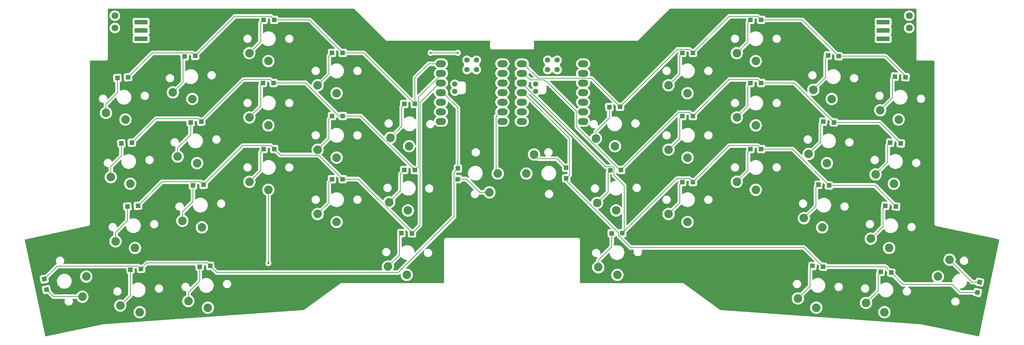
<source format=gbl>
%TF.GenerationSoftware,KiCad,Pcbnew,9.0.2*%
%TF.CreationDate,2025-07-04T08:31:17-06:00*%
%TF.ProjectId,Orcus,4f726375-732e-46b6-9963-61645f706362,rev?*%
%TF.SameCoordinates,Original*%
%TF.FileFunction,Copper,L2,Bot*%
%TF.FilePolarity,Positive*%
%FSLAX46Y46*%
G04 Gerber Fmt 4.6, Leading zero omitted, Abs format (unit mm)*
G04 Created by KiCad (PCBNEW 9.0.2) date 2025-07-04 08:31:17*
%MOMM*%
%LPD*%
G01*
G04 APERTURE LIST*
G04 Aperture macros list*
%AMRotRect*
0 Rectangle, with rotation*
0 The origin of the aperture is its center*
0 $1 length*
0 $2 width*
0 $3 Rotation angle, in degrees counterclockwise*
0 Add horizontal line*
21,1,$1,$2,0,0,$3*%
G04 Aperture macros list end*
%TA.AperFunction,ComponentPad*%
%ADD10C,2.250000*%
%TD*%
%TA.AperFunction,ComponentPad*%
%ADD11C,1.800000*%
%TD*%
%TA.AperFunction,ComponentPad*%
%ADD12R,3.500000X1.200000*%
%TD*%
%TA.AperFunction,ComponentPad*%
%ADD13O,2.750000X1.800000*%
%TD*%
%TA.AperFunction,ComponentPad*%
%ADD14C,1.397000*%
%TD*%
%TA.AperFunction,SMDPad,CuDef*%
%ADD15RotRect,1.200000X1.200000X184.000000*%
%TD*%
%TA.AperFunction,SMDPad,CuDef*%
%ADD16R,1.200000X1.200000*%
%TD*%
%TA.AperFunction,SMDPad,CuDef*%
%ADD17RotRect,1.200000X1.200000X78.000000*%
%TD*%
%TA.AperFunction,SMDPad,CuDef*%
%ADD18RotRect,1.200000X1.200000X176.000000*%
%TD*%
%TA.AperFunction,SMDPad,CuDef*%
%ADD19RotRect,1.200000X1.200000X181.000000*%
%TD*%
%TA.AperFunction,SMDPad,CuDef*%
%ADD20RotRect,1.200000X1.200000X179.000000*%
%TD*%
%TA.AperFunction,SMDPad,CuDef*%
%ADD21RotRect,1.200000X1.200000X91.000000*%
%TD*%
%TA.AperFunction,SMDPad,CuDef*%
%ADD22RotRect,1.200000X1.200000X269.000000*%
%TD*%
%TA.AperFunction,SMDPad,CuDef*%
%ADD23RotRect,1.200000X1.200000X282.000000*%
%TD*%
%TA.AperFunction,ViaPad*%
%ADD24C,0.600000*%
%TD*%
%TA.AperFunction,Conductor*%
%ADD25C,0.200000*%
%TD*%
G04 APERTURE END LIST*
D10*
%TO.P,SW30,1,1*%
%TO.N,col4-1*%
X143879976Y-76324814D03*
%TO.P,SW30,2,2*%
%TO.N,Net-(D30-A)*%
X141693034Y-81287403D03*
%TD*%
%TO.P,SW6,1,1*%
%TO.N,col0*%
X151441750Y-76324814D03*
%TO.P,SW6,2,2*%
%TO.N,Net-(D6-A)*%
X153454168Y-71288926D03*
%TD*%
%TO.P,SW25,1,1*%
%TO.N,col0-1*%
X46981495Y-79013022D03*
%TO.P,SW25,2,2*%
%TO.N,Net-(D25-A)*%
X41847186Y-77266920D03*
%TD*%
%TO.P,SW24,1,1*%
%TO.N,col4-1*%
X120520251Y-69083248D03*
%TO.P,SW24,2,2*%
%TO.N,Net-(D24-A)*%
X115557662Y-66896306D03*
%TD*%
%TO.P,SW38,1,1*%
%TO.N,col2-1*%
X67448879Y-111744339D03*
%TO.P,SW38,2,2*%
%TO.N,Net-(D38-A)*%
X62314570Y-109998237D03*
%TD*%
%TO.P,SW16,1,1*%
%TO.N,col4*%
X247084616Y-95971610D03*
%TO.P,SW16,2,2*%
%TO.N,Net-(D16-A)*%
X242243284Y-93527943D03*
%TD*%
%TO.P,SW32,1,1*%
%TO.N,col1-1*%
X65879360Y-90546104D03*
%TO.P,SW32,2,2*%
%TO.N,Net-(D32-A)*%
X60745051Y-88800002D03*
%TD*%
%TO.P,SW3,1,1*%
%TO.N,col2*%
X211921726Y-46613642D03*
%TO.P,SW3,2,2*%
%TO.N,Net-(D3-A)*%
X206921726Y-44513642D03*
%TD*%
%TO.P,SW15,1,1*%
%TO.N,col3*%
X229442366Y-90546104D03*
%TO.P,SW15,2,2*%
%TO.N,Net-(D15-A)*%
X224601034Y-88102437D03*
%TD*%
%TO.P,SW13,1,1*%
%TO.N,col1*%
X193921726Y-89113642D03*
%TO.P,SW13,2,2*%
%TO.N,Net-(D13-A)*%
X188921726Y-87013642D03*
%TD*%
%TO.P,SW37,1,1*%
%TO.N,col1-1*%
X49492727Y-112930200D03*
%TO.P,SW37,2,2*%
%TO.N,Net-(D37-A)*%
X44358418Y-111184098D03*
%TD*%
%TO.P,SW18,1,1*%
%TO.N,col3*%
X245828999Y-112930200D03*
%TO.P,SW18,2,2*%
%TO.N,Net-(D18-A)*%
X240987667Y-110486533D03*
%TD*%
%TO.P,SW2,1,1*%
%TO.N,col1*%
X193921726Y-55113642D03*
%TO.P,SW2,2,2*%
%TO.N,Net-(D2-A)*%
X188921726Y-53013642D03*
%TD*%
%TO.P,SW21,1,1*%
%TO.N,col1-1*%
X63368126Y-56628926D03*
%TO.P,SW21,2,2*%
%TO.N,Net-(D21-A)*%
X58233817Y-54882824D03*
%TD*%
%TO.P,SW8,1,1*%
%TO.N,col1*%
X193921726Y-72113642D03*
%TO.P,SW8,2,2*%
%TO.N,Net-(D8-A)*%
X188921726Y-70013642D03*
%TD*%
%TO.P,SW19,1,1*%
%TO.N,col4*%
X259936307Y-103516937D03*
%TO.P,SW19,2,2*%
%TO.N,Net-(D19-A)*%
X263029976Y-99062814D03*
%TD*%
%TO.P,SW20,1,1*%
%TO.N,col0-1*%
X45725878Y-62054432D03*
%TO.P,SW20,2,2*%
%TO.N,Net-(D20-A)*%
X40591569Y-60308330D03*
%TD*%
%TO.P,SW23,1,1*%
%TO.N,col3-1*%
X101400000Y-55113642D03*
%TO.P,SW23,2,2*%
%TO.N,Net-(D23-A)*%
X96400000Y-53013642D03*
%TD*%
%TO.P,SW34,1,1*%
%TO.N,col3-1*%
X101400000Y-89113642D03*
%TO.P,SW34,2,2*%
%TO.N,Net-(D34-A)*%
X96400000Y-87013642D03*
%TD*%
%TO.P,SW12,1,1*%
%TO.N,col0*%
X175429760Y-103078069D03*
%TO.P,SW12,2,2*%
%TO.N,Net-(D12-A)*%
X170393872Y-101065651D03*
%TD*%
%TO.P,SW35,1,1*%
%TO.N,col4-1*%
X119891965Y-103078069D03*
%TO.P,SW35,2,2*%
%TO.N,Net-(D35-A)*%
X114929376Y-100891127D03*
%TD*%
%TO.P,SW31,1,1*%
%TO.N,col0-1*%
X48237110Y-95971610D03*
%TO.P,SW31,2,2*%
%TO.N,Net-(D31-A)*%
X43102801Y-94225508D03*
%TD*%
%TO.P,SW14,1,1*%
%TO.N,col2*%
X211921726Y-80613642D03*
%TO.P,SW14,2,2*%
%TO.N,Net-(D14-A)*%
X206921726Y-78513642D03*
%TD*%
%TO.P,SW28,1,1*%
%TO.N,col3-1*%
X101400000Y-72113642D03*
%TO.P,SW28,2,2*%
%TO.N,Net-(D28-A)*%
X96400000Y-70013642D03*
%TD*%
%TO.P,SW1,1,1*%
%TO.N,col0*%
X174801474Y-69083248D03*
%TO.P,SW1,2,2*%
%TO.N,Net-(D1-A)*%
X169765586Y-67070830D03*
%TD*%
%TO.P,SW27,1,1*%
%TO.N,col2-1*%
X83400000Y-63613642D03*
%TO.P,SW27,2,2*%
%TO.N,Net-(D27-A)*%
X78400000Y-61513642D03*
%TD*%
%TO.P,SW7,1,1*%
%TO.N,col0*%
X175115617Y-86080658D03*
%TO.P,SW7,2,2*%
%TO.N,Net-(D7-A)*%
X170079729Y-84068240D03*
%TD*%
%TO.P,SW33,1,1*%
%TO.N,col2-1*%
X83400000Y-80613642D03*
%TO.P,SW33,2,2*%
%TO.N,Net-(D33-A)*%
X78400000Y-78513642D03*
%TD*%
%TO.P,SW10,1,1*%
%TO.N,col3*%
X230697983Y-73587515D03*
%TO.P,SW10,2,2*%
%TO.N,Net-(D10-A)*%
X225856651Y-71143848D03*
%TD*%
%TO.P,SW11,1,1*%
%TO.N,col4*%
X248340231Y-79013022D03*
%TO.P,SW11,2,2*%
%TO.N,Net-(D11-A)*%
X243498899Y-76569355D03*
%TD*%
%TO.P,SW26,1,1*%
%TO.N,col1-1*%
X64623743Y-73587515D03*
%TO.P,SW26,2,2*%
%TO.N,Net-(D26-A)*%
X59489434Y-71841413D03*
%TD*%
%TO.P,SW29,1,1*%
%TO.N,col4-1*%
X120206108Y-86080658D03*
%TO.P,SW29,2,2*%
%TO.N,Net-(D29-A)*%
X115243519Y-83893716D03*
%TD*%
%TO.P,SW17,1,1*%
%TO.N,col2*%
X227872847Y-111744339D03*
%TO.P,SW17,2,2*%
%TO.N,Net-(D17-A)*%
X223031515Y-109300672D03*
%TD*%
%TO.P,SW5,1,1*%
%TO.N,col4*%
X249595848Y-62054432D03*
%TO.P,SW5,2,2*%
%TO.N,Net-(D5-A)*%
X244754516Y-59610765D03*
%TD*%
%TO.P,SW9,1,1*%
%TO.N,col2*%
X211921726Y-63613642D03*
%TO.P,SW9,2,2*%
%TO.N,Net-(D9-A)*%
X206921726Y-61513642D03*
%TD*%
%TO.P,SW22,1,1*%
%TO.N,col2-1*%
X83400000Y-46613642D03*
%TO.P,SW22,2,2*%
%TO.N,Net-(D22-A)*%
X78400000Y-44513642D03*
%TD*%
%TO.P,SW4,1,1*%
%TO.N,col3*%
X231953600Y-56628926D03*
%TO.P,SW4,2,2*%
%TO.N,Net-(D4-A)*%
X227112268Y-54185259D03*
%TD*%
%TO.P,SW36,1,1*%
%TO.N,col0-1*%
X35385419Y-103516937D03*
%TO.P,SW36,2,2*%
%TO.N,Net-(D36-A)*%
X34370867Y-108844290D03*
%TD*%
D11*
%TO.P,-,1,Pin_1*%
%TO.N,Net-(J1-Pin_1)*%
X252386588Y-34638642D03*
%TD*%
D12*
%TO.P,J5,1,Pin_1*%
%TO.N,5v*%
X245491588Y-36333642D03*
%TO.P,J5,2,Pin_2*%
%TO.N,Data*%
X245491588Y-38533642D03*
%TO.P,J5,3,Pin_3*%
%TO.N,Gnd*%
X245491588Y-40733642D03*
%TD*%
D11*
%TO.P,+,1,Pin_1*%
%TO.N,Net-(J4-Pin_1)*%
X42935138Y-37888642D03*
%TD*%
D12*
%TO.P,J6,1,Pin_1*%
%TO.N,5v-1*%
X49830138Y-40733642D03*
%TO.P,J6,2,Pin_2*%
%TO.N,Data-1*%
X49830138Y-38533642D03*
%TO.P,J6,3,Pin_3*%
%TO.N,Gnd-1*%
X49830138Y-36333642D03*
%TD*%
D13*
%TO.P,U3,1,PA02_A0_D0*%
%TO.N,row0*%
X150215863Y-47318642D03*
%TO.P,U3,2,PA4_A1_D1*%
%TO.N,row1*%
X150215863Y-49858642D03*
%TO.P,U3,3,PA10_A2_D2*%
%TO.N,row2*%
X150215863Y-52398642D03*
%TO.P,U3,4,PA11_A3_D3*%
%TO.N,row3*%
X150215863Y-54938642D03*
%TO.P,U3,5,PA8_A4_D4_SDA*%
%TO.N,col2*%
X150215863Y-57478642D03*
%TO.P,U3,6,PA9_A5_D5_SCL*%
%TO.N,col1*%
X150215863Y-60018642D03*
%TO.P,U3,7,PB08_A6_D6_TX*%
%TO.N,col0*%
X150215863Y-62558642D03*
%TO.P,U3,8,PB09_A7_D7_RX*%
%TO.N,col3*%
X166405863Y-62558642D03*
%TO.P,U3,9,PA7_A8_D8_SCK*%
%TO.N,col4*%
X166405863Y-60018642D03*
%TO.P,U3,10,PA5_A9_D9_MISO*%
%TO.N,unconnected-(U3-PA5_A9_D9_MISO-Pad10)*%
X166405863Y-57478642D03*
%TO.P,U3,11,PA6_A10_D10_MOSI*%
%TO.N,Data*%
X166405863Y-54938642D03*
%TO.P,U3,12,3V3*%
%TO.N,unconnected-(U3-3V3-Pad12)*%
X166405863Y-52398642D03*
%TO.P,U3,13,GND*%
%TO.N,Gnd*%
X166405863Y-49858642D03*
%TO.P,U3,14,5V*%
%TO.N,5v*%
X166405863Y-47318642D03*
D14*
%TO.P,U3,15,BAT*%
%TO.N,Net-(J3-Pin_1)*%
X153865863Y-54621642D03*
%TO.P,U3,16,GND*%
%TO.N,Net-(J1-Pin_1)*%
X153865863Y-52716642D03*
%TO.P,U3,19,PA31_SWDIO*%
%TO.N,unconnected-(U3-PA31_SWDIO-Pad19)*%
X157040863Y-46366642D03*
%TO.P,U3,20,PA30_SWCLK*%
%TO.N,unconnected-(U3-PA30_SWCLK-Pad20)*%
X159580863Y-46366642D03*
%TO.P,U3,21,RESET*%
%TO.N,unconnected-(U3-RESET-Pad21)*%
X157040863Y-48906642D03*
%TO.P,U3,22,GND*%
%TO.N,unconnected-(U3-GND-Pad22)*%
X159580863Y-48906642D03*
%TD*%
D13*
%TO.P,U1,1,PA02_A0_D0*%
%TO.N,row0-1*%
X128915863Y-47318642D03*
%TO.P,U1,2,PA4_A1_D1*%
%TO.N,row1-1*%
X128915863Y-49858642D03*
%TO.P,U1,3,PA10_A2_D2*%
%TO.N,row2-1*%
X128915863Y-52398642D03*
%TO.P,U1,4,PA11_A3_D3*%
%TO.N,row3-1*%
X128915863Y-54938642D03*
%TO.P,U1,5,PA8_A4_D4_SDA*%
%TO.N,col2-1*%
X128915863Y-57478642D03*
%TO.P,U1,6,PA9_A5_D5_SCL*%
%TO.N,col1-1*%
X128915863Y-60018642D03*
%TO.P,U1,7,PB08_A6_D6_TX*%
%TO.N,col0-1*%
X128915863Y-62558642D03*
%TO.P,U1,8,PB09_A7_D7_RX*%
%TO.N,col3-1*%
X145105863Y-62558642D03*
%TO.P,U1,9,PA7_A8_D8_SCK*%
%TO.N,col4-1*%
X145105863Y-60018642D03*
%TO.P,U1,10,PA5_A9_D9_MISO*%
%TO.N,unconnected-(U1-PA5_A9_D9_MISO-Pad10)*%
X145105863Y-57478642D03*
%TO.P,U1,11,PA6_A10_D10_MOSI*%
%TO.N,Data-1*%
X145105863Y-54938642D03*
%TO.P,U1,12,3V3*%
%TO.N,unconnected-(U1-3V3-Pad12)*%
X145105863Y-52398642D03*
%TO.P,U1,13,GND*%
%TO.N,Gnd-1*%
X145105863Y-49858642D03*
%TO.P,U1,14,5V*%
%TO.N,5v-1*%
X145105863Y-47318642D03*
D14*
%TO.P,U1,15,BAT*%
%TO.N,Net-(J4-Pin_1)*%
X132565863Y-54621642D03*
%TO.P,U1,16,GND*%
%TO.N,Net-(J2-Pin_1)*%
X132565863Y-52716642D03*
%TO.P,U1,19,PA31_SWDIO*%
%TO.N,unconnected-(U1-PA31_SWDIO-Pad19)*%
X135740863Y-46366642D03*
%TO.P,U1,20,PA30_SWCLK*%
%TO.N,unconnected-(U1-PA30_SWCLK-Pad20)*%
X138280863Y-46366642D03*
%TO.P,U1,21,RESET*%
%TO.N,unconnected-(U1-RESET-Pad21)*%
X135740863Y-48906642D03*
%TO.P,U1,22,GND*%
%TO.N,unconnected-(U1-GND-Pad22)*%
X138280863Y-48906642D03*
%TD*%
D11*
%TO.P,-,1,Pin_1*%
%TO.N,Net-(J2-Pin_1)*%
X42935138Y-34638642D03*
%TD*%
%TO.P,+,1,Pin_1*%
%TO.N,Net-(J3-Pin_1)*%
X252386588Y-37888642D03*
%TD*%
D15*
%TO.P,D25,1,K*%
%TO.N,row1-1*%
X47434090Y-68164841D03*
%TO.P,D25,2,A*%
%TO.N,Net-(D25-A)*%
X44640910Y-68360159D03*
%TD*%
D16*
%TO.P,D13,1,K*%
%TO.N,row2*%
X195321726Y-78581250D03*
%TO.P,D13,2,A*%
%TO.N,Net-(D13-A)*%
X192521726Y-78581250D03*
%TD*%
D15*
%TO.P,D26,1,K*%
%TO.N,row1-1*%
X65690340Y-62608591D03*
%TO.P,D26,2,A*%
%TO.N,Net-(D26-A)*%
X62897160Y-62803909D03*
%TD*%
D17*
%TO.P,D19,1,K*%
%TO.N,row3*%
X270377674Y-107731907D03*
%TO.P,D19,2,A*%
%TO.N,Net-(D19-A)*%
X270959826Y-104993093D03*
%TD*%
D18*
%TO.P,D4,1,K*%
%TO.N,row0*%
X233761753Y-45341409D03*
%TO.P,D4,2,A*%
%TO.N,Net-(D4-A)*%
X230968573Y-45146091D03*
%TD*%
D16*
%TO.P,D27,1,K*%
%TO.N,row1-1*%
X84743750Y-52387500D03*
%TO.P,D27,2,A*%
%TO.N,Net-(D27-A)*%
X81943750Y-52387500D03*
%TD*%
D19*
%TO.P,D1,1,K*%
%TO.N,row0*%
X176098292Y-58713067D03*
%TO.P,D1,2,A*%
%TO.N,Net-(D1-A)*%
X173298718Y-58761933D03*
%TD*%
D16*
%TO.P,D33,1,K*%
%TO.N,row2-1*%
X84931250Y-69850000D03*
%TO.P,D33,2,A*%
%TO.N,Net-(D33-A)*%
X82131250Y-69850000D03*
%TD*%
D19*
%TO.P,D12,1,K*%
%TO.N,row2*%
X176726578Y-92050567D03*
%TO.P,D12,2,A*%
%TO.N,Net-(D12-A)*%
X173927004Y-92099433D03*
%TD*%
D20*
%TO.P,D35,1,K*%
%TO.N,row2-1*%
X121256037Y-92099433D03*
%TO.P,D35,2,A*%
%TO.N,Net-(D35-A)*%
X118456463Y-92050567D03*
%TD*%
%TO.P,D29,1,K*%
%TO.N,row1-1*%
X122049787Y-75406249D03*
%TO.P,D29,2,A*%
%TO.N,Net-(D29-A)*%
X119250213Y-75357383D03*
%TD*%
D18*
%TO.P,D11,1,K*%
%TO.N,row1*%
X250148384Y-68360159D03*
%TO.P,D11,2,A*%
%TO.N,Net-(D11-A)*%
X247355204Y-68164841D03*
%TD*%
%TO.P,D18,1,K*%
%TO.N,row3*%
X247637152Y-102491409D03*
%TO.P,D18,2,A*%
%TO.N,Net-(D18-A)*%
X244843972Y-102296091D03*
%TD*%
D16*
%TO.P,D2,1,K*%
%TO.N,row0*%
X195321726Y-44450000D03*
%TO.P,D2,2,A*%
%TO.N,Net-(D2-A)*%
X192521726Y-44450000D03*
%TD*%
%TO.P,D8,1,K*%
%TO.N,row1*%
X195321726Y-61118750D03*
%TO.P,D8,2,A*%
%TO.N,Net-(D8-A)*%
X192521726Y-61118750D03*
%TD*%
D15*
%TO.P,D37,1,K*%
%TO.N,row3-1*%
X49815340Y-101502341D03*
%TO.P,D37,2,A*%
%TO.N,Net-(D37-A)*%
X47022160Y-101697659D03*
%TD*%
D16*
%TO.P,D3,1,K*%
%TO.N,row0*%
X213321726Y-35718750D03*
%TO.P,D3,2,A*%
%TO.N,Net-(D3-A)*%
X210521726Y-35718750D03*
%TD*%
D15*
%TO.P,D21,1,K*%
%TO.N,row0-1*%
X64102840Y-45243750D03*
%TO.P,D21,2,A*%
%TO.N,Net-(D21-A)*%
X61309660Y-45439068D03*
%TD*%
%TO.P,D20,1,K*%
%TO.N,row0-1*%
X46396590Y-50902341D03*
%TO.P,D20,2,A*%
%TO.N,Net-(D20-A)*%
X43603410Y-51097659D03*
%TD*%
%TO.P,D38,1,K*%
%TO.N,row3-1*%
X68071590Y-100708591D03*
%TO.P,D38,2,A*%
%TO.N,Net-(D38-A)*%
X65278410Y-100903909D03*
%TD*%
%TO.P,D32,1,K*%
%TO.N,row2-1*%
X66296590Y-79277341D03*
%TO.P,D32,2,A*%
%TO.N,Net-(D32-A)*%
X63503410Y-79472659D03*
%TD*%
D18*
%TO.P,D10,1,K*%
%TO.N,row1*%
X232506136Y-62803909D03*
%TO.P,D10,2,A*%
%TO.N,Net-(D10-A)*%
X229712956Y-62608591D03*
%TD*%
%TO.P,D15,1,K*%
%TO.N,row2*%
X231250519Y-79472659D03*
%TO.P,D15,2,A*%
%TO.N,Net-(D15-A)*%
X228457339Y-79277341D03*
%TD*%
D16*
%TO.P,D22,1,K*%
%TO.N,row0-1*%
X84931250Y-35718750D03*
%TO.P,D22,2,A*%
%TO.N,Net-(D22-A)*%
X82131250Y-35718750D03*
%TD*%
D15*
%TO.P,D31,1,K*%
%TO.N,row2-1*%
X49021590Y-84833591D03*
%TO.P,D31,2,A*%
%TO.N,Net-(D31-A)*%
X46228410Y-85028909D03*
%TD*%
D18*
%TO.P,D17,1,K*%
%TO.N,row3*%
X229681000Y-100903909D03*
%TO.P,D17,2,A*%
%TO.N,Net-(D17-A)*%
X226887820Y-100708591D03*
%TD*%
%TO.P,D16,1,K*%
%TO.N,row2*%
X248892769Y-85028909D03*
%TO.P,D16,2,A*%
%TO.N,Net-(D16-A)*%
X246099589Y-84833591D03*
%TD*%
D16*
%TO.P,D14,1,K*%
%TO.N,row2*%
X213321726Y-69850000D03*
%TO.P,D14,2,A*%
%TO.N,Net-(D14-A)*%
X210521726Y-69850000D03*
%TD*%
D20*
%TO.P,D24,1,K*%
%TO.N,row0-1*%
X122049787Y-57968183D03*
%TO.P,D24,2,A*%
%TO.N,Net-(D24-A)*%
X119250213Y-57919317D03*
%TD*%
D16*
%TO.P,D28,1,K*%
%TO.N,row1-1*%
X103000000Y-61118750D03*
%TO.P,D28,2,A*%
%TO.N,Net-(D28-A)*%
X100200000Y-61118750D03*
%TD*%
D18*
%TO.P,D5,1,K*%
%TO.N,row0*%
X251404001Y-50897659D03*
%TO.P,D5,2,A*%
%TO.N,Net-(D5-A)*%
X248610821Y-50702341D03*
%TD*%
D16*
%TO.P,D9,1,K*%
%TO.N,row1*%
X213321726Y-52387500D03*
%TO.P,D9,2,A*%
%TO.N,Net-(D9-A)*%
X210521726Y-52387500D03*
%TD*%
%TO.P,D23,1,K*%
%TO.N,row0-1*%
X103000000Y-44450000D03*
%TO.P,D23,2,A*%
%TO.N,Net-(D23-A)*%
X100200000Y-44450000D03*
%TD*%
D19*
%TO.P,D7,1,K*%
%TO.N,row1*%
X176412435Y-75381817D03*
%TO.P,D7,2,A*%
%TO.N,Net-(D7-A)*%
X173612861Y-75430683D03*
%TD*%
D21*
%TO.P,D6,1,K*%
%TO.N,row3*%
X161949433Y-77599787D03*
%TO.P,D6,2,A*%
%TO.N,Net-(D6-A)*%
X161900567Y-74800213D03*
%TD*%
D22*
%TO.P,D30,1,K*%
%TO.N,row3-1*%
X133350000Y-74987926D03*
%TO.P,D30,2,A*%
%TO.N,Net-(D30-A)*%
X133301134Y-77787500D03*
%TD*%
D23*
%TO.P,D36,1,K*%
%TO.N,row3-1*%
X24315174Y-104199343D03*
%TO.P,D36,2,A*%
%TO.N,Net-(D36-A)*%
X24897326Y-106938157D03*
%TD*%
D16*
%TO.P,D34,1,K*%
%TO.N,row2-1*%
X103000000Y-77787500D03*
%TO.P,D34,2,A*%
%TO.N,Net-(D34-A)*%
X100200000Y-77787500D03*
%TD*%
D24*
%TO.N,col2-1*%
X83400000Y-99956250D03*
%TO.N,5v-1*%
X126206250Y-44450000D03*
X133350000Y-44450000D03*
%TD*%
D25*
%TO.N,row0*%
X213321726Y-35718750D02*
X224139094Y-35718750D01*
X246160159Y-45341409D02*
X251404001Y-50585251D01*
X233761753Y-45341409D02*
X246160159Y-45341409D01*
X204953976Y-34817750D02*
X212420726Y-34817750D01*
X150690863Y-47318642D02*
X154569863Y-51197642D01*
X224139094Y-35718750D02*
X233761753Y-45341409D01*
X195321726Y-44450000D02*
X204953976Y-34817750D01*
X154569863Y-51197642D02*
X168582867Y-51197642D01*
X176098292Y-58713067D02*
X191262359Y-43549000D01*
X191262359Y-43549000D02*
X194420726Y-43549000D01*
X251404001Y-50585251D02*
X251404001Y-50897659D01*
X194420726Y-43549000D02*
X195321726Y-44450000D01*
X168582867Y-51197642D02*
X176098292Y-58713067D01*
X212420726Y-34817750D02*
X213321726Y-35718750D01*
%TO.N,Net-(D1-A)*%
X173298718Y-58761933D02*
X173298718Y-61683382D01*
X173298718Y-61683382D02*
X169765586Y-65216514D01*
X169765586Y-65216514D02*
X169765586Y-67070830D01*
%TO.N,row1*%
X156656820Y-51881820D02*
X164729863Y-59954863D01*
X156035050Y-51598642D02*
X156318228Y-51881820D01*
X164729863Y-59954863D02*
X164729863Y-64051776D01*
X195321726Y-61118750D02*
X204953976Y-51486500D01*
X152430863Y-51598642D02*
X156035050Y-51598642D01*
X150690863Y-49858642D02*
X152430863Y-51598642D01*
X222089727Y-52387500D02*
X232506136Y-62803909D01*
X191576502Y-60217750D02*
X194420726Y-60217750D01*
X164729863Y-64051776D02*
X176059904Y-75381817D01*
X212420726Y-51486500D02*
X213321726Y-52387500D01*
X176059904Y-75381817D02*
X176412435Y-75381817D01*
X176412435Y-75381817D02*
X191576502Y-60217750D01*
X204953976Y-51486500D02*
X212420726Y-51486500D01*
X213321726Y-52387500D02*
X222089727Y-52387500D01*
X232506136Y-62803909D02*
X244592134Y-62803909D01*
X156318228Y-51881820D02*
X156656820Y-51881820D01*
X194420726Y-60217750D02*
X195321726Y-61118750D01*
X244592134Y-62803909D02*
X250148384Y-68360159D01*
%TO.N,Net-(D2-A)*%
X192521726Y-44450000D02*
X191870726Y-45101000D01*
X191870726Y-45101000D02*
X191870726Y-50064642D01*
X191870726Y-50064642D02*
X188921726Y-53013642D01*
%TO.N,Net-(D3-A)*%
X209870726Y-36369750D02*
X209870726Y-41564642D01*
X209870726Y-41564642D02*
X206921726Y-44513642D01*
X210521726Y-35718750D02*
X209870726Y-36369750D01*
%TO.N,row2*%
X231250519Y-79472659D02*
X243336519Y-79472659D01*
X150690863Y-52860149D02*
X172350017Y-74519303D01*
X213321726Y-69850000D02*
X221627860Y-69850000D01*
X212420726Y-68949000D02*
X213321726Y-69850000D01*
X194420726Y-77680250D02*
X195321726Y-78581250D01*
X195321726Y-78581250D02*
X204953976Y-68949000D01*
X176726578Y-92050567D02*
X191096895Y-77680250D01*
X221627860Y-69850000D02*
X231250519Y-79472659D01*
X174326977Y-74519303D02*
X174524241Y-74716567D01*
X177251073Y-91526072D02*
X176726578Y-92050567D01*
X243336519Y-79472659D02*
X248892769Y-85028909D01*
X177251073Y-79519430D02*
X177251073Y-91526072D01*
X150690863Y-52398642D02*
X150690863Y-52860149D01*
X191096895Y-77680250D02*
X194420726Y-77680250D01*
X204953976Y-68949000D02*
X212420726Y-68949000D01*
X174524241Y-76792598D02*
X177251073Y-79519430D01*
X174524241Y-74716567D02*
X174524241Y-76792598D01*
X172350017Y-74519303D02*
X174326977Y-74519303D01*
%TO.N,Net-(D4-A)*%
X230314163Y-50983364D02*
X227112268Y-54185259D01*
X230314163Y-45800501D02*
X230314163Y-50983364D01*
X230968573Y-45146091D02*
X230314163Y-45800501D01*
%TO.N,Net-(D5-A)*%
X247956411Y-51356751D02*
X247956411Y-56408870D01*
X248610821Y-50702341D02*
X247956411Y-51356751D01*
X247956411Y-56408870D02*
X244754516Y-59610765D01*
%TO.N,Net-(D6-A)*%
X153454168Y-71288926D02*
X154579168Y-72413926D01*
X154579168Y-72413926D02*
X159514280Y-72413926D01*
X159514280Y-72413926D02*
X161900567Y-74800213D01*
%TO.N,Net-(D7-A)*%
X172961648Y-81186321D02*
X170079729Y-84068240D01*
X173612861Y-75430683D02*
X172961648Y-76081896D01*
X172961648Y-76081896D02*
X172961648Y-81186321D01*
%TO.N,Net-(D8-A)*%
X192521726Y-61118750D02*
X191871450Y-61769026D01*
X191871450Y-67063918D02*
X188921726Y-70013642D01*
X191871450Y-61769026D02*
X191871450Y-67063918D01*
%TO.N,Net-(D9-A)*%
X210521726Y-52387500D02*
X209871450Y-53037776D01*
X209871450Y-58563918D02*
X206921726Y-61513642D01*
X209871450Y-53037776D02*
X209871450Y-58563918D01*
%TO.N,Net-(D10-A)*%
X229712956Y-62608591D02*
X229058546Y-63263001D01*
X229058546Y-63263001D02*
X229058546Y-67941953D01*
X229058546Y-67941953D02*
X225856651Y-71143848D01*
%TO.N,Net-(D11-A)*%
X246700794Y-73367460D02*
X243498899Y-76569355D01*
X247355204Y-68164841D02*
X246700794Y-68819251D01*
X246700794Y-68819251D02*
X246700794Y-73367460D01*
%TO.N,Net-(D12-A)*%
X173927004Y-95678203D02*
X170393872Y-99211335D01*
X173927004Y-92099433D02*
X173927004Y-95678203D01*
X170393872Y-99211335D02*
X170393872Y-101065651D01*
%TO.N,Net-(D13-A)*%
X191871450Y-79231526D02*
X191871450Y-84063918D01*
X191871450Y-84063918D02*
X188921726Y-87013642D01*
X192521726Y-78581250D02*
X191871450Y-79231526D01*
%TO.N,Net-(D14-A)*%
X209871450Y-75563918D02*
X206921726Y-78513642D01*
X209871450Y-70500276D02*
X209871450Y-75563918D01*
X210521726Y-69850000D02*
X209871450Y-70500276D01*
%TO.N,Net-(D15-A)*%
X227802929Y-79931751D02*
X227802929Y-84900542D01*
X228457339Y-79277341D02*
X227802929Y-79931751D01*
X227802929Y-84900542D02*
X224601034Y-88102437D01*
%TO.N,row3*%
X224659071Y-95881980D02*
X229681000Y-100903909D01*
X247637152Y-102491409D02*
X250738911Y-105593168D01*
X150690863Y-54938642D02*
X162811947Y-67059726D01*
X265795117Y-107731907D02*
X270377674Y-107731907D01*
X246049652Y-100903909D02*
X247637152Y-102491409D01*
X161949433Y-78199878D02*
X175815198Y-92065643D01*
X178932495Y-95881980D02*
X224659071Y-95881980D01*
X161949433Y-77599787D02*
X161949433Y-78199878D01*
X250738911Y-105593168D02*
X263656378Y-105593168D01*
X162811947Y-67059726D02*
X162811947Y-76737273D01*
X229681000Y-100903909D02*
X246049652Y-100903909D01*
X175815198Y-92065643D02*
X175815198Y-92764683D01*
X162811947Y-76737273D02*
X161949433Y-77599787D01*
X263656378Y-105593168D02*
X265795117Y-107731907D01*
X175815198Y-92764683D02*
X178932495Y-95881980D01*
%TO.N,Net-(D16-A)*%
X246099589Y-84833591D02*
X245445179Y-85488001D01*
X245445179Y-85488001D02*
X245445179Y-90326048D01*
X245445179Y-90326048D02*
X242243284Y-93527943D01*
%TO.N,Net-(D17-A)*%
X226233410Y-106098777D02*
X223031515Y-109300672D01*
X226233410Y-101363001D02*
X226233410Y-106098777D01*
X226887820Y-100708591D02*
X226233410Y-101363001D01*
%TO.N,Net-(D18-A)*%
X244843972Y-102296091D02*
X244189562Y-102950501D01*
X244189562Y-107284638D02*
X240987667Y-110486533D01*
X244189562Y-102950501D02*
X244189562Y-107284638D01*
%TO.N,Net-(D19-A)*%
X268960256Y-104993093D02*
X263029976Y-99062813D01*
X270959826Y-104993093D02*
X268960256Y-104993093D01*
%TO.N,Net-(D20-A)*%
X43603410Y-54979157D02*
X40591569Y-57990998D01*
X43603410Y-51097659D02*
X43603410Y-54979157D01*
X40591569Y-57990998D02*
X40591569Y-60308330D01*
%TO.N,Net-(D21-A)*%
X61309660Y-45439068D02*
X60905563Y-45843165D01*
X60905563Y-45843165D02*
X60905563Y-52211078D01*
X60905563Y-52211078D02*
X58233817Y-54882824D01*
%TO.N,Net-(D22-A)*%
X81349000Y-41564642D02*
X78400000Y-44513642D01*
X81349000Y-36501000D02*
X81349000Y-41564642D01*
X82131250Y-35718750D02*
X81349000Y-36501000D01*
%TO.N,Net-(D23-A)*%
X99349724Y-45300276D02*
X99349724Y-50063918D01*
X99349724Y-50063918D02*
X96400000Y-53013642D01*
X100200000Y-44450000D02*
X99349724Y-45300276D01*
%TO.N,Net-(D24-A)*%
X119250213Y-57919317D02*
X118572220Y-58597310D01*
X118572220Y-58597310D02*
X118572220Y-63881748D01*
X118572220Y-63881748D02*
X115557662Y-66896306D01*
%TO.N,Net-(D25-A)*%
X44640910Y-68360159D02*
X44640910Y-71651945D01*
X41847186Y-74445669D02*
X41847186Y-77266920D01*
X44640910Y-71651945D02*
X41847186Y-74445669D01*
%TO.N,Net-(D26-A)*%
X62897160Y-66116355D02*
X59489434Y-69524081D01*
X59489434Y-69524081D02*
X59489434Y-71841413D01*
X62897160Y-62803909D02*
X62897160Y-66116355D01*
%TO.N,Net-(D27-A)*%
X81943750Y-52387500D02*
X81349000Y-52982250D01*
X81349000Y-58564642D02*
X78400000Y-61513642D01*
X81349000Y-52982250D02*
X81349000Y-58564642D01*
%TO.N,Net-(D28-A)*%
X100200000Y-61118750D02*
X99349724Y-61969026D01*
X99349724Y-61969026D02*
X99349724Y-67063918D01*
X99349724Y-67063918D02*
X96400000Y-70013642D01*
%TO.N,Net-(D29-A)*%
X118258077Y-80879158D02*
X115243519Y-83893716D01*
X119250213Y-75357383D02*
X118258077Y-76349519D01*
X118258077Y-76349519D02*
X118258077Y-80879158D01*
%TO.N,Net-(D30-A)*%
X135649850Y-77787500D02*
X139149753Y-81287403D01*
X139149753Y-81287403D02*
X141693034Y-81287403D01*
X133301134Y-77787500D02*
X135649850Y-77787500D01*
%TO.N,Net-(D31-A)*%
X43102801Y-91908176D02*
X43102801Y-94225508D01*
X46228410Y-85028909D02*
X46228410Y-88782567D01*
X46228410Y-88782567D02*
X43102801Y-91908176D01*
%TO.N,Net-(D32-A)*%
X60745051Y-86482670D02*
X60745051Y-88800002D01*
X63503410Y-83724311D02*
X60745051Y-86482670D01*
X63503410Y-79472659D02*
X63503410Y-83724311D01*
%TO.N,Net-(D33-A)*%
X81349724Y-70631526D02*
X81349724Y-75563918D01*
X81349724Y-75563918D02*
X78400000Y-78513642D01*
X82131250Y-69850000D02*
X81349724Y-70631526D01*
%TO.N,Net-(D34-A)*%
X99349724Y-84063918D02*
X96400000Y-87013642D01*
X100200000Y-77787500D02*
X99349724Y-78637776D01*
X99349724Y-78637776D02*
X99349724Y-84063918D01*
%TO.N,Net-(D35-A)*%
X117943934Y-92563096D02*
X117943934Y-97876569D01*
X117943934Y-97876569D02*
X114929376Y-100891127D01*
X118456463Y-92050567D02*
X117943934Y-92563096D01*
%TO.N,Net-(D36-A)*%
X34370867Y-108844290D02*
X26803459Y-108844290D01*
X26803459Y-108844290D02*
X24897326Y-106938157D01*
%TO.N,Net-(D37-A)*%
X47022160Y-101697659D02*
X47022160Y-108520356D01*
X47022160Y-108520356D02*
X44358418Y-111184098D01*
%TO.N,Net-(D38-A)*%
X62314570Y-107680905D02*
X62314570Y-109998237D01*
X65278410Y-104717065D02*
X62314570Y-107680905D01*
X65278410Y-100903909D02*
X65278410Y-104717065D01*
%TO.N,row0-1*%
X74528840Y-34817750D02*
X84030250Y-34817750D01*
X84030250Y-34817750D02*
X84931250Y-35718750D01*
X46396590Y-50902341D02*
X52801255Y-44497676D01*
X94268750Y-35718750D02*
X103000000Y-44450000D01*
X64102840Y-45243750D02*
X74528840Y-34817750D01*
X84931250Y-35718750D02*
X94268750Y-35718750D01*
X129390863Y-47318642D02*
X125718858Y-47318642D01*
X122049787Y-50987713D02*
X122049787Y-57968183D01*
X63356766Y-44497676D02*
X64102840Y-45243750D01*
X103000000Y-44450000D02*
X108531604Y-44450000D01*
X108531604Y-44450000D02*
X122049787Y-57968183D01*
X125718858Y-47318642D02*
X122049787Y-50987713D01*
X52801255Y-44497676D02*
X63356766Y-44497676D01*
%TO.N,row1-1*%
X107762288Y-61118750D02*
X122049787Y-75406249D01*
X103000000Y-61118750D02*
X107762288Y-61118750D01*
X65690340Y-62608591D02*
X76812431Y-51486500D01*
X129390863Y-49858642D02*
X129282393Y-49858642D01*
X102002000Y-61118750D02*
X103000000Y-61118750D01*
X122961167Y-74494869D02*
X122049787Y-75406249D01*
X76812431Y-51486500D02*
X83842750Y-51486500D01*
X93270750Y-52387500D02*
X102002000Y-61118750D01*
X53736414Y-61862517D02*
X64944266Y-61862517D01*
X84743750Y-52387500D02*
X93270750Y-52387500D01*
X129282393Y-49858642D02*
X122961167Y-56179868D01*
X83842750Y-51486500D02*
X84743750Y-52387500D01*
X64944266Y-61862517D02*
X65690340Y-62608591D01*
X47434090Y-68164841D02*
X53736414Y-61862517D01*
X122961167Y-56179868D02*
X122961167Y-74494869D01*
%TO.N,row3-1*%
X27758250Y-100756267D02*
X49069266Y-100756267D01*
X49069266Y-100756267D02*
X49815340Y-101502341D01*
X49815340Y-101502341D02*
X51355164Y-99962517D01*
X68071590Y-100708591D02*
X69850399Y-102487400D01*
X117587054Y-102487400D02*
X132389754Y-87684700D01*
X132389754Y-75948172D02*
X133350000Y-74987926D01*
X67325516Y-99962517D02*
X68071590Y-100708591D01*
X69850399Y-102487400D02*
X117587054Y-102487400D01*
X24315174Y-104199343D02*
X27758250Y-100756267D01*
X133350000Y-58897779D02*
X133350000Y-74987926D01*
X51355164Y-99962517D02*
X67325516Y-99962517D01*
X132389754Y-87684700D02*
X132389754Y-75948172D01*
X129390863Y-54938642D02*
X133350000Y-58897779D01*
%TO.N,row2-1*%
X55323914Y-78531267D02*
X65550516Y-78531267D01*
X107120634Y-77787500D02*
X121256037Y-91922903D01*
X49021590Y-84833591D02*
X55323914Y-78531267D01*
X129390863Y-52398642D02*
X128576358Y-52398642D01*
X103000000Y-77787500D02*
X107120634Y-77787500D01*
X123362167Y-57612833D02*
X123362167Y-89993303D01*
X121256037Y-91922903D02*
X121256037Y-92099433D01*
X84030250Y-68949000D02*
X84931250Y-69850000D01*
X128576358Y-52398642D02*
X123362167Y-57612833D01*
X76624931Y-68949000D02*
X84030250Y-68949000D01*
X96652142Y-71439642D02*
X103000000Y-77787500D01*
X86520892Y-71439642D02*
X96652142Y-71439642D01*
X123362167Y-89993303D02*
X121256037Y-92099433D01*
X66296590Y-79277341D02*
X76624931Y-68949000D01*
X65550516Y-78531267D02*
X66296590Y-79277341D01*
X84931250Y-69850000D02*
X86520892Y-71439642D01*
%TO.N,col2-1*%
X83400000Y-80613642D02*
X83400000Y-99956250D01*
%TO.N,col4-1*%
X143429863Y-75874701D02*
X143879976Y-76324814D01*
X144630863Y-60018642D02*
X143429863Y-61219642D01*
X143429863Y-61219642D02*
X143429863Y-75874701D01*
%TO.N,5v-1*%
X126206250Y-44450000D02*
X133350000Y-44450000D01*
%TD*%
%TA.AperFunction,NonConductor*%
G36*
X106013334Y-32783827D02*
G01*
X106033976Y-32800461D01*
X114300130Y-41066614D01*
X114300140Y-41066625D01*
X114304470Y-41070955D01*
X114304471Y-41070956D01*
X114397657Y-41164142D01*
X114511785Y-41230034D01*
X114639078Y-41264142D01*
X114639079Y-41264142D01*
X141736363Y-41264142D01*
X141803402Y-41283827D01*
X141849157Y-41336631D01*
X141860363Y-41388142D01*
X141860363Y-43129533D01*
X141894471Y-43256829D01*
X141927417Y-43313892D01*
X141960363Y-43370956D01*
X142053549Y-43464142D01*
X142167677Y-43530034D01*
X142294971Y-43564142D01*
X142294973Y-43564142D01*
X153026753Y-43564142D01*
X153026755Y-43564142D01*
X153154049Y-43530034D01*
X153268177Y-43464142D01*
X153361363Y-43370956D01*
X153427255Y-43256828D01*
X153461363Y-43129534D01*
X153461363Y-41388142D01*
X153481048Y-41321103D01*
X153533852Y-41275348D01*
X153585363Y-41264142D01*
X180682645Y-41264142D01*
X180682647Y-41264142D01*
X180809941Y-41230034D01*
X180924069Y-41164142D01*
X189287749Y-32800460D01*
X189349072Y-32766976D01*
X189375430Y-32764142D01*
X254137088Y-32764142D01*
X254204127Y-32783827D01*
X254249882Y-32836631D01*
X254261088Y-32888142D01*
X254261088Y-46104534D01*
X254276520Y-46162129D01*
X254295196Y-46231829D01*
X254314786Y-46265759D01*
X254361088Y-46345956D01*
X254454274Y-46439142D01*
X254568402Y-46505034D01*
X254695696Y-46539142D01*
X254827480Y-46539142D01*
X258887088Y-46539142D01*
X258954127Y-46558827D01*
X258999882Y-46611631D01*
X259011088Y-46663142D01*
X259011088Y-58937750D01*
X259011088Y-65537750D01*
X259011088Y-89623572D01*
X259008325Y-89636571D01*
X259011088Y-89689292D01*
X259011088Y-89742069D01*
X259011089Y-89742078D01*
X259011156Y-89742328D01*
X259015207Y-89767904D01*
X259015221Y-89768171D01*
X259015221Y-89768176D01*
X259030528Y-89815285D01*
X259032371Y-89821506D01*
X259045195Y-89869362D01*
X259045201Y-89869377D01*
X259045322Y-89869586D01*
X259045323Y-89869586D01*
X259051840Y-89880873D01*
X259055946Y-89893509D01*
X259084692Y-89937775D01*
X259086320Y-89940594D01*
X259086320Y-89940596D01*
X259111088Y-89983494D01*
X259111268Y-89983674D01*
X259127580Y-90003816D01*
X259127720Y-90004032D01*
X259164549Y-90037194D01*
X259166958Y-90039363D01*
X259204274Y-90076679D01*
X259215777Y-90083320D01*
X259225459Y-90092038D01*
X259225460Y-90092038D01*
X259225655Y-90092214D01*
X259272690Y-90116179D01*
X259318402Y-90142571D01*
X259331238Y-90146010D01*
X259343076Y-90152042D01*
X259391533Y-90162341D01*
X259391538Y-90162342D01*
X259391539Y-90162343D01*
X259394717Y-90163018D01*
X259445696Y-90176679D01*
X259458984Y-90176679D01*
X274780771Y-93433426D01*
X276054225Y-93704107D01*
X276115707Y-93737299D01*
X276149483Y-93798462D01*
X276149734Y-93851178D01*
X270754216Y-119235086D01*
X270721024Y-119296568D01*
X270659861Y-119330344D01*
X270607145Y-119330594D01*
X259913915Y-117057678D01*
X255310606Y-116079214D01*
X255303187Y-116077637D01*
X255269838Y-116066155D01*
X255239034Y-116064000D01*
X255230554Y-116062198D01*
X255230549Y-116062198D01*
X255208802Y-116057576D01*
X255181136Y-116059025D01*
X255166000Y-116058893D01*
X202611332Y-112383913D01*
X202546844Y-112360349D01*
X201528324Y-111616409D01*
X226247347Y-111616409D01*
X226247347Y-111872268D01*
X226287373Y-112124979D01*
X226366435Y-112368311D01*
X226366436Y-112368314D01*
X226445380Y-112523249D01*
X226471416Y-112574347D01*
X226482597Y-112596289D01*
X226632979Y-112803274D01*
X226632983Y-112803279D01*
X226813906Y-112984202D01*
X226813911Y-112984206D01*
X226915660Y-113058130D01*
X227020900Y-113134591D01*
X227169927Y-113210524D01*
X227248871Y-113250749D01*
X227248874Y-113250750D01*
X227339929Y-113280335D01*
X227492208Y-113329813D01*
X227744917Y-113369839D01*
X227744918Y-113369839D01*
X228000776Y-113369839D01*
X228000777Y-113369839D01*
X228253486Y-113329813D01*
X228496822Y-113250749D01*
X228724794Y-113134591D01*
X228931789Y-112984201D01*
X229112709Y-112803281D01*
X229113444Y-112802270D01*
X244203499Y-112802270D01*
X244203499Y-113058130D01*
X244223512Y-113184484D01*
X244243525Y-113310840D01*
X244322587Y-113554172D01*
X244322588Y-113554175D01*
X244438749Y-113782150D01*
X244589131Y-113989135D01*
X244589135Y-113989140D01*
X244770058Y-114170063D01*
X244770063Y-114170067D01*
X244950606Y-114301238D01*
X244977052Y-114320452D01*
X245126079Y-114396385D01*
X245205023Y-114436610D01*
X245205026Y-114436611D01*
X245326692Y-114476142D01*
X245448360Y-114515674D01*
X245701069Y-114555700D01*
X245701070Y-114555700D01*
X245956928Y-114555700D01*
X245956929Y-114555700D01*
X246209638Y-114515674D01*
X246452974Y-114436610D01*
X246680946Y-114320452D01*
X246887941Y-114170062D01*
X247068861Y-113989142D01*
X247219251Y-113782147D01*
X247335409Y-113554175D01*
X247414473Y-113310839D01*
X247454499Y-113058130D01*
X247454499Y-112802270D01*
X247414473Y-112549561D01*
X247360651Y-112383913D01*
X247335410Y-112306227D01*
X247335409Y-112306224D01*
X247243059Y-112124979D01*
X247219251Y-112078253D01*
X247072877Y-111876785D01*
X247068866Y-111871264D01*
X247068862Y-111871259D01*
X246887939Y-111690336D01*
X246887934Y-111690332D01*
X246680949Y-111539950D01*
X246680948Y-111539949D01*
X246680946Y-111539948D01*
X246604609Y-111501052D01*
X246452974Y-111423789D01*
X246452971Y-111423788D01*
X246209639Y-111344726D01*
X246003195Y-111312028D01*
X245956929Y-111304700D01*
X245701069Y-111304700D01*
X245654803Y-111312028D01*
X245448358Y-111344726D01*
X245205026Y-111423788D01*
X245205023Y-111423789D01*
X244977048Y-111539950D01*
X244770063Y-111690332D01*
X244770058Y-111690336D01*
X244589135Y-111871259D01*
X244589131Y-111871264D01*
X244438749Y-112078249D01*
X244322588Y-112306224D01*
X244322587Y-112306227D01*
X244243525Y-112549559D01*
X244215815Y-112724513D01*
X244203499Y-112802270D01*
X229113444Y-112802270D01*
X229137201Y-112769571D01*
X229169938Y-112724513D01*
X229220008Y-112655595D01*
X229263099Y-112596286D01*
X229379257Y-112368314D01*
X229458321Y-112124978D01*
X229498347Y-111872269D01*
X229498347Y-111616409D01*
X229458321Y-111363700D01*
X229379257Y-111120364D01*
X229379257Y-111120363D01*
X229298995Y-110962842D01*
X229263099Y-110892392D01*
X229201118Y-110807082D01*
X229112714Y-110685403D01*
X229112710Y-110685398D01*
X228931787Y-110504475D01*
X228931782Y-110504471D01*
X228724797Y-110354089D01*
X228724796Y-110354088D01*
X228724794Y-110354087D01*
X228651757Y-110316872D01*
X228496822Y-110237928D01*
X228496819Y-110237927D01*
X228253487Y-110158865D01*
X228047043Y-110126167D01*
X228000777Y-110118839D01*
X227744917Y-110118839D01*
X227698651Y-110126167D01*
X227492206Y-110158865D01*
X227248874Y-110237927D01*
X227248871Y-110237928D01*
X227020896Y-110354089D01*
X226813911Y-110504471D01*
X226813906Y-110504475D01*
X226632983Y-110685398D01*
X226632979Y-110685403D01*
X226482597Y-110892388D01*
X226366436Y-111120363D01*
X226366435Y-111120366D01*
X226287373Y-111363698D01*
X226247347Y-111616409D01*
X201528324Y-111616409D01*
X193132098Y-105483700D01*
X193024032Y-105404767D01*
X193009490Y-105392315D01*
X193005614Y-105388439D01*
X221697308Y-105388439D01*
X221697308Y-105561660D01*
X221724108Y-105730874D01*
X221724406Y-105732751D01*
X221777935Y-105897495D01*
X221856576Y-106051838D01*
X221958394Y-106191978D01*
X222080880Y-106314464D01*
X222221020Y-106416282D01*
X222375363Y-106494923D01*
X222540107Y-106548452D01*
X222711197Y-106575550D01*
X222711198Y-106575550D01*
X222884418Y-106575550D01*
X222884419Y-106575550D01*
X223055509Y-106548452D01*
X223220253Y-106494923D01*
X223374596Y-106416282D01*
X223514736Y-106314464D01*
X223637222Y-106191978D01*
X223739040Y-106051838D01*
X223817681Y-105897495D01*
X223871210Y-105732751D01*
X223898308Y-105561661D01*
X223898308Y-105388439D01*
X223871210Y-105217349D01*
X223817681Y-105052605D01*
X223739040Y-104898262D01*
X223637222Y-104758122D01*
X223514736Y-104635636D01*
X223374596Y-104533818D01*
X223276834Y-104484006D01*
X223220255Y-104455178D01*
X223220254Y-104455177D01*
X223220253Y-104455177D01*
X223055509Y-104401648D01*
X223055507Y-104401647D01*
X223055506Y-104401647D01*
X222924079Y-104380831D01*
X222884419Y-104374550D01*
X222711197Y-104374550D01*
X222671536Y-104380831D01*
X222540110Y-104401647D01*
X222375360Y-104455178D01*
X222221019Y-104533818D01*
X222171360Y-104569898D01*
X222080880Y-104635636D01*
X222080878Y-104635638D01*
X222080877Y-104635638D01*
X221958396Y-104758119D01*
X221958396Y-104758120D01*
X221958394Y-104758122D01*
X221950963Y-104768350D01*
X221856576Y-104898261D01*
X221777936Y-105052602D01*
X221724405Y-105217352D01*
X221697308Y-105388439D01*
X193005614Y-105388439D01*
X192997097Y-105379922D01*
X192997095Y-105379920D01*
X192969054Y-105363730D01*
X192957920Y-105356479D01*
X192931783Y-105337388D01*
X192931779Y-105337386D01*
X192915423Y-105331060D01*
X192898160Y-105322799D01*
X192882967Y-105314028D01*
X192882960Y-105314026D01*
X192851690Y-105305646D01*
X192851690Y-105305647D01*
X192845263Y-105303924D01*
X192808869Y-105289849D01*
X192781887Y-105286943D01*
X192775887Y-105285335D01*
X192772612Y-105284458D01*
X192772610Y-105284456D01*
X192755679Y-105279921D01*
X192755675Y-105279920D01*
X192755673Y-105279920D01*
X192755670Y-105279920D01*
X192723301Y-105279920D01*
X192710026Y-105279207D01*
X192707971Y-105278985D01*
X192677844Y-105275741D01*
X192660512Y-105278442D01*
X192641424Y-105279920D01*
X165673775Y-105279920D01*
X165606736Y-105260235D01*
X165560981Y-105207431D01*
X165549775Y-105155920D01*
X165549775Y-102950139D01*
X173804260Y-102950139D01*
X173804260Y-103205999D01*
X173815032Y-103274010D01*
X173844286Y-103458709D01*
X173923348Y-103702041D01*
X173923349Y-103702044D01*
X173971720Y-103796976D01*
X174022979Y-103897577D01*
X174039510Y-103930019D01*
X174189892Y-104137004D01*
X174189896Y-104137009D01*
X174370819Y-104317932D01*
X174370824Y-104317936D01*
X174486045Y-104401648D01*
X174577813Y-104468321D01*
X174696009Y-104528545D01*
X174805784Y-104584479D01*
X174805787Y-104584480D01*
X174866671Y-104604262D01*
X175049121Y-104663543D01*
X175301830Y-104703569D01*
X175301831Y-104703569D01*
X175557689Y-104703569D01*
X175557690Y-104703569D01*
X175810399Y-104663543D01*
X176053735Y-104584479D01*
X176281707Y-104468321D01*
X176488702Y-104317931D01*
X176669622Y-104137011D01*
X176820012Y-103930016D01*
X176936170Y-103702044D01*
X177015234Y-103458708D01*
X177055260Y-103205999D01*
X177055260Y-102950139D01*
X177015234Y-102697430D01*
X176960847Y-102530043D01*
X176936171Y-102454096D01*
X176936170Y-102454093D01*
X176895945Y-102375149D01*
X176820012Y-102226122D01*
X176714383Y-102080735D01*
X176669627Y-102019133D01*
X176669623Y-102019128D01*
X176488700Y-101838205D01*
X176488695Y-101838201D01*
X176281710Y-101687819D01*
X176281709Y-101687818D01*
X176281707Y-101687817D01*
X176208670Y-101650602D01*
X176053735Y-101571658D01*
X176053732Y-101571657D01*
X175810400Y-101492595D01*
X175681109Y-101472117D01*
X175557690Y-101452569D01*
X175301830Y-101452569D01*
X175217593Y-101465911D01*
X175049119Y-101492595D01*
X174805787Y-101571657D01*
X174805784Y-101571658D01*
X174577809Y-101687819D01*
X174370824Y-101838201D01*
X174370819Y-101838205D01*
X174189896Y-102019128D01*
X174189892Y-102019133D01*
X174039510Y-102226118D01*
X173923349Y-102454093D01*
X173923348Y-102454096D01*
X173844286Y-102697428D01*
X173813316Y-102892961D01*
X173804260Y-102950139D01*
X165549775Y-102950139D01*
X165549775Y-93768036D01*
X165549775Y-93768034D01*
X165515667Y-93640740D01*
X165449775Y-93526612D01*
X165356589Y-93433426D01*
X165270969Y-93383993D01*
X165242462Y-93367534D01*
X165178814Y-93350480D01*
X165115167Y-93333426D01*
X130338343Y-93333426D01*
X130206559Y-93333426D01*
X130079263Y-93367534D01*
X129965137Y-93433426D01*
X129965134Y-93433428D01*
X129871953Y-93526609D01*
X129871951Y-93526612D01*
X129806059Y-93640738D01*
X129771951Y-93768034D01*
X129771951Y-105155920D01*
X129752266Y-105222959D01*
X129699462Y-105268714D01*
X129647951Y-105279920D01*
X102670695Y-105279920D01*
X102643883Y-105275743D01*
X102605084Y-105279920D01*
X102566053Y-105279920D01*
X102549106Y-105284460D01*
X102530299Y-105287970D01*
X102512856Y-105289848D01*
X102512854Y-105289848D01*
X102482662Y-105301524D01*
X102482663Y-105301525D01*
X102476450Y-105303927D01*
X102438759Y-105314028D01*
X102415261Y-105327593D01*
X102406311Y-105331055D01*
X102406310Y-105331056D01*
X102389947Y-105337385D01*
X102389944Y-105337387D01*
X102363801Y-105356480D01*
X102363802Y-105356481D01*
X102358425Y-105360408D01*
X102324631Y-105379920D01*
X102305446Y-105399103D01*
X102297695Y-105404765D01*
X102297690Y-105404770D01*
X92774881Y-112360349D01*
X92710392Y-112383913D01*
X40155724Y-116058893D01*
X40140588Y-116059025D01*
X40112927Y-116057576D01*
X40112921Y-116057576D01*
X40091173Y-116062198D01*
X40082694Y-116064000D01*
X40051887Y-116066155D01*
X40018533Y-116077639D01*
X40011114Y-116079215D01*
X40011113Y-116079215D01*
X40011113Y-116079216D01*
X24714579Y-119330595D01*
X24644912Y-119325279D01*
X24589178Y-119283142D01*
X24567508Y-119235086D01*
X23564366Y-114515673D01*
X21854973Y-106473612D01*
X23680049Y-106473612D01*
X23686174Y-106533249D01*
X23955574Y-107800671D01*
X23971953Y-107850680D01*
X23974238Y-107857654D01*
X24051470Y-107979098D01*
X24066610Y-107992343D01*
X24159787Y-108073861D01*
X24159793Y-108073865D01*
X24229368Y-108106040D01*
X24290419Y-108134274D01*
X24432778Y-108155433D01*
X24492417Y-108149309D01*
X24492426Y-108149307D01*
X24492433Y-108149306D01*
X25058965Y-108028884D01*
X25128632Y-108034200D01*
X25172427Y-108062493D01*
X26318598Y-109208664D01*
X26318608Y-109208675D01*
X26322938Y-109213005D01*
X26322939Y-109213006D01*
X26434743Y-109324810D01*
X26520397Y-109374262D01*
X26520398Y-109374263D01*
X26571668Y-109403864D01*
X26571669Y-109403864D01*
X26571674Y-109403867D01*
X26724402Y-109444790D01*
X26882516Y-109444790D01*
X29666176Y-109444790D01*
X29733215Y-109464475D01*
X29778970Y-109517279D01*
X29788914Y-109586437D01*
X29776661Y-109625083D01*
X29771822Y-109634582D01*
X29737990Y-109700980D01*
X29684459Y-109865730D01*
X29672025Y-109944236D01*
X29657362Y-110036817D01*
X29657362Y-110210039D01*
X29661243Y-110234542D01*
X29679640Y-110350701D01*
X29684460Y-110381129D01*
X29737989Y-110545873D01*
X29816630Y-110700216D01*
X29918448Y-110840356D01*
X30040934Y-110962842D01*
X30181074Y-111064660D01*
X30335417Y-111143301D01*
X30500161Y-111196830D01*
X30671251Y-111223928D01*
X30671252Y-111223928D01*
X30844472Y-111223928D01*
X30844473Y-111223928D01*
X31015563Y-111196830D01*
X31180307Y-111143301D01*
X31334650Y-111064660D01*
X31474790Y-110962842D01*
X31597276Y-110840356D01*
X31699094Y-110700216D01*
X31777735Y-110545873D01*
X31831264Y-110381129D01*
X31858362Y-110210039D01*
X31858362Y-110036817D01*
X31831264Y-109865727D01*
X31777735Y-109700983D01*
X31739062Y-109625083D01*
X31726167Y-109556416D01*
X31752443Y-109491675D01*
X31809550Y-109451418D01*
X31849548Y-109444790D01*
X32776509Y-109444790D01*
X32843548Y-109464475D01*
X32886992Y-109512493D01*
X32976874Y-109688894D01*
X32980617Y-109696240D01*
X33130999Y-109903225D01*
X33131003Y-109903230D01*
X33311926Y-110084153D01*
X33311931Y-110084157D01*
X33406162Y-110152619D01*
X33518920Y-110234542D01*
X33667947Y-110310475D01*
X33746891Y-110350700D01*
X33746894Y-110350701D01*
X33868560Y-110390232D01*
X33990228Y-110429764D01*
X34242937Y-110469790D01*
X34242938Y-110469790D01*
X34498796Y-110469790D01*
X34498797Y-110469790D01*
X34751506Y-110429764D01*
X34994842Y-110350700D01*
X35222814Y-110234542D01*
X35429809Y-110084152D01*
X35610729Y-109903232D01*
X35761119Y-109696237D01*
X35877277Y-109468265D01*
X35956341Y-109224929D01*
X35996367Y-108972220D01*
X35996367Y-108716360D01*
X35956341Y-108463651D01*
X35892655Y-108267644D01*
X35877278Y-108220317D01*
X35877277Y-108220314D01*
X35831532Y-108130536D01*
X35761119Y-107992343D01*
X35689176Y-107893321D01*
X35610734Y-107785354D01*
X35610730Y-107785349D01*
X35429807Y-107604426D01*
X35429802Y-107604422D01*
X35222818Y-107454040D01*
X35209462Y-107447235D01*
X35002188Y-107341622D01*
X42494062Y-107341622D01*
X42494062Y-107514843D01*
X42519094Y-107672894D01*
X42521160Y-107685934D01*
X42561215Y-107809211D01*
X42574690Y-107850680D01*
X42604458Y-107909103D01*
X42653330Y-108005021D01*
X42755148Y-108145161D01*
X42877634Y-108267647D01*
X43017774Y-108369465D01*
X43172117Y-108448106D01*
X43336861Y-108501635D01*
X43507951Y-108528733D01*
X43507952Y-108528733D01*
X43681172Y-108528733D01*
X43681173Y-108528733D01*
X43852263Y-108501635D01*
X44017007Y-108448106D01*
X44171350Y-108369465D01*
X44311490Y-108267647D01*
X44433976Y-108145161D01*
X44535794Y-108005021D01*
X44614435Y-107850678D01*
X44667964Y-107685934D01*
X44695062Y-107514844D01*
X44695062Y-107341622D01*
X44667964Y-107170532D01*
X44614435Y-107005788D01*
X44535794Y-106851445D01*
X44433976Y-106711305D01*
X44311490Y-106588819D01*
X44171350Y-106487001D01*
X44017007Y-106408360D01*
X43852263Y-106354831D01*
X43852261Y-106354830D01*
X43852260Y-106354830D01*
X43703372Y-106331249D01*
X43681173Y-106327733D01*
X43507951Y-106327733D01*
X43485752Y-106331249D01*
X43336864Y-106354830D01*
X43172114Y-106408361D01*
X43017773Y-106487001D01*
X42954119Y-106533249D01*
X42877634Y-106588819D01*
X42877632Y-106588821D01*
X42877631Y-106588821D01*
X42755150Y-106711302D01*
X42755150Y-106711303D01*
X42755148Y-106711305D01*
X42728835Y-106747522D01*
X42653330Y-106851444D01*
X42574690Y-107005785D01*
X42521159Y-107170535D01*
X42494062Y-107341622D01*
X35002188Y-107341622D01*
X34994842Y-107337879D01*
X34994839Y-107337878D01*
X34751507Y-107258816D01*
X34618181Y-107237699D01*
X34498797Y-107218790D01*
X34242937Y-107218790D01*
X34158700Y-107232132D01*
X33990226Y-107258816D01*
X33746894Y-107337878D01*
X33746891Y-107337879D01*
X33518916Y-107454040D01*
X33311931Y-107604422D01*
X33311926Y-107604426D01*
X33131003Y-107785349D01*
X33130999Y-107785354D01*
X32980617Y-107992339D01*
X32980615Y-107992343D01*
X32886992Y-108176086D01*
X32839019Y-108226881D01*
X32776509Y-108243790D01*
X27103556Y-108243790D01*
X27036517Y-108224105D01*
X27015875Y-108207471D01*
X26122844Y-107314440D01*
X26089359Y-107253117D01*
X26089235Y-107252540D01*
X25839076Y-106075636D01*
X25820414Y-106018660D01*
X25743182Y-105897216D01*
X25665873Y-105829581D01*
X25634864Y-105802452D01*
X25634858Y-105802448D01*
X25504233Y-105742040D01*
X25361869Y-105720880D01*
X25302233Y-105727004D01*
X25302232Y-105727005D01*
X24034811Y-105996405D01*
X23977830Y-106015068D01*
X23950534Y-106032427D01*
X23856385Y-106092301D01*
X23856383Y-106092302D01*
X23856383Y-106092303D01*
X23761621Y-106200618D01*
X23761617Y-106200624D01*
X23701209Y-106331249D01*
X23680049Y-106473612D01*
X21854973Y-106473612D01*
X21272820Y-103734798D01*
X23097897Y-103734798D01*
X23104022Y-103794435D01*
X23373422Y-105061857D01*
X23373423Y-105061861D01*
X23373424Y-105061864D01*
X23392086Y-105118840D01*
X23469318Y-105240284D01*
X23514625Y-105279921D01*
X23577635Y-105335047D01*
X23577641Y-105335051D01*
X23647216Y-105367226D01*
X23708267Y-105395460D01*
X23850626Y-105416619D01*
X23902559Y-105411286D01*
X23910266Y-105410495D01*
X23910266Y-105410494D01*
X25177695Y-105141093D01*
X25234671Y-105122431D01*
X25356115Y-105045199D01*
X25450880Y-104936879D01*
X25451423Y-104935706D01*
X25463148Y-104910351D01*
X25511291Y-104806250D01*
X25532450Y-104663891D01*
X25532414Y-104663543D01*
X25528393Y-104624382D01*
X25528393Y-104624380D01*
X25527508Y-104615765D01*
X27663848Y-104615765D01*
X27663848Y-104871466D01*
X27681173Y-105003055D01*
X27697222Y-105124956D01*
X27761202Y-105363733D01*
X27763398Y-105371928D01*
X27763401Y-105371938D01*
X27861242Y-105608147D01*
X27861247Y-105608158D01*
X27989082Y-105829573D01*
X27989093Y-105829589D01*
X28144736Y-106032427D01*
X28144742Y-106032434D01*
X28325529Y-106213221D01*
X28325536Y-106213227D01*
X28347378Y-106229987D01*
X28528383Y-106368877D01*
X28528390Y-106368881D01*
X28749805Y-106496716D01*
X28749810Y-106496718D01*
X28749813Y-106496720D01*
X28986035Y-106594566D01*
X29233008Y-106660742D01*
X29486505Y-106694116D01*
X29486512Y-106694116D01*
X29742184Y-106694116D01*
X29742191Y-106694116D01*
X29995688Y-106660742D01*
X30242661Y-106594566D01*
X30478883Y-106496720D01*
X30481996Y-106494923D01*
X30618205Y-106416282D01*
X30700313Y-106368877D01*
X30903161Y-106213226D01*
X31083958Y-106032429D01*
X31239609Y-105829581D01*
X31367452Y-105608151D01*
X31465298Y-105371929D01*
X31531474Y-105124956D01*
X31564848Y-104871459D01*
X31564848Y-104615773D01*
X31531474Y-104362276D01*
X31465298Y-104115303D01*
X31448022Y-104073596D01*
X31367453Y-103879084D01*
X31367448Y-103879073D01*
X31239613Y-103657658D01*
X31239609Y-103657651D01*
X31189567Y-103592435D01*
X31087656Y-103459621D01*
X31083960Y-103454805D01*
X31083953Y-103454797D01*
X31018163Y-103389007D01*
X33759919Y-103389007D01*
X33759919Y-103644867D01*
X33774163Y-103734798D01*
X33799945Y-103897577D01*
X33879007Y-104140909D01*
X33879008Y-104140912D01*
X33937422Y-104255554D01*
X33990689Y-104360096D01*
X33995169Y-104368887D01*
X34145551Y-104575872D01*
X34145555Y-104575877D01*
X34326478Y-104756800D01*
X34326483Y-104756804D01*
X34418531Y-104823680D01*
X34533472Y-104907189D01*
X34679238Y-104981461D01*
X34761443Y-105023347D01*
X34761446Y-105023348D01*
X34879967Y-105061857D01*
X35004780Y-105102411D01*
X35257489Y-105142437D01*
X35257490Y-105142437D01*
X35513348Y-105142437D01*
X35513349Y-105142437D01*
X35766058Y-105102411D01*
X36009394Y-105023347D01*
X36237366Y-104907189D01*
X36444361Y-104756799D01*
X36625281Y-104575879D01*
X36775671Y-104368884D01*
X36891829Y-104140912D01*
X36970893Y-103897576D01*
X37010919Y-103644867D01*
X37010919Y-103389007D01*
X36970893Y-103136298D01*
X36909627Y-102947740D01*
X36891830Y-102892964D01*
X36891829Y-102892961D01*
X36828525Y-102768721D01*
X36775671Y-102664990D01*
X36708155Y-102572062D01*
X36625286Y-102458001D01*
X36625282Y-102457996D01*
X36444359Y-102277073D01*
X36444354Y-102277069D01*
X36237369Y-102126687D01*
X36237368Y-102126686D01*
X36237366Y-102126685D01*
X36164329Y-102089470D01*
X36009394Y-102010526D01*
X36009391Y-102010525D01*
X35766059Y-101931463D01*
X35639703Y-101911450D01*
X35513349Y-101891437D01*
X35257489Y-101891437D01*
X35211248Y-101898761D01*
X35004778Y-101931463D01*
X34761446Y-102010525D01*
X34761443Y-102010526D01*
X34533468Y-102126687D01*
X34326483Y-102277069D01*
X34326478Y-102277073D01*
X34145555Y-102457996D01*
X34145551Y-102458001D01*
X33995169Y-102664986D01*
X33879008Y-102892961D01*
X33879007Y-102892964D01*
X33799945Y-103136296D01*
X33771150Y-103318099D01*
X33759919Y-103389007D01*
X31018163Y-103389007D01*
X30903166Y-103274010D01*
X30903159Y-103274004D01*
X30700321Y-103118361D01*
X30700319Y-103118359D01*
X30700313Y-103118355D01*
X30700308Y-103118352D01*
X30700305Y-103118350D01*
X30478890Y-102990515D01*
X30478879Y-102990510D01*
X30242670Y-102892669D01*
X30242663Y-102892667D01*
X30242661Y-102892666D01*
X29995688Y-102826490D01*
X29939355Y-102819073D01*
X29742198Y-102793116D01*
X29742191Y-102793116D01*
X29486505Y-102793116D01*
X29486497Y-102793116D01*
X29276736Y-102820733D01*
X29233008Y-102826490D01*
X29053888Y-102874485D01*
X28986035Y-102892666D01*
X28986025Y-102892669D01*
X28749816Y-102990510D01*
X28749805Y-102990515D01*
X28528390Y-103118350D01*
X28528374Y-103118361D01*
X28325536Y-103274004D01*
X28325529Y-103274010D01*
X28144742Y-103454797D01*
X28144736Y-103454804D01*
X27989093Y-103657642D01*
X27989082Y-103657658D01*
X27861247Y-103879073D01*
X27861242Y-103879084D01*
X27763401Y-104115293D01*
X27763398Y-104115303D01*
X27698943Y-104355855D01*
X27697222Y-104362277D01*
X27663848Y-104615765D01*
X25527508Y-104615765D01*
X25526327Y-104604262D01*
X25526323Y-104604235D01*
X25405901Y-104037702D01*
X25411217Y-103968035D01*
X25439508Y-103924242D01*
X27970667Y-101393086D01*
X28031990Y-101359601D01*
X28058348Y-101356767D01*
X45779503Y-101356767D01*
X45846542Y-101376452D01*
X45892297Y-101429256D01*
X45903201Y-101472117D01*
X45969535Y-102420721D01*
X45980085Y-102479737D01*
X46039663Y-102610748D01*
X46133742Y-102719667D01*
X46133743Y-102719668D01*
X46254694Y-102797671D01*
X46278193Y-102804611D01*
X46332783Y-102820734D01*
X46391500Y-102858600D01*
X46420425Y-102922201D01*
X46421660Y-102939655D01*
X46421660Y-108220258D01*
X46401975Y-108287297D01*
X46385341Y-108307939D01*
X45061181Y-109632098D01*
X44999858Y-109665583D01*
X44935182Y-109662348D01*
X44739058Y-109598624D01*
X44612702Y-109578611D01*
X44486348Y-109558598D01*
X44230488Y-109558598D01*
X44146251Y-109571940D01*
X43977777Y-109598624D01*
X43734445Y-109677686D01*
X43734442Y-109677687D01*
X43506467Y-109793848D01*
X43299482Y-109944230D01*
X43299477Y-109944234D01*
X43118554Y-110125157D01*
X43118550Y-110125162D01*
X42968168Y-110332147D01*
X42852007Y-110560122D01*
X42852006Y-110560125D01*
X42772944Y-110803457D01*
X42759847Y-110886146D01*
X42732918Y-111056168D01*
X42732918Y-111312028D01*
X42750619Y-111423788D01*
X42772944Y-111564738D01*
X42852006Y-111808070D01*
X42852007Y-111808073D01*
X42930951Y-111963008D01*
X42946204Y-111992943D01*
X42968168Y-112036048D01*
X43118550Y-112243033D01*
X43118554Y-112243038D01*
X43299477Y-112423961D01*
X43299482Y-112423965D01*
X43472349Y-112549559D01*
X43506471Y-112574350D01*
X43655498Y-112650283D01*
X43734442Y-112690508D01*
X43734445Y-112690509D01*
X43856111Y-112730040D01*
X43977779Y-112769572D01*
X44230488Y-112809598D01*
X44230489Y-112809598D01*
X44486347Y-112809598D01*
X44486348Y-112809598D01*
X44532614Y-112802270D01*
X47867227Y-112802270D01*
X47867227Y-113058130D01*
X47887240Y-113184484D01*
X47907253Y-113310840D01*
X47986315Y-113554172D01*
X47986316Y-113554175D01*
X48102477Y-113782150D01*
X48252859Y-113989135D01*
X48252863Y-113989140D01*
X48433786Y-114170063D01*
X48433791Y-114170067D01*
X48614334Y-114301238D01*
X48640780Y-114320452D01*
X48789807Y-114396385D01*
X48868751Y-114436610D01*
X48868754Y-114436611D01*
X48990420Y-114476142D01*
X49112088Y-114515674D01*
X49364797Y-114555700D01*
X49364798Y-114555700D01*
X49620656Y-114555700D01*
X49620657Y-114555700D01*
X49873366Y-114515674D01*
X50116702Y-114436610D01*
X50344674Y-114320452D01*
X50551669Y-114170062D01*
X50732589Y-113989142D01*
X50882979Y-113782147D01*
X50999137Y-113554175D01*
X51078201Y-113310839D01*
X51118227Y-113058130D01*
X51118227Y-112802270D01*
X51078201Y-112549561D01*
X51024379Y-112383913D01*
X50999138Y-112306227D01*
X50999137Y-112306224D01*
X50906787Y-112124979D01*
X50882979Y-112078253D01*
X50736605Y-111876785D01*
X50732594Y-111871264D01*
X50732590Y-111871259D01*
X50551667Y-111690336D01*
X50551662Y-111690332D01*
X50344677Y-111539950D01*
X50344676Y-111539949D01*
X50344674Y-111539948D01*
X50268337Y-111501052D01*
X50116702Y-111423789D01*
X50116699Y-111423788D01*
X49873367Y-111344726D01*
X49666923Y-111312028D01*
X49620657Y-111304700D01*
X49364797Y-111304700D01*
X49318531Y-111312028D01*
X49112086Y-111344726D01*
X48868754Y-111423788D01*
X48868751Y-111423789D01*
X48640776Y-111539950D01*
X48433791Y-111690332D01*
X48433786Y-111690336D01*
X48252863Y-111871259D01*
X48252859Y-111871264D01*
X48102477Y-112078249D01*
X47986316Y-112306224D01*
X47986315Y-112306227D01*
X47907253Y-112549559D01*
X47879543Y-112724513D01*
X47867227Y-112802270D01*
X44532614Y-112802270D01*
X44739057Y-112769572D01*
X44982393Y-112690508D01*
X45210365Y-112574350D01*
X45417360Y-112423960D01*
X45598280Y-112243040D01*
X45748670Y-112036045D01*
X45864828Y-111808073D01*
X45943892Y-111564737D01*
X45983918Y-111312028D01*
X45983918Y-111056168D01*
X45943892Y-110803459D01*
X45880165Y-110607328D01*
X45878171Y-110537491D01*
X45910414Y-110481335D01*
X47380666Y-109011084D01*
X47380671Y-109011080D01*
X47390874Y-109000876D01*
X47390876Y-109000876D01*
X47502680Y-108889072D01*
X47558054Y-108793160D01*
X47581737Y-108752141D01*
X47622660Y-108599413D01*
X47622660Y-108598605D01*
X47625045Y-108591681D01*
X47642858Y-108566586D01*
X47658875Y-108540310D01*
X47662899Y-108538355D01*
X47665489Y-108534707D01*
X47694042Y-108523226D01*
X47721722Y-108509781D01*
X47726163Y-108510312D01*
X47730315Y-108508643D01*
X47760547Y-108514423D01*
X47791097Y-108518076D01*
X47796649Y-108521325D01*
X47798942Y-108521764D01*
X47801414Y-108524114D01*
X47817771Y-108533688D01*
X47901463Y-108597907D01*
X47995199Y-108669833D01*
X47995206Y-108669837D01*
X48216621Y-108797672D01*
X48216626Y-108797674D01*
X48216629Y-108797676D01*
X48230685Y-108803498D01*
X48452838Y-108895517D01*
X48452841Y-108895518D01*
X48452851Y-108895522D01*
X48699824Y-108961698D01*
X48953321Y-108995072D01*
X48953328Y-108995072D01*
X49209000Y-108995072D01*
X49209007Y-108995072D01*
X49462504Y-108961698D01*
X49709477Y-108895522D01*
X49709487Y-108895517D01*
X49709490Y-108895517D01*
X49796741Y-108859376D01*
X49945699Y-108797676D01*
X50167129Y-108669833D01*
X50369977Y-108514182D01*
X50550774Y-108333385D01*
X50706425Y-108130537D01*
X50834268Y-107909107D01*
X50932114Y-107672885D01*
X50998290Y-107425912D01*
X51031664Y-107172415D01*
X51031664Y-106916729D01*
X50998290Y-106663232D01*
X50974461Y-106574300D01*
X53467266Y-106574300D01*
X53467266Y-106747521D01*
X53494066Y-106916735D01*
X53494364Y-106918612D01*
X53547893Y-107083356D01*
X53626534Y-107237699D01*
X53728352Y-107377839D01*
X53850838Y-107500325D01*
X53990978Y-107602143D01*
X54145321Y-107680784D01*
X54310065Y-107734313D01*
X54481155Y-107761411D01*
X54481156Y-107761411D01*
X54654376Y-107761411D01*
X54654377Y-107761411D01*
X54825467Y-107734313D01*
X54990211Y-107680784D01*
X55144554Y-107602143D01*
X55284694Y-107500325D01*
X55407180Y-107377839D01*
X55508998Y-107237699D01*
X55587639Y-107083356D01*
X55641168Y-106918612D01*
X55668266Y-106747522D01*
X55668266Y-106574300D01*
X55641168Y-106403210D01*
X55587639Y-106238466D01*
X55508998Y-106084123D01*
X55407180Y-105943983D01*
X55284694Y-105821497D01*
X55144554Y-105719679D01*
X54990211Y-105641038D01*
X54825467Y-105587509D01*
X54825465Y-105587508D01*
X54825464Y-105587508D01*
X54694037Y-105566692D01*
X54654377Y-105560411D01*
X54481155Y-105560411D01*
X54441494Y-105566692D01*
X54310068Y-105587508D01*
X54145318Y-105641039D01*
X53990977Y-105719679D01*
X53911022Y-105777770D01*
X53850838Y-105821497D01*
X53850836Y-105821499D01*
X53850835Y-105821499D01*
X53728354Y-105943980D01*
X53728354Y-105943981D01*
X53728352Y-105943983D01*
X53697422Y-105986554D01*
X53626534Y-106084122D01*
X53547894Y-106238463D01*
X53494363Y-106403213D01*
X53467266Y-106574300D01*
X50974461Y-106574300D01*
X50932114Y-106416259D01*
X50912489Y-106368881D01*
X50876055Y-106280920D01*
X50834268Y-106180037D01*
X50834266Y-106180034D01*
X50834264Y-106180029D01*
X50706429Y-105958614D01*
X50706425Y-105958607D01*
X50550774Y-105755759D01*
X50550769Y-105755753D01*
X50369982Y-105574966D01*
X50369975Y-105574960D01*
X50167137Y-105419317D01*
X50167135Y-105419315D01*
X50167129Y-105419311D01*
X50167124Y-105419308D01*
X50167121Y-105419306D01*
X49945706Y-105291471D01*
X49945695Y-105291466D01*
X49709486Y-105193625D01*
X49709479Y-105193623D01*
X49709477Y-105193622D01*
X49462504Y-105127446D01*
X49397121Y-105118838D01*
X49209014Y-105094072D01*
X49209007Y-105094072D01*
X48953321Y-105094072D01*
X48953313Y-105094072D01*
X48737916Y-105122431D01*
X48699824Y-105127446D01*
X48544858Y-105168969D01*
X48452851Y-105193622D01*
X48452841Y-105193625D01*
X48216632Y-105291466D01*
X48216621Y-105291471D01*
X47995206Y-105419306D01*
X47995190Y-105419317D01*
X47822146Y-105552098D01*
X47756977Y-105577292D01*
X47688532Y-105563253D01*
X47638542Y-105514439D01*
X47622660Y-105453722D01*
X47622660Y-102874485D01*
X47642345Y-102807446D01*
X47695149Y-102761691D01*
X47738011Y-102750788D01*
X47745221Y-102750284D01*
X47804240Y-102739733D01*
X47935251Y-102680154D01*
X48044168Y-102586077D01*
X48122171Y-102465127D01*
X48162937Y-102327099D01*
X48165173Y-102267187D01*
X48110785Y-101489417D01*
X48125745Y-101421168D01*
X48175229Y-101371841D01*
X48234483Y-101356767D01*
X48586341Y-101356767D01*
X48653380Y-101376452D01*
X48699135Y-101429256D01*
X48710039Y-101472117D01*
X48762715Y-102225403D01*
X48773265Y-102284419D01*
X48832843Y-102415430D01*
X48926922Y-102524349D01*
X48926923Y-102524350D01*
X48935751Y-102530043D01*
X49047872Y-102602352D01*
X49185900Y-102643118D01*
X49243394Y-102645263D01*
X49245811Y-102645354D01*
X49245811Y-102645353D01*
X49245812Y-102645354D01*
X50538401Y-102554966D01*
X50597420Y-102544415D01*
X50728431Y-102484836D01*
X50837348Y-102390759D01*
X50915351Y-102269809D01*
X50956117Y-102131781D01*
X50958353Y-102071869D01*
X50905871Y-101321357D01*
X50920831Y-101253109D01*
X50941888Y-101225027D01*
X51567580Y-100599336D01*
X51628903Y-100565851D01*
X51655261Y-100563017D01*
X64035753Y-100563017D01*
X64102792Y-100582702D01*
X64148547Y-100635506D01*
X64159451Y-100678367D01*
X64225785Y-101626971D01*
X64236335Y-101685987D01*
X64295913Y-101816998D01*
X64389992Y-101925917D01*
X64389993Y-101925918D01*
X64510944Y-102003921D01*
X64533309Y-102010526D01*
X64589033Y-102026984D01*
X64647750Y-102064850D01*
X64676675Y-102128451D01*
X64677910Y-102145905D01*
X64677910Y-104416967D01*
X64658225Y-104484006D01*
X64641591Y-104504648D01*
X62862895Y-106283344D01*
X62801572Y-106316829D01*
X62731880Y-106311845D01*
X62675947Y-106269973D01*
X62651530Y-106204509D01*
X62651214Y-106195663D01*
X62651214Y-106155761D01*
X62641163Y-106092301D01*
X62624116Y-105984671D01*
X62570587Y-105819927D01*
X62491946Y-105665584D01*
X62390128Y-105525444D01*
X62267642Y-105402958D01*
X62127502Y-105301140D01*
X61973159Y-105222499D01*
X61808415Y-105168970D01*
X61808413Y-105168969D01*
X61808412Y-105168969D01*
X61676985Y-105148153D01*
X61637325Y-105141872D01*
X61464103Y-105141872D01*
X61424442Y-105148153D01*
X61293016Y-105168969D01*
X61128266Y-105222500D01*
X60973925Y-105301140D01*
X60924036Y-105337387D01*
X60833786Y-105402958D01*
X60833784Y-105402960D01*
X60833783Y-105402960D01*
X60711302Y-105525441D01*
X60711302Y-105525442D01*
X60711300Y-105525444D01*
X60675323Y-105574962D01*
X60609482Y-105665583D01*
X60530842Y-105819924D01*
X60477311Y-105984674D01*
X60461560Y-106084123D01*
X60450214Y-106155761D01*
X60450214Y-106328983D01*
X60456533Y-106368877D01*
X60475246Y-106487033D01*
X60477312Y-106500073D01*
X60530841Y-106664817D01*
X60609482Y-106819160D01*
X60711300Y-106959300D01*
X60833786Y-107081786D01*
X60973926Y-107183604D01*
X61128269Y-107262245D01*
X61293013Y-107315774D01*
X61464103Y-107342872D01*
X61464104Y-107342872D01*
X61621862Y-107342872D01*
X61688901Y-107362557D01*
X61734656Y-107415361D01*
X61744600Y-107484519D01*
X61741638Y-107498959D01*
X61714069Y-107601848D01*
X61714069Y-107601850D01*
X61714069Y-107769951D01*
X61714070Y-107769964D01*
X61714070Y-108403878D01*
X61694385Y-108470917D01*
X61646365Y-108514363D01*
X61462619Y-108607987D01*
X61255634Y-108758369D01*
X61255629Y-108758373D01*
X61074706Y-108939296D01*
X61074702Y-108939301D01*
X60924320Y-109146286D01*
X60808160Y-109374261D01*
X60729096Y-109617596D01*
X60689070Y-109870307D01*
X60689070Y-110126166D01*
X60729096Y-110378877D01*
X60808158Y-110622209D01*
X60808159Y-110622212D01*
X60847905Y-110700216D01*
X60919311Y-110840358D01*
X60924320Y-110850187D01*
X61074702Y-111057172D01*
X61074706Y-111057177D01*
X61255629Y-111238100D01*
X61255634Y-111238104D01*
X61357383Y-111312028D01*
X61462623Y-111388489D01*
X61611650Y-111464422D01*
X61690594Y-111504647D01*
X61690597Y-111504648D01*
X61799241Y-111539948D01*
X61933931Y-111583711D01*
X62186640Y-111623737D01*
X62186641Y-111623737D01*
X62442499Y-111623737D01*
X62442500Y-111623737D01*
X62488766Y-111616409D01*
X65823379Y-111616409D01*
X65823379Y-111872268D01*
X65863405Y-112124979D01*
X65942467Y-112368311D01*
X65942468Y-112368314D01*
X66021412Y-112523249D01*
X66047448Y-112574347D01*
X66058629Y-112596289D01*
X66209011Y-112803274D01*
X66209015Y-112803279D01*
X66389938Y-112984202D01*
X66389943Y-112984206D01*
X66491692Y-113058130D01*
X66596932Y-113134591D01*
X66745959Y-113210524D01*
X66824903Y-113250749D01*
X66824906Y-113250750D01*
X66915961Y-113280335D01*
X67068240Y-113329813D01*
X67320949Y-113369839D01*
X67320950Y-113369839D01*
X67576808Y-113369839D01*
X67576809Y-113369839D01*
X67829518Y-113329813D01*
X68072854Y-113250749D01*
X68300826Y-113134591D01*
X68507821Y-112984201D01*
X68688741Y-112803281D01*
X68839131Y-112596286D01*
X68955289Y-112368314D01*
X69034353Y-112124978D01*
X69074379Y-111872269D01*
X69074379Y-111616409D01*
X69034353Y-111363700D01*
X68955289Y-111120364D01*
X68955289Y-111120363D01*
X68875027Y-110962842D01*
X68839131Y-110892392D01*
X68777150Y-110807082D01*
X68688746Y-110685403D01*
X68688742Y-110685398D01*
X68507819Y-110504475D01*
X68507814Y-110504471D01*
X68300829Y-110354089D01*
X68300828Y-110354088D01*
X68300826Y-110354087D01*
X68227789Y-110316872D01*
X68072854Y-110237928D01*
X68072851Y-110237927D01*
X67829519Y-110158865D01*
X67623075Y-110126167D01*
X67576809Y-110118839D01*
X67320949Y-110118839D01*
X67274683Y-110126167D01*
X67068238Y-110158865D01*
X66824906Y-110237927D01*
X66824903Y-110237928D01*
X66596928Y-110354089D01*
X66389943Y-110504471D01*
X66389938Y-110504475D01*
X66209015Y-110685398D01*
X66209011Y-110685403D01*
X66058629Y-110892388D01*
X65942468Y-111120363D01*
X65942467Y-111120366D01*
X65863405Y-111363698D01*
X65823379Y-111616409D01*
X62488766Y-111616409D01*
X62695209Y-111583711D01*
X62938545Y-111504647D01*
X63166517Y-111388489D01*
X63373512Y-111238099D01*
X63554432Y-111057179D01*
X63704822Y-110850184D01*
X63820980Y-110622212D01*
X63900044Y-110378876D01*
X63940070Y-110126167D01*
X63940070Y-109870307D01*
X63900044Y-109617598D01*
X63843896Y-109444790D01*
X63820980Y-109374261D01*
X63744891Y-109224930D01*
X63704822Y-109146290D01*
X63668490Y-109096283D01*
X63554437Y-108939301D01*
X63554433Y-108939296D01*
X63373510Y-108758373D01*
X63373505Y-108758369D01*
X63166520Y-108607987D01*
X63166519Y-108607986D01*
X63166517Y-108607985D01*
X63029861Y-108538355D01*
X62982775Y-108514363D01*
X62931979Y-108466388D01*
X62915070Y-108403878D01*
X62915070Y-107981002D01*
X62934755Y-107913963D01*
X62951389Y-107893321D01*
X63900042Y-106944668D01*
X64882416Y-105962293D01*
X64943737Y-105928810D01*
X65013429Y-105933794D01*
X65069362Y-105975666D01*
X65093034Y-106033790D01*
X65108696Y-106152745D01*
X65120190Y-106240051D01*
X65186360Y-106487001D01*
X65186366Y-106487023D01*
X65186369Y-106487033D01*
X65284210Y-106723242D01*
X65284215Y-106723253D01*
X65412050Y-106944668D01*
X65412054Y-106944675D01*
X65412061Y-106944684D01*
X65567704Y-107147522D01*
X65567710Y-107147529D01*
X65748497Y-107328316D01*
X65748504Y-107328322D01*
X65875683Y-107425910D01*
X65951351Y-107483972D01*
X65951358Y-107483976D01*
X66172773Y-107611811D01*
X66172778Y-107611813D01*
X66172781Y-107611815D01*
X66320215Y-107672884D01*
X66339287Y-107680784D01*
X66409003Y-107709661D01*
X66655976Y-107775837D01*
X66909473Y-107809211D01*
X66909480Y-107809211D01*
X67165152Y-107809211D01*
X67165159Y-107809211D01*
X67418656Y-107775837D01*
X67665629Y-107709661D01*
X67901851Y-107611815D01*
X68123281Y-107483972D01*
X68326129Y-107328321D01*
X68506926Y-107147524D01*
X68662577Y-106944676D01*
X68790420Y-106723246D01*
X68888266Y-106487024D01*
X68954442Y-106240051D01*
X68987816Y-105986554D01*
X68987816Y-105730868D01*
X68954442Y-105477371D01*
X68930613Y-105388439D01*
X71423418Y-105388439D01*
X71423418Y-105561660D01*
X71450218Y-105730874D01*
X71450516Y-105732751D01*
X71504045Y-105897495D01*
X71582686Y-106051838D01*
X71684504Y-106191978D01*
X71806990Y-106314464D01*
X71947130Y-106416282D01*
X72101473Y-106494923D01*
X72266217Y-106548452D01*
X72437307Y-106575550D01*
X72437308Y-106575550D01*
X72610528Y-106575550D01*
X72610529Y-106575550D01*
X72781619Y-106548452D01*
X72946363Y-106494923D01*
X73100706Y-106416282D01*
X73240846Y-106314464D01*
X73363332Y-106191978D01*
X73465150Y-106051838D01*
X73543791Y-105897495D01*
X73597320Y-105732751D01*
X73624418Y-105561661D01*
X73624418Y-105388439D01*
X73597320Y-105217349D01*
X73543791Y-105052605D01*
X73465150Y-104898262D01*
X73363332Y-104758122D01*
X73240846Y-104635636D01*
X73100706Y-104533818D01*
X73002944Y-104484006D01*
X72946365Y-104455178D01*
X72946364Y-104455177D01*
X72946363Y-104455177D01*
X72781619Y-104401648D01*
X72781617Y-104401647D01*
X72781616Y-104401647D01*
X72650189Y-104380831D01*
X72610529Y-104374550D01*
X72437307Y-104374550D01*
X72397646Y-104380831D01*
X72266220Y-104401647D01*
X72101470Y-104455178D01*
X71947129Y-104533818D01*
X71897470Y-104569898D01*
X71806990Y-104635636D01*
X71806988Y-104635638D01*
X71806987Y-104635638D01*
X71684506Y-104758119D01*
X71684506Y-104758120D01*
X71684504Y-104758122D01*
X71677073Y-104768350D01*
X71582686Y-104898261D01*
X71504046Y-105052602D01*
X71450515Y-105217352D01*
X71423418Y-105388439D01*
X68930613Y-105388439D01*
X68888266Y-105230398D01*
X68790420Y-104994176D01*
X68790418Y-104994173D01*
X68790416Y-104994168D01*
X68662581Y-104772753D01*
X68662577Y-104772746D01*
X68609496Y-104703569D01*
X68506927Y-104569899D01*
X68506921Y-104569892D01*
X68326134Y-104389105D01*
X68326127Y-104389099D01*
X68123289Y-104233456D01*
X68123287Y-104233454D01*
X68123281Y-104233450D01*
X68123276Y-104233447D01*
X68123273Y-104233445D01*
X67901858Y-104105610D01*
X67901847Y-104105605D01*
X67665638Y-104007764D01*
X67665631Y-104007762D01*
X67665629Y-104007761D01*
X67418656Y-103941585D01*
X67362323Y-103934168D01*
X67165166Y-103908211D01*
X67165159Y-103908211D01*
X66909473Y-103908211D01*
X66909465Y-103908211D01*
X66684142Y-103937876D01*
X66655976Y-103941585D01*
X66543033Y-103971848D01*
X66409003Y-104007761D01*
X66408993Y-104007764D01*
X66172784Y-104105605D01*
X66172773Y-104105610D01*
X66064910Y-104167886D01*
X65997010Y-104184359D01*
X65930983Y-104161507D01*
X65887792Y-104106585D01*
X65878910Y-104060499D01*
X65878910Y-102080735D01*
X65898595Y-102013696D01*
X65951399Y-101967941D01*
X65994261Y-101957038D01*
X66001471Y-101956534D01*
X66060490Y-101945983D01*
X66180434Y-101891437D01*
X66191499Y-101886405D01*
X66191499Y-101886404D01*
X66191501Y-101886404D01*
X66300418Y-101792327D01*
X66378421Y-101671377D01*
X66419187Y-101533349D01*
X66421423Y-101473437D01*
X66367035Y-100695667D01*
X66381995Y-100627418D01*
X66431479Y-100578091D01*
X66490733Y-100563017D01*
X66842591Y-100563017D01*
X66909630Y-100582702D01*
X66955385Y-100635506D01*
X66966289Y-100678367D01*
X67018965Y-101431653D01*
X67029515Y-101490669D01*
X67089093Y-101621680D01*
X67183172Y-101730599D01*
X67183173Y-101730600D01*
X67205894Y-101745253D01*
X67304122Y-101808602D01*
X67442150Y-101849368D01*
X67499644Y-101851513D01*
X67502061Y-101851604D01*
X67502061Y-101851603D01*
X67502062Y-101851604D01*
X68252572Y-101799122D01*
X68320821Y-101814082D01*
X68348903Y-101835139D01*
X69365538Y-102851774D01*
X69365548Y-102851785D01*
X69369878Y-102856115D01*
X69369879Y-102856116D01*
X69481683Y-102967920D01*
X69549907Y-103007308D01*
X69568494Y-103018039D01*
X69568496Y-103018041D01*
X69605745Y-103039547D01*
X69618614Y-103046977D01*
X69771342Y-103087901D01*
X69771345Y-103087901D01*
X69937052Y-103087901D01*
X69937068Y-103087900D01*
X117500385Y-103087900D01*
X117500401Y-103087901D01*
X117507997Y-103087901D01*
X117666108Y-103087901D01*
X117666111Y-103087901D01*
X117818839Y-103046977D01*
X117868958Y-103018039D01*
X117955770Y-102967920D01*
X118054785Y-102868904D01*
X118116106Y-102835421D01*
X118185798Y-102840405D01*
X118241732Y-102882276D01*
X118266149Y-102947740D01*
X118266465Y-102956587D01*
X118266465Y-103205999D01*
X118277237Y-103274010D01*
X118306491Y-103458709D01*
X118385553Y-103702041D01*
X118385554Y-103702044D01*
X118433925Y-103796976D01*
X118485184Y-103897577D01*
X118501715Y-103930019D01*
X118652097Y-104137004D01*
X118652101Y-104137009D01*
X118833024Y-104317932D01*
X118833029Y-104317936D01*
X118948250Y-104401648D01*
X119040018Y-104468321D01*
X119158214Y-104528545D01*
X119267989Y-104584479D01*
X119267992Y-104584480D01*
X119328876Y-104604262D01*
X119511326Y-104663543D01*
X119764035Y-104703569D01*
X119764036Y-104703569D01*
X120019894Y-104703569D01*
X120019895Y-104703569D01*
X120272604Y-104663543D01*
X120515940Y-104584479D01*
X120743912Y-104468321D01*
X120950907Y-104317931D01*
X121131827Y-104137011D01*
X121282217Y-103930016D01*
X121398375Y-103702044D01*
X121477439Y-103458708D01*
X121517465Y-103205999D01*
X121517465Y-102950139D01*
X121477439Y-102697430D01*
X121423052Y-102530043D01*
X121398376Y-102454096D01*
X121398375Y-102454093D01*
X121358150Y-102375149D01*
X121282217Y-102226122D01*
X121176588Y-102080735D01*
X121131832Y-102019133D01*
X121131828Y-102019128D01*
X120950905Y-101838205D01*
X120950900Y-101838201D01*
X120743915Y-101687819D01*
X120743914Y-101687818D01*
X120743912Y-101687817D01*
X120670875Y-101650602D01*
X120515940Y-101571658D01*
X120515937Y-101571657D01*
X120272605Y-101492595D01*
X120143314Y-101472117D01*
X120019895Y-101452569D01*
X119770481Y-101452569D01*
X119703442Y-101432884D01*
X119657687Y-101380080D01*
X119647743Y-101310922D01*
X119676768Y-101247366D01*
X119682800Y-101240888D01*
X121994259Y-98929429D01*
X124339327Y-96584360D01*
X124400648Y-96550877D01*
X124470340Y-96555861D01*
X124526273Y-96597733D01*
X124550690Y-96663197D01*
X124537491Y-96728337D01*
X124474225Y-96852505D01*
X124420693Y-97017258D01*
X124393596Y-97188345D01*
X124393596Y-97361566D01*
X124412040Y-97478021D01*
X124420694Y-97532657D01*
X124474223Y-97697401D01*
X124552864Y-97851744D01*
X124654682Y-97991884D01*
X124777168Y-98114370D01*
X124917308Y-98216188D01*
X125071651Y-98294829D01*
X125236395Y-98348358D01*
X125407485Y-98375456D01*
X125407486Y-98375456D01*
X125580706Y-98375456D01*
X125580707Y-98375456D01*
X125751797Y-98348358D01*
X125916541Y-98294829D01*
X126070884Y-98216188D01*
X126211024Y-98114370D01*
X126333510Y-97991884D01*
X126435328Y-97851744D01*
X126513969Y-97697401D01*
X126567498Y-97532657D01*
X126594596Y-97361567D01*
X126594596Y-97188345D01*
X126567498Y-97017255D01*
X126513969Y-96852511D01*
X126435328Y-96698168D01*
X126333510Y-96558028D01*
X126211024Y-96435542D01*
X126070884Y-96333724D01*
X125916541Y-96255083D01*
X125751797Y-96201554D01*
X125751795Y-96201553D01*
X125751794Y-96201553D01*
X125603449Y-96178058D01*
X125580707Y-96174456D01*
X125407485Y-96174456D01*
X125384743Y-96178058D01*
X125236398Y-96201553D01*
X125236395Y-96201554D01*
X125107097Y-96243566D01*
X125071645Y-96255085D01*
X124947477Y-96318351D01*
X124878808Y-96331247D01*
X124814068Y-96304970D01*
X124773811Y-96247863D01*
X124770819Y-96178058D01*
X124803500Y-96120187D01*
X132758467Y-88165221D01*
X132758470Y-88165220D01*
X132870274Y-88053416D01*
X132920393Y-87966604D01*
X132949331Y-87916485D01*
X132990254Y-87763757D01*
X132990254Y-87605643D01*
X132990254Y-79008923D01*
X133009939Y-78941884D01*
X133062743Y-78896129D01*
X133116417Y-78884942D01*
X133929701Y-78899138D01*
X133929712Y-78899137D01*
X133929717Y-78899137D01*
X133954212Y-78896935D01*
X133989415Y-78893772D01*
X134125120Y-78845838D01*
X134142970Y-78832956D01*
X134241819Y-78761615D01*
X134241819Y-78761614D01*
X134241823Y-78761612D01*
X134330070Y-78647919D01*
X134382711Y-78513970D01*
X134383895Y-78504515D01*
X134384887Y-78496595D01*
X134412747Y-78432520D01*
X134470827Y-78393680D01*
X134507926Y-78388000D01*
X135349753Y-78388000D01*
X135416792Y-78407685D01*
X135437434Y-78424319D01*
X137509414Y-80496299D01*
X137542899Y-80557622D01*
X137537915Y-80627314D01*
X137496043Y-80683247D01*
X137466617Y-80698507D01*
X137466935Y-80699273D01*
X137462443Y-80701133D01*
X137308098Y-80779775D01*
X137228143Y-80837866D01*
X137167959Y-80881593D01*
X137167957Y-80881595D01*
X137167956Y-80881595D01*
X137045475Y-81004076D01*
X137045475Y-81004077D01*
X137045473Y-81004079D01*
X137014952Y-81046088D01*
X136943655Y-81144218D01*
X136865015Y-81298559D01*
X136811484Y-81463309D01*
X136784387Y-81634396D01*
X136784387Y-81807617D01*
X136810861Y-81974773D01*
X136811485Y-81978708D01*
X136865014Y-82143452D01*
X136943655Y-82297795D01*
X137045473Y-82437935D01*
X137167959Y-82560421D01*
X137308099Y-82662239D01*
X137462442Y-82740880D01*
X137627186Y-82794409D01*
X137798276Y-82821507D01*
X137798277Y-82821507D01*
X137971497Y-82821507D01*
X137971498Y-82821507D01*
X138142588Y-82794409D01*
X138307332Y-82740880D01*
X138461675Y-82662239D01*
X138601815Y-82560421D01*
X138724301Y-82437935D01*
X138826119Y-82297795D01*
X138904760Y-82143452D01*
X138950106Y-82003894D01*
X138959795Y-81974074D01*
X138961947Y-81974773D01*
X138992123Y-81922304D01*
X139054172Y-81890184D01*
X139077844Y-81887903D01*
X140098676Y-81887903D01*
X140165715Y-81907588D01*
X140209159Y-81955606D01*
X140296838Y-82127684D01*
X140302784Y-82139353D01*
X140453166Y-82346338D01*
X140453170Y-82346343D01*
X140634093Y-82527266D01*
X140634098Y-82527270D01*
X140784929Y-82636854D01*
X140841087Y-82677655D01*
X140965169Y-82740878D01*
X141069058Y-82793813D01*
X141069061Y-82793814D01*
X141175434Y-82828376D01*
X141312395Y-82872877D01*
X141565104Y-82912903D01*
X141565105Y-82912903D01*
X141820963Y-82912903D01*
X141820964Y-82912903D01*
X142073673Y-82872877D01*
X142317009Y-82793813D01*
X142544981Y-82677655D01*
X142751976Y-82527265D01*
X142932896Y-82346345D01*
X143083286Y-82139350D01*
X143199444Y-81911378D01*
X143278508Y-81668042D01*
X143283837Y-81634396D01*
X156336339Y-81634396D01*
X156336339Y-81807617D01*
X156362813Y-81974773D01*
X156363437Y-81978708D01*
X156416966Y-82143452D01*
X156495607Y-82297795D01*
X156597425Y-82437935D01*
X156719911Y-82560421D01*
X156860051Y-82662239D01*
X157014394Y-82740880D01*
X157179138Y-82794409D01*
X157350228Y-82821507D01*
X157350229Y-82821507D01*
X157523449Y-82821507D01*
X157523450Y-82821507D01*
X157694540Y-82794409D01*
X157859284Y-82740880D01*
X158013627Y-82662239D01*
X158153767Y-82560421D01*
X158276253Y-82437935D01*
X158378071Y-82297795D01*
X158456712Y-82143452D01*
X158510241Y-81978708D01*
X158537339Y-81807618D01*
X158537339Y-81634396D01*
X158510241Y-81463306D01*
X158456712Y-81298562D01*
X158378071Y-81144219D01*
X158276253Y-81004079D01*
X158153767Y-80881593D01*
X158013627Y-80779775D01*
X157859284Y-80701134D01*
X157694540Y-80647605D01*
X157694538Y-80647604D01*
X157694537Y-80647604D01*
X157563110Y-80626788D01*
X157523450Y-80620507D01*
X157350228Y-80620507D01*
X157310567Y-80626788D01*
X157179141Y-80647604D01*
X157014391Y-80701135D01*
X156860050Y-80779775D01*
X156780095Y-80837866D01*
X156719911Y-80881593D01*
X156719909Y-80881595D01*
X156719908Y-80881595D01*
X156597427Y-81004076D01*
X156597427Y-81004077D01*
X156597425Y-81004079D01*
X156566904Y-81046088D01*
X156495607Y-81144218D01*
X156416967Y-81298559D01*
X156363436Y-81463309D01*
X156336339Y-81634396D01*
X143283837Y-81634396D01*
X143318534Y-81415333D01*
X143318534Y-81159473D01*
X143278508Y-80906764D01*
X143211696Y-80701135D01*
X143199445Y-80663430D01*
X143199444Y-80663427D01*
X143134868Y-80536691D01*
X143083286Y-80435456D01*
X143016309Y-80343270D01*
X142932901Y-80228467D01*
X142932897Y-80228462D01*
X142751974Y-80047539D01*
X142751969Y-80047535D01*
X142544984Y-79897153D01*
X142544983Y-79897152D01*
X142544981Y-79897151D01*
X142462446Y-79855097D01*
X142317009Y-79780992D01*
X142317006Y-79780991D01*
X142073674Y-79701929D01*
X141905806Y-79675341D01*
X141820964Y-79661903D01*
X141565104Y-79661903D01*
X141480867Y-79675245D01*
X141312393Y-79701929D01*
X141069061Y-79780991D01*
X141069058Y-79780992D01*
X140841083Y-79897153D01*
X140634098Y-80047535D01*
X140634093Y-80047539D01*
X140453170Y-80228462D01*
X140453166Y-80228467D01*
X140302784Y-80435452D01*
X140302782Y-80435456D01*
X140209159Y-80619199D01*
X140161186Y-80669994D01*
X140098676Y-80686903D01*
X139449850Y-80686903D01*
X139382811Y-80667218D01*
X139362169Y-80650584D01*
X136765411Y-78053826D01*
X136731926Y-77992503D01*
X136736910Y-77922811D01*
X136778782Y-77866878D01*
X136844246Y-77842461D01*
X136912519Y-77857313D01*
X136915092Y-77858758D01*
X137116332Y-77974945D01*
X137116337Y-77974947D01*
X137116340Y-77974949D01*
X137241170Y-78026655D01*
X137306766Y-78053826D01*
X137352562Y-78072795D01*
X137599535Y-78138971D01*
X137853032Y-78172345D01*
X137853039Y-78172345D01*
X138108711Y-78172345D01*
X138108718Y-78172345D01*
X138362215Y-78138971D01*
X138609188Y-78072795D01*
X138845410Y-77974949D01*
X138851057Y-77971689D01*
X138935715Y-77922811D01*
X139066840Y-77847106D01*
X139269688Y-77691455D01*
X139450485Y-77510658D01*
X139606136Y-77307810D01*
X139733979Y-77086380D01*
X139831825Y-76850158D01*
X139898001Y-76603185D01*
X139931375Y-76349688D01*
X139931375Y-76196884D01*
X142254476Y-76196884D01*
X142254476Y-76452744D01*
X142263944Y-76512521D01*
X142294502Y-76705454D01*
X142373564Y-76948786D01*
X142373565Y-76948789D01*
X142403344Y-77007232D01*
X142486053Y-77169557D01*
X142489726Y-77176764D01*
X142640108Y-77383749D01*
X142640112Y-77383754D01*
X142821035Y-77564677D01*
X142821040Y-77564681D01*
X142954564Y-77661691D01*
X143028029Y-77715066D01*
X143177056Y-77790999D01*
X143256000Y-77831224D01*
X143256003Y-77831225D01*
X143365734Y-77866878D01*
X143499337Y-77910288D01*
X143752046Y-77950314D01*
X143752047Y-77950314D01*
X144007905Y-77950314D01*
X144007906Y-77950314D01*
X144260615Y-77910288D01*
X144503951Y-77831224D01*
X144731923Y-77715066D01*
X144938918Y-77564676D01*
X145119838Y-77383756D01*
X145270228Y-77176761D01*
X145386386Y-76948789D01*
X145465450Y-76705453D01*
X145505476Y-76452744D01*
X145505476Y-76196884D01*
X149816250Y-76196884D01*
X149816250Y-76452744D01*
X149825718Y-76512521D01*
X149856276Y-76705454D01*
X149935338Y-76948786D01*
X149935339Y-76948789D01*
X149965118Y-77007232D01*
X150047827Y-77169557D01*
X150051500Y-77176764D01*
X150201882Y-77383749D01*
X150201886Y-77383754D01*
X150382809Y-77564677D01*
X150382814Y-77564681D01*
X150516338Y-77661691D01*
X150589803Y-77715066D01*
X150738830Y-77790999D01*
X150817774Y-77831224D01*
X150817777Y-77831225D01*
X150927508Y-77866878D01*
X151061111Y-77910288D01*
X151313820Y-77950314D01*
X151313821Y-77950314D01*
X151569679Y-77950314D01*
X151569680Y-77950314D01*
X151822389Y-77910288D01*
X152065725Y-77831224D01*
X152293697Y-77715066D01*
X152500692Y-77564676D01*
X152681612Y-77383756D01*
X152832002Y-77176761D01*
X152948160Y-76948789D01*
X153027224Y-76705453D01*
X153067250Y-76452744D01*
X153067250Y-76196884D01*
X153050953Y-76093994D01*
X155390351Y-76093994D01*
X155390351Y-76349695D01*
X155412495Y-76517887D01*
X155423725Y-76603185D01*
X155484488Y-76829955D01*
X155489901Y-76850157D01*
X155489904Y-76850167D01*
X155587745Y-77086376D01*
X155587750Y-77086387D01*
X155715585Y-77307802D01*
X155715596Y-77307818D01*
X155871239Y-77510656D01*
X155871245Y-77510663D01*
X156052032Y-77691450D01*
X156052038Y-77691455D01*
X156254886Y-77847106D01*
X156254893Y-77847110D01*
X156476308Y-77974945D01*
X156476313Y-77974947D01*
X156476316Y-77974949D01*
X156601146Y-78026655D01*
X156666742Y-78053826D01*
X156712538Y-78072795D01*
X156959511Y-78138971D01*
X157213008Y-78172345D01*
X157213015Y-78172345D01*
X157468687Y-78172345D01*
X157468694Y-78172345D01*
X157722191Y-78138971D01*
X157969164Y-78072795D01*
X158205386Y-77974949D01*
X158211033Y-77971689D01*
X158295691Y-77922811D01*
X158426816Y-77847106D01*
X158629664Y-77691455D01*
X158810461Y-77510658D01*
X158966112Y-77307810D01*
X159093955Y-77086380D01*
X159191801Y-76850158D01*
X159257977Y-76603185D01*
X159291351Y-76349688D01*
X159291351Y-76094002D01*
X159257977Y-75840505D01*
X159191801Y-75593532D01*
X159093955Y-75357310D01*
X159093953Y-75357307D01*
X159093951Y-75357302D01*
X158966233Y-75136089D01*
X158966112Y-75135880D01*
X158881231Y-75025261D01*
X158810462Y-74933033D01*
X158810456Y-74933026D01*
X158629669Y-74752239D01*
X158629662Y-74752233D01*
X158426824Y-74596590D01*
X158426822Y-74596588D01*
X158426816Y-74596584D01*
X158426811Y-74596581D01*
X158426808Y-74596579D01*
X158205393Y-74468744D01*
X158205382Y-74468739D01*
X157969173Y-74370898D01*
X157969166Y-74370896D01*
X157969164Y-74370895D01*
X157722191Y-74304719D01*
X157665858Y-74297302D01*
X157468701Y-74271345D01*
X157468694Y-74271345D01*
X157213008Y-74271345D01*
X157213000Y-74271345D01*
X156987677Y-74301010D01*
X156959511Y-74304719D01*
X156788769Y-74350469D01*
X156712538Y-74370895D01*
X156712528Y-74370898D01*
X156476319Y-74468739D01*
X156476308Y-74468744D01*
X156254893Y-74596579D01*
X156254877Y-74596590D01*
X156052039Y-74752233D01*
X156052032Y-74752239D01*
X155871245Y-74933026D01*
X155871239Y-74933033D01*
X155715596Y-75135871D01*
X155715585Y-75135887D01*
X155587750Y-75357302D01*
X155587745Y-75357313D01*
X155489904Y-75593522D01*
X155489901Y-75593532D01*
X155434682Y-75799615D01*
X155423725Y-75840506D01*
X155390351Y-76093994D01*
X153050953Y-76093994D01*
X153027224Y-75944175D01*
X152980249Y-75799599D01*
X152948161Y-75700841D01*
X152948160Y-75700838D01*
X152893479Y-75593522D01*
X152832002Y-75472867D01*
X152801272Y-75430570D01*
X152681617Y-75265878D01*
X152681613Y-75265873D01*
X152500690Y-75084950D01*
X152500685Y-75084946D01*
X152293700Y-74934564D01*
X152293699Y-74934563D01*
X152293697Y-74934562D01*
X152187583Y-74880494D01*
X152065725Y-74818403D01*
X152065722Y-74818402D01*
X151822390Y-74739340D01*
X151696034Y-74719327D01*
X151569680Y-74699314D01*
X151313820Y-74699314D01*
X151291369Y-74702870D01*
X151061109Y-74739340D01*
X150817777Y-74818402D01*
X150817774Y-74818403D01*
X150589799Y-74934564D01*
X150382814Y-75084946D01*
X150382809Y-75084950D01*
X150201886Y-75265873D01*
X150201882Y-75265878D01*
X150051500Y-75472863D01*
X149935339Y-75700838D01*
X149935338Y-75700841D01*
X149856276Y-75944173D01*
X149831664Y-76099563D01*
X149816250Y-76196884D01*
X145505476Y-76196884D01*
X145465450Y-75944175D01*
X145418475Y-75799599D01*
X145386387Y-75700841D01*
X145386386Y-75700838D01*
X145331705Y-75593522D01*
X145270228Y-75472867D01*
X145239498Y-75430570D01*
X145119843Y-75265878D01*
X145119839Y-75265873D01*
X144938916Y-75084950D01*
X144938911Y-75084946D01*
X144731926Y-74934564D01*
X144731925Y-74934563D01*
X144731923Y-74934562D01*
X144625809Y-74880494D01*
X144503951Y-74818403D01*
X144503948Y-74818402D01*
X144260619Y-74739340D01*
X144134963Y-74719437D01*
X144071829Y-74689507D01*
X144034899Y-74630195D01*
X144030363Y-74596964D01*
X144030363Y-64006772D01*
X144050048Y-63939733D01*
X144102852Y-63893978D01*
X144172010Y-63884034D01*
X144192677Y-63888840D01*
X144302912Y-63924657D01*
X144520641Y-63959142D01*
X144520642Y-63959142D01*
X145691084Y-63959142D01*
X145691085Y-63959142D01*
X145908814Y-63924657D01*
X146118469Y-63856537D01*
X146314885Y-63756457D01*
X146493228Y-63626884D01*
X146649105Y-63471007D01*
X146778678Y-63292664D01*
X146878758Y-63096248D01*
X146946878Y-62886593D01*
X146981363Y-62668864D01*
X146981363Y-62448420D01*
X146946878Y-62230691D01*
X146884616Y-62039064D01*
X146878759Y-62021038D01*
X146878758Y-62021035D01*
X146824981Y-61915494D01*
X146778678Y-61824620D01*
X146736539Y-61766620D01*
X146649110Y-61646283D01*
X146649106Y-61646278D01*
X146493226Y-61490398D01*
X146493221Y-61490394D01*
X146353608Y-61388960D01*
X146310942Y-61333631D01*
X146304963Y-61264017D01*
X146337568Y-61202222D01*
X146353608Y-61188324D01*
X146493221Y-61086889D01*
X146493219Y-61086889D01*
X146493228Y-61086884D01*
X146649105Y-60931007D01*
X146778678Y-60752664D01*
X146878758Y-60556248D01*
X146946878Y-60346593D01*
X146981363Y-60128864D01*
X146981363Y-59908420D01*
X146946878Y-59690691D01*
X146881152Y-59488403D01*
X146878759Y-59481038D01*
X146878758Y-59481035D01*
X146844100Y-59413017D01*
X146778678Y-59284620D01*
X146705031Y-59183253D01*
X146649110Y-59106283D01*
X146649106Y-59106278D01*
X146493226Y-58950398D01*
X146493221Y-58950394D01*
X146353608Y-58848960D01*
X146310942Y-58793631D01*
X146304963Y-58724017D01*
X146337568Y-58662222D01*
X146353608Y-58648324D01*
X146493221Y-58546889D01*
X146493219Y-58546889D01*
X146493228Y-58546884D01*
X146649105Y-58391007D01*
X146778678Y-58212664D01*
X146878758Y-58016248D01*
X146946878Y-57806593D01*
X146981363Y-57588864D01*
X146981363Y-57368420D01*
X146946878Y-57150691D01*
X146906534Y-57026524D01*
X146878759Y-56941038D01*
X146878758Y-56941035D01*
X146828719Y-56842830D01*
X146778678Y-56744620D01*
X146702842Y-56640240D01*
X146649110Y-56566283D01*
X146649106Y-56566278D01*
X146493226Y-56410398D01*
X146493221Y-56410394D01*
X146353608Y-56308960D01*
X146310942Y-56253631D01*
X146304963Y-56184017D01*
X146337568Y-56122222D01*
X146353608Y-56108324D01*
X146493221Y-56006889D01*
X146493219Y-56006889D01*
X146493228Y-56006884D01*
X146649105Y-55851007D01*
X146778678Y-55672664D01*
X146878758Y-55476248D01*
X146946878Y-55266593D01*
X146981363Y-55048864D01*
X146981363Y-54828420D01*
X146946878Y-54610691D01*
X146878758Y-54401036D01*
X146878758Y-54401035D01*
X146806309Y-54258849D01*
X146778678Y-54204620D01*
X146762123Y-54181834D01*
X146649110Y-54026283D01*
X146649106Y-54026278D01*
X146493226Y-53870398D01*
X146493221Y-53870394D01*
X146353608Y-53768960D01*
X146310942Y-53713631D01*
X146304963Y-53644017D01*
X146337568Y-53582222D01*
X146353608Y-53568324D01*
X146493221Y-53466889D01*
X146493219Y-53466889D01*
X146493228Y-53466884D01*
X146649105Y-53311007D01*
X146778678Y-53132664D01*
X146878758Y-52936248D01*
X146946878Y-52726593D01*
X146981363Y-52508864D01*
X146981363Y-52288420D01*
X146946878Y-52070691D01*
X146904328Y-51939733D01*
X146878759Y-51861038D01*
X146878758Y-51861035D01*
X146831004Y-51767315D01*
X146778678Y-51664620D01*
X146694971Y-51549406D01*
X146649110Y-51486283D01*
X146649106Y-51486278D01*
X146493226Y-51330398D01*
X146493221Y-51330394D01*
X146353608Y-51228960D01*
X146310942Y-51173631D01*
X146304963Y-51104017D01*
X146337568Y-51042222D01*
X146353608Y-51028324D01*
X146493221Y-50926889D01*
X146493219Y-50926889D01*
X146493228Y-50926884D01*
X146649105Y-50771007D01*
X146778678Y-50592664D01*
X146878758Y-50396248D01*
X146946878Y-50186593D01*
X146981363Y-49968864D01*
X146981363Y-49748420D01*
X146946878Y-49530691D01*
X146893659Y-49366898D01*
X146878759Y-49321038D01*
X146878758Y-49321035D01*
X146839854Y-49244683D01*
X146778678Y-49124620D01*
X146750467Y-49085791D01*
X146649110Y-48946283D01*
X146649106Y-48946278D01*
X146493226Y-48790398D01*
X146493221Y-48790394D01*
X146353608Y-48688960D01*
X146310942Y-48633631D01*
X146304963Y-48564017D01*
X146337568Y-48502222D01*
X146353608Y-48488324D01*
X146493221Y-48386889D01*
X146493219Y-48386889D01*
X146493228Y-48386884D01*
X146649105Y-48231007D01*
X146778678Y-48052664D01*
X146878758Y-47856248D01*
X146946878Y-47646593D01*
X146981363Y-47428864D01*
X146981363Y-47208420D01*
X148340363Y-47208420D01*
X148340363Y-47428863D01*
X148374848Y-47646594D01*
X148442966Y-47856245D01*
X148442967Y-47856248D01*
X148543050Y-48052667D01*
X148672615Y-48231000D01*
X148672619Y-48231005D01*
X148828499Y-48386885D01*
X148828504Y-48386889D01*
X148968117Y-48488324D01*
X149010783Y-48543654D01*
X149016762Y-48613267D01*
X148984156Y-48675062D01*
X148968117Y-48688960D01*
X148828504Y-48790394D01*
X148828499Y-48790398D01*
X148672619Y-48946278D01*
X148672615Y-48946283D01*
X148543050Y-49124616D01*
X148442967Y-49321035D01*
X148442966Y-49321038D01*
X148374848Y-49530689D01*
X148353738Y-49663976D01*
X148340363Y-49748420D01*
X148340363Y-49968864D01*
X148344922Y-49997647D01*
X148374848Y-50186594D01*
X148442966Y-50396245D01*
X148442967Y-50396248D01*
X148510985Y-50529738D01*
X148543047Y-50592663D01*
X148543050Y-50592667D01*
X148672615Y-50771000D01*
X148672619Y-50771005D01*
X148828499Y-50926885D01*
X148828504Y-50926889D01*
X148968117Y-51028324D01*
X149010783Y-51083654D01*
X149016762Y-51153267D01*
X148984156Y-51215062D01*
X148968117Y-51228960D01*
X148828504Y-51330394D01*
X148828499Y-51330398D01*
X148672619Y-51486278D01*
X148672615Y-51486283D01*
X148543050Y-51664616D01*
X148442967Y-51861035D01*
X148442966Y-51861038D01*
X148374848Y-52070689D01*
X148352324Y-52212903D01*
X148340363Y-52288420D01*
X148340363Y-52508864D01*
X148369654Y-52693797D01*
X148374848Y-52726593D01*
X148442966Y-52936245D01*
X148442967Y-52936248D01*
X148505640Y-53059247D01*
X148540071Y-53126822D01*
X148543050Y-53132667D01*
X148672615Y-53311000D01*
X148672619Y-53311005D01*
X148828499Y-53466885D01*
X148828504Y-53466889D01*
X148968117Y-53568324D01*
X149010783Y-53623654D01*
X149016762Y-53693267D01*
X148984156Y-53755062D01*
X148968117Y-53768960D01*
X148828504Y-53870394D01*
X148828499Y-53870398D01*
X148672619Y-54026278D01*
X148672615Y-54026283D01*
X148543050Y-54204616D01*
X148442967Y-54401035D01*
X148442966Y-54401038D01*
X148374848Y-54610689D01*
X148352622Y-54751018D01*
X148340363Y-54828420D01*
X148340363Y-55048864D01*
X148345743Y-55082830D01*
X148374848Y-55266594D01*
X148442966Y-55476245D01*
X148442967Y-55476248D01*
X148510985Y-55609738D01*
X148522937Y-55633195D01*
X148543050Y-55672667D01*
X148672615Y-55851000D01*
X148672619Y-55851005D01*
X148828499Y-56006885D01*
X148828504Y-56006889D01*
X148968117Y-56108324D01*
X149010783Y-56163654D01*
X149016762Y-56233267D01*
X148984156Y-56295062D01*
X148968117Y-56308960D01*
X148828504Y-56410394D01*
X148828499Y-56410398D01*
X148672619Y-56566278D01*
X148672615Y-56566283D01*
X148543050Y-56744616D01*
X148442967Y-56941035D01*
X148442966Y-56941038D01*
X148374848Y-57150689D01*
X148346083Y-57332303D01*
X148340363Y-57368420D01*
X148340363Y-57588864D01*
X148354854Y-57680356D01*
X148374848Y-57806594D01*
X148442966Y-58016245D01*
X148442967Y-58016248D01*
X148504030Y-58136087D01*
X148532421Y-58191808D01*
X148543050Y-58212667D01*
X148672615Y-58391000D01*
X148672619Y-58391005D01*
X148828499Y-58546885D01*
X148828504Y-58546889D01*
X148968117Y-58648324D01*
X149010783Y-58703654D01*
X149016762Y-58773267D01*
X148984156Y-58835062D01*
X148968117Y-58848960D01*
X148828504Y-58950394D01*
X148828499Y-58950398D01*
X148672619Y-59106278D01*
X148672615Y-59106283D01*
X148543050Y-59284616D01*
X148442967Y-59481035D01*
X148442966Y-59481038D01*
X148374848Y-59690689D01*
X148340363Y-59908420D01*
X148340363Y-60128863D01*
X148374848Y-60346594D01*
X148442966Y-60556245D01*
X148442967Y-60556248D01*
X148543050Y-60752667D01*
X148672615Y-60931000D01*
X148672619Y-60931005D01*
X148828499Y-61086885D01*
X148828504Y-61086889D01*
X148968117Y-61188324D01*
X149010783Y-61243654D01*
X149016762Y-61313267D01*
X148984156Y-61375062D01*
X148968117Y-61388960D01*
X148828504Y-61490394D01*
X148828499Y-61490398D01*
X148672619Y-61646278D01*
X148672615Y-61646283D01*
X148543050Y-61824616D01*
X148442967Y-62021035D01*
X148442966Y-62021038D01*
X148374848Y-62230689D01*
X148352588Y-62371236D01*
X148340363Y-62448420D01*
X148340363Y-62668864D01*
X148355065Y-62761691D01*
X148374848Y-62886594D01*
X148442966Y-63096245D01*
X148442967Y-63096248D01*
X148492533Y-63193524D01*
X148540534Y-63287731D01*
X148543050Y-63292667D01*
X148672615Y-63471000D01*
X148672619Y-63471005D01*
X148828499Y-63626885D01*
X148828504Y-63626889D01*
X148940156Y-63708008D01*
X149006841Y-63756457D01*
X149102282Y-63805087D01*
X149203256Y-63856537D01*
X149203259Y-63856538D01*
X149238355Y-63867941D01*
X149412912Y-63924657D01*
X149630641Y-63959142D01*
X149630642Y-63959142D01*
X150801084Y-63959142D01*
X150801085Y-63959142D01*
X151018814Y-63924657D01*
X151228469Y-63856537D01*
X151424885Y-63756457D01*
X151603228Y-63626884D01*
X151759105Y-63471007D01*
X151888678Y-63292664D01*
X151988758Y-63096248D01*
X152056878Y-62886593D01*
X152091363Y-62668864D01*
X152091363Y-62448420D01*
X152056878Y-62230691D01*
X151994616Y-62039064D01*
X151988759Y-62021038D01*
X151988758Y-62021035D01*
X151934981Y-61915494D01*
X151888678Y-61824620D01*
X151846539Y-61766620D01*
X151759110Y-61646283D01*
X151759106Y-61646278D01*
X151603226Y-61490398D01*
X151603221Y-61490394D01*
X151463608Y-61388960D01*
X151420942Y-61333631D01*
X151414963Y-61264017D01*
X151447568Y-61202222D01*
X151463608Y-61188324D01*
X151603221Y-61086889D01*
X151603219Y-61086889D01*
X151603228Y-61086884D01*
X151759105Y-60931007D01*
X151888678Y-60752664D01*
X151988758Y-60556248D01*
X152056878Y-60346593D01*
X152091363Y-60128864D01*
X152091363Y-59908420D01*
X152056878Y-59690691D01*
X151991152Y-59488403D01*
X151988759Y-59481038D01*
X151988758Y-59481035D01*
X151954100Y-59413017D01*
X151888678Y-59284620D01*
X151815031Y-59183253D01*
X151759110Y-59106283D01*
X151759106Y-59106278D01*
X151603226Y-58950398D01*
X151603221Y-58950394D01*
X151463608Y-58848960D01*
X151420942Y-58793631D01*
X151414963Y-58724017D01*
X151447568Y-58662222D01*
X151463608Y-58648324D01*
X151603221Y-58546889D01*
X151603219Y-58546889D01*
X151603228Y-58546884D01*
X151759105Y-58391007D01*
X151888678Y-58212664D01*
X151988758Y-58016248D01*
X152056878Y-57806593D01*
X152091363Y-57588864D01*
X152091363Y-57487739D01*
X152111048Y-57420700D01*
X152163852Y-57374945D01*
X152233010Y-57365001D01*
X152296566Y-57394026D01*
X152303044Y-57400058D01*
X162175128Y-67272142D01*
X162208613Y-67333465D01*
X162211447Y-67359823D01*
X162211447Y-73572264D01*
X162191762Y-73639303D01*
X162138958Y-73685058D01*
X162089611Y-73696245D01*
X161706074Y-73702940D01*
X161638701Y-73684429D01*
X161616229Y-73666640D01*
X160001870Y-72052281D01*
X160001868Y-72052278D01*
X159882997Y-71933407D01*
X159882996Y-71933406D01*
X159796184Y-71883286D01*
X159796184Y-71883285D01*
X159796180Y-71883284D01*
X159746065Y-71854349D01*
X159593337Y-71813425D01*
X159435223Y-71813425D01*
X159427627Y-71813425D01*
X159427611Y-71813426D01*
X157997499Y-71813426D01*
X157930460Y-71793741D01*
X157884705Y-71740937D01*
X157874761Y-71671779D01*
X157903786Y-71608223D01*
X157924610Y-71589110D01*
X157961791Y-71562097D01*
X158084277Y-71439611D01*
X158186095Y-71299471D01*
X158264736Y-71145128D01*
X158318265Y-70980384D01*
X158345363Y-70809294D01*
X158345363Y-70636072D01*
X158318265Y-70464982D01*
X158264736Y-70300238D01*
X158186095Y-70145895D01*
X158084277Y-70005755D01*
X157961791Y-69883269D01*
X157821651Y-69781451D01*
X157667308Y-69702810D01*
X157502564Y-69649281D01*
X157502562Y-69649280D01*
X157502561Y-69649280D01*
X157351362Y-69625333D01*
X157331474Y-69622183D01*
X157158252Y-69622183D01*
X157138364Y-69625333D01*
X156987165Y-69649280D01*
X156822415Y-69702811D01*
X156668074Y-69781451D01*
X156588119Y-69839542D01*
X156527935Y-69883269D01*
X156527933Y-69883271D01*
X156527932Y-69883271D01*
X156405451Y-70005752D01*
X156405451Y-70005753D01*
X156405449Y-70005755D01*
X156373985Y-70049062D01*
X156303631Y-70145894D01*
X156224991Y-70300235D01*
X156171460Y-70464985D01*
X156148931Y-70607230D01*
X156144363Y-70636072D01*
X156144363Y-70809294D01*
X156152540Y-70860922D01*
X156168502Y-70961705D01*
X156171461Y-70980384D01*
X156224990Y-71145128D01*
X156303631Y-71299471D01*
X156405449Y-71439611D01*
X156527935Y-71562097D01*
X156565113Y-71589109D01*
X156607778Y-71644438D01*
X156613757Y-71714052D01*
X156581151Y-71775847D01*
X156520312Y-71810204D01*
X156492227Y-71813426D01*
X155162042Y-71813426D01*
X155095003Y-71793741D01*
X155049248Y-71740937D01*
X155039304Y-71671779D01*
X155039569Y-71670028D01*
X155072712Y-71460772D01*
X155079668Y-71416856D01*
X155079668Y-71160996D01*
X155039642Y-70908287D01*
X154980907Y-70727517D01*
X154960579Y-70664953D01*
X154960578Y-70664950D01*
X154916953Y-70579333D01*
X154844420Y-70436979D01*
X154786704Y-70357539D01*
X154694035Y-70229990D01*
X154694031Y-70229985D01*
X154513108Y-70049062D01*
X154513103Y-70049058D01*
X154306118Y-69898676D01*
X154306117Y-69898675D01*
X154306115Y-69898674D01*
X154233078Y-69861459D01*
X154078143Y-69782515D01*
X154078140Y-69782514D01*
X153834808Y-69703452D01*
X153645701Y-69673500D01*
X153582098Y-69663426D01*
X153326238Y-69663426D01*
X153262635Y-69673500D01*
X153073527Y-69703452D01*
X152830195Y-69782514D01*
X152830192Y-69782515D01*
X152602217Y-69898676D01*
X152395232Y-70049058D01*
X152395227Y-70049062D01*
X152214304Y-70229985D01*
X152214300Y-70229990D01*
X152063918Y-70436975D01*
X151947757Y-70664950D01*
X151947756Y-70664953D01*
X151868694Y-70908285D01*
X151845504Y-71054700D01*
X151828668Y-71160996D01*
X151828668Y-71416856D01*
X151835624Y-71460772D01*
X151868694Y-71669566D01*
X151947756Y-71912898D01*
X151947757Y-71912901D01*
X152063918Y-72140876D01*
X152214300Y-72347861D01*
X152214304Y-72347866D01*
X152395227Y-72528789D01*
X152395232Y-72528793D01*
X152562416Y-72650258D01*
X152602221Y-72679178D01*
X152716908Y-72737614D01*
X152830192Y-72795336D01*
X152830195Y-72795337D01*
X152910638Y-72821474D01*
X153073529Y-72874400D01*
X153326238Y-72914426D01*
X153326239Y-72914426D01*
X153582097Y-72914426D01*
X153582098Y-72914426D01*
X153834807Y-72874400D01*
X154030934Y-72810674D01*
X154037873Y-72810476D01*
X154043999Y-72807204D01*
X154072346Y-72809491D01*
X154100773Y-72808680D01*
X154108391Y-72812401D01*
X154113642Y-72812825D01*
X154126966Y-72821474D01*
X154144464Y-72830021D01*
X154151057Y-72835051D01*
X154210452Y-72894446D01*
X154279425Y-72934267D01*
X154286320Y-72938248D01*
X154286323Y-72938250D01*
X154322671Y-72959235D01*
X154347383Y-72973503D01*
X154500110Y-73014426D01*
X154500111Y-73014426D01*
X159214183Y-73014426D01*
X159281222Y-73034111D01*
X159301864Y-73050745D01*
X160760007Y-74508888D01*
X160793492Y-74570211D01*
X160796307Y-74594405D01*
X160811542Y-75467185D01*
X160811543Y-75467193D01*
X160818990Y-75526683D01*
X160839731Y-75579459D01*
X160869386Y-75654921D01*
X160871631Y-75660632D01*
X160959878Y-75774325D01*
X160959879Y-75774326D01*
X160959881Y-75774328D01*
X161076574Y-75858547D01*
X161076578Y-75858549D01*
X161076581Y-75858551D01*
X161212286Y-75906485D01*
X161271999Y-75911852D01*
X162085284Y-75897655D01*
X162152656Y-75916166D01*
X162199325Y-75968164D01*
X162211447Y-76021636D01*
X162211447Y-76372692D01*
X162191762Y-76439731D01*
X162138958Y-76485486D01*
X162089611Y-76496673D01*
X161282460Y-76510762D01*
X161282451Y-76510763D01*
X161222963Y-76518210D01*
X161089015Y-76570850D01*
X161089013Y-76570851D01*
X160975317Y-76659101D01*
X160891098Y-76775794D01*
X160891095Y-76775800D01*
X160843161Y-76911506D01*
X160843160Y-76911511D01*
X160837794Y-76971216D01*
X160837794Y-76971224D01*
X160860408Y-78266759D01*
X160860409Y-78266767D01*
X160867856Y-78326257D01*
X160892532Y-78389046D01*
X160908017Y-78428451D01*
X160920497Y-78460206D01*
X161008744Y-78573899D01*
X161008745Y-78573900D01*
X161008747Y-78573902D01*
X161125440Y-78658121D01*
X161125444Y-78658123D01*
X161125447Y-78658125D01*
X161261152Y-78706059D01*
X161320865Y-78711426D01*
X161554129Y-78707353D01*
X161621500Y-78725864D01*
X161643973Y-78743653D01*
X173693001Y-90792681D01*
X173726486Y-90854004D01*
X173721502Y-90923696D01*
X173679630Y-90979629D01*
X173614166Y-91004046D01*
X173607484Y-91004343D01*
X173260031Y-91010408D01*
X173260022Y-91010409D01*
X173200534Y-91017856D01*
X173066586Y-91070496D01*
X173066584Y-91070497D01*
X172952888Y-91158747D01*
X172868669Y-91275440D01*
X172868666Y-91275446D01*
X172820732Y-91411152D01*
X172820731Y-91411157D01*
X172815365Y-91470862D01*
X172815365Y-91470870D01*
X172837979Y-92766405D01*
X172837980Y-92766413D01*
X172845427Y-92825903D01*
X172898068Y-92959852D01*
X172986315Y-93073545D01*
X172986316Y-93073546D01*
X172986318Y-93073548D01*
X173103011Y-93157767D01*
X173103018Y-93157771D01*
X173238723Y-93205705D01*
X173238726Y-93205705D01*
X173243802Y-93207498D01*
X173300458Y-93248387D01*
X173326015Y-93313415D01*
X173326504Y-93324419D01*
X173326504Y-95378105D01*
X173306819Y-95445144D01*
X173290185Y-95465786D01*
X171110106Y-97645864D01*
X171048783Y-97679349D01*
X170979091Y-97674365D01*
X170923158Y-97632493D01*
X170898741Y-97567029D01*
X170901172Y-97537612D01*
X170900269Y-97537469D01*
X170928129Y-97361566D01*
X170928129Y-97188345D01*
X170915541Y-97108868D01*
X170901031Y-97017255D01*
X170847502Y-96852511D01*
X170768861Y-96698168D01*
X170667043Y-96558028D01*
X170544557Y-96435542D01*
X170404417Y-96333724D01*
X170250074Y-96255083D01*
X170085330Y-96201554D01*
X170085328Y-96201553D01*
X170085327Y-96201553D01*
X169936982Y-96178058D01*
X169914240Y-96174456D01*
X169741018Y-96174456D01*
X169718276Y-96178058D01*
X169569931Y-96201553D01*
X169405181Y-96255084D01*
X169250840Y-96333724D01*
X169206348Y-96366050D01*
X169110701Y-96435542D01*
X169110699Y-96435544D01*
X169110698Y-96435544D01*
X168988217Y-96558025D01*
X168988217Y-96558026D01*
X168988215Y-96558028D01*
X168960928Y-96595585D01*
X168886397Y-96698167D01*
X168807757Y-96852508D01*
X168754226Y-97017258D01*
X168727129Y-97188345D01*
X168727129Y-97361566D01*
X168745573Y-97478021D01*
X168754227Y-97532657D01*
X168807756Y-97697401D01*
X168886397Y-97851744D01*
X168988215Y-97991884D01*
X169110701Y-98114370D01*
X169250841Y-98216188D01*
X169405184Y-98294829D01*
X169569928Y-98348358D01*
X169741018Y-98375456D01*
X169741019Y-98375456D01*
X169914239Y-98375456D01*
X169914240Y-98375456D01*
X170005739Y-98360963D01*
X170090142Y-98347596D01*
X170090460Y-98349607D01*
X170151686Y-98352668D01*
X170208506Y-98393330D01*
X170234322Y-98458255D01*
X170220938Y-98526831D01*
X170198537Y-98557434D01*
X169913353Y-98842617D01*
X169913351Y-98842620D01*
X169863233Y-98929429D01*
X169863231Y-98929431D01*
X169834297Y-98979544D01*
X169834296Y-98979545D01*
X169834295Y-98979550D01*
X169793371Y-99132278D01*
X169793371Y-99132280D01*
X169793371Y-99300381D01*
X169793372Y-99300394D01*
X169793372Y-99471292D01*
X169773687Y-99538331D01*
X169725667Y-99581777D01*
X169541921Y-99675401D01*
X169334936Y-99825783D01*
X169334931Y-99825787D01*
X169154008Y-100006710D01*
X169154004Y-100006715D01*
X169003622Y-100213700D01*
X168887461Y-100441675D01*
X168887460Y-100441678D01*
X168808398Y-100685010D01*
X168768372Y-100937721D01*
X168768372Y-101193580D01*
X168808398Y-101446291D01*
X168887460Y-101689623D01*
X168887461Y-101689626D01*
X168952507Y-101817283D01*
X168990290Y-101891437D01*
X169003622Y-101917601D01*
X169154004Y-102124586D01*
X169154008Y-102124591D01*
X169334931Y-102305514D01*
X169334936Y-102305518D01*
X169493501Y-102420721D01*
X169541925Y-102455903D01*
X169676257Y-102524349D01*
X169769896Y-102572061D01*
X169769899Y-102572062D01*
X169863124Y-102602352D01*
X170013233Y-102651125D01*
X170265942Y-102691151D01*
X170265943Y-102691151D01*
X170521801Y-102691151D01*
X170521802Y-102691151D01*
X170774511Y-102651125D01*
X171017847Y-102572061D01*
X171245819Y-102455903D01*
X171452814Y-102305513D01*
X171633734Y-102124593D01*
X171784124Y-101917598D01*
X171900282Y-101689626D01*
X171979346Y-101446290D01*
X172019372Y-101193581D01*
X172019372Y-100937721D01*
X171979346Y-100685012D01*
X171922640Y-100510486D01*
X171900283Y-100441678D01*
X171900282Y-100441675D01*
X171852183Y-100347277D01*
X171784124Y-100213704D01*
X171764910Y-100187258D01*
X171633739Y-100006715D01*
X171633735Y-100006710D01*
X171452812Y-99825787D01*
X171452807Y-99825783D01*
X171245822Y-99675401D01*
X171245821Y-99675400D01*
X171245819Y-99675399D01*
X171088666Y-99595325D01*
X171037871Y-99547351D01*
X171021076Y-99479530D01*
X171043613Y-99413395D01*
X171057275Y-99397166D01*
X173171891Y-97282550D01*
X173233212Y-97249067D01*
X173302904Y-97254051D01*
X173358837Y-97295923D01*
X173382509Y-97354047D01*
X173402439Y-97505425D01*
X173409665Y-97560308D01*
X173473866Y-97799909D01*
X173475841Y-97807280D01*
X173475844Y-97807290D01*
X173573685Y-98043499D01*
X173573690Y-98043510D01*
X173701525Y-98264925D01*
X173701536Y-98264941D01*
X173857179Y-98467779D01*
X173857185Y-98467786D01*
X174037972Y-98648573D01*
X174037979Y-98648579D01*
X174145151Y-98730815D01*
X174240826Y-98804229D01*
X174240833Y-98804233D01*
X174462248Y-98932068D01*
X174462253Y-98932070D01*
X174462256Y-98932072D01*
X174698478Y-99029918D01*
X174945451Y-99096094D01*
X175198948Y-99129468D01*
X175198955Y-99129468D01*
X175454627Y-99129468D01*
X175454634Y-99129468D01*
X175708131Y-99096094D01*
X175955104Y-99029918D01*
X176191326Y-98932072D01*
X176412756Y-98804229D01*
X176615604Y-98648578D01*
X176796401Y-98467781D01*
X176952052Y-98264933D01*
X177079895Y-98043503D01*
X177177741Y-97807281D01*
X177243917Y-97560308D01*
X177277291Y-97306811D01*
X177277291Y-97051125D01*
X177243917Y-96797628D01*
X177177741Y-96550655D01*
X177159323Y-96506191D01*
X177101275Y-96366049D01*
X177079895Y-96314433D01*
X177079893Y-96314430D01*
X177079891Y-96314425D01*
X176952056Y-96093010D01*
X176952052Y-96093003D01*
X176796401Y-95890155D01*
X176796396Y-95890149D01*
X176615609Y-95709362D01*
X176615602Y-95709356D01*
X176412764Y-95553713D01*
X176412762Y-95553711D01*
X176412756Y-95553707D01*
X176412751Y-95553704D01*
X176412748Y-95553702D01*
X176191333Y-95425867D01*
X176191322Y-95425862D01*
X175955113Y-95328021D01*
X175955106Y-95328019D01*
X175955104Y-95328018D01*
X175708131Y-95261842D01*
X175651798Y-95254425D01*
X175454641Y-95228468D01*
X175454634Y-95228468D01*
X175198948Y-95228468D01*
X175198940Y-95228468D01*
X174973617Y-95258133D01*
X174945451Y-95261842D01*
X174719434Y-95322403D01*
X174698478Y-95328018D01*
X174694625Y-95329326D01*
X174694284Y-95328323D01*
X174629478Y-95335286D01*
X174567001Y-95304006D01*
X174531353Y-95243914D01*
X174527504Y-95213258D01*
X174527504Y-93306224D01*
X174547189Y-93239185D01*
X174599993Y-93193430D01*
X174636099Y-93183184D01*
X174653474Y-93181010D01*
X174787423Y-93128369D01*
X174901116Y-93040122D01*
X174901119Y-93040118D01*
X174985338Y-92923425D01*
X174985338Y-92923423D01*
X174985342Y-92923419D01*
X174994711Y-92896893D01*
X175011700Y-92873352D01*
X175026281Y-92848240D01*
X175031901Y-92845360D01*
X175035596Y-92840240D01*
X175062619Y-92829618D01*
X175088462Y-92816376D01*
X175094746Y-92816991D01*
X175100623Y-92814682D01*
X175129096Y-92820356D01*
X175157999Y-92823187D01*
X175162953Y-92827102D01*
X175169146Y-92828337D01*
X175190032Y-92848505D01*
X175212814Y-92866512D01*
X175216245Y-92873817D01*
X175219407Y-92876871D01*
X175228910Y-92897922D01*
X175230299Y-92901969D01*
X175255621Y-92996468D01*
X175267205Y-93016531D01*
X175317956Y-93104436D01*
X175334677Y-93133398D01*
X175453547Y-93252268D01*
X175453552Y-93252272D01*
X178563779Y-96362500D01*
X178563781Y-96362501D01*
X178563785Y-96362504D01*
X178690296Y-96435544D01*
X178700711Y-96441557D01*
X178853438Y-96482481D01*
X178853440Y-96482481D01*
X179019149Y-96482481D01*
X179019165Y-96482480D01*
X179694454Y-96482480D01*
X179761493Y-96502165D01*
X179807248Y-96554969D01*
X179817192Y-96624127D01*
X179807176Y-96655706D01*
X179807947Y-96656026D01*
X179806082Y-96660527D01*
X179752550Y-96825282D01*
X179725453Y-96996369D01*
X179725453Y-97169590D01*
X179747187Y-97306818D01*
X179752551Y-97340681D01*
X179806080Y-97505425D01*
X179884721Y-97659768D01*
X179986539Y-97799908D01*
X180109025Y-97922394D01*
X180249165Y-98024212D01*
X180403508Y-98102853D01*
X180568252Y-98156382D01*
X180739342Y-98183480D01*
X180739343Y-98183480D01*
X180912563Y-98183480D01*
X180912564Y-98183480D01*
X181083654Y-98156382D01*
X181248398Y-98102853D01*
X181402741Y-98024212D01*
X181542881Y-97922394D01*
X181665367Y-97799908D01*
X181767185Y-97659768D01*
X181845826Y-97505425D01*
X181899355Y-97340681D01*
X181926453Y-97169591D01*
X181926453Y-96996369D01*
X181899355Y-96825279D01*
X181845826Y-96660535D01*
X181845824Y-96660532D01*
X181845823Y-96660527D01*
X181843959Y-96656026D01*
X181845579Y-96655354D01*
X181834069Y-96594128D01*
X181860333Y-96529383D01*
X181917432Y-96489116D01*
X181957452Y-96482480D01*
X224358974Y-96482480D01*
X224426013Y-96502165D01*
X224446655Y-96518799D01*
X227347272Y-99419416D01*
X227380757Y-99480739D01*
X227375773Y-99550431D01*
X227333901Y-99606364D01*
X227268437Y-99630781D01*
X227250941Y-99630795D01*
X226318299Y-99565579D01*
X226318289Y-99565578D01*
X226258382Y-99567813D01*
X226258379Y-99567814D01*
X226120354Y-99608579D01*
X225999403Y-99686581D01*
X225999402Y-99686582D01*
X225905323Y-99795501D01*
X225845746Y-99926510D01*
X225845745Y-99926513D01*
X225835194Y-99985522D01*
X225768272Y-100942541D01*
X225764661Y-100954352D01*
X225765079Y-100963123D01*
X225751962Y-100995889D01*
X225710206Y-101068216D01*
X225710205Y-101068218D01*
X225673833Y-101131215D01*
X225673833Y-101131216D01*
X225632909Y-101283944D01*
X225632909Y-101283946D01*
X225632909Y-101452047D01*
X225632910Y-101452060D01*
X225632910Y-105798679D01*
X225613225Y-105865718D01*
X225596591Y-105886360D01*
X223734278Y-107748672D01*
X223672955Y-107782157D01*
X223608279Y-107778922D01*
X223412155Y-107715198D01*
X223227392Y-107685934D01*
X223159445Y-107675172D01*
X222903585Y-107675172D01*
X222835663Y-107685930D01*
X222650874Y-107715198D01*
X222407542Y-107794260D01*
X222407539Y-107794261D01*
X222179564Y-107910422D01*
X221972579Y-108060804D01*
X221972574Y-108060808D01*
X221791651Y-108241731D01*
X221791647Y-108241736D01*
X221641265Y-108448721D01*
X221525104Y-108676696D01*
X221525103Y-108676699D01*
X221446041Y-108920031D01*
X221406015Y-109172742D01*
X221406015Y-109428601D01*
X221446041Y-109681312D01*
X221525103Y-109924644D01*
X221525104Y-109924647D01*
X221599301Y-110070264D01*
X221627784Y-110126166D01*
X221641265Y-110152622D01*
X221791647Y-110359607D01*
X221791651Y-110359612D01*
X221972574Y-110540535D01*
X221972579Y-110540539D01*
X222153122Y-110671710D01*
X222179568Y-110690924D01*
X222328595Y-110766857D01*
X222407539Y-110807082D01*
X222407542Y-110807083D01*
X222509948Y-110840356D01*
X222650876Y-110886146D01*
X222903585Y-110926172D01*
X222903586Y-110926172D01*
X223159444Y-110926172D01*
X223159445Y-110926172D01*
X223412154Y-110886146D01*
X223655490Y-110807082D01*
X223883462Y-110690924D01*
X224090457Y-110540534D01*
X224271377Y-110359614D01*
X224421767Y-110152619D01*
X224537925Y-109924647D01*
X224616989Y-109681311D01*
X224657015Y-109428602D01*
X224657015Y-109172742D01*
X224616989Y-108920033D01*
X224553262Y-108723902D01*
X224551268Y-108654065D01*
X224583511Y-108597909D01*
X226390271Y-106791149D01*
X226451592Y-106757666D01*
X226521284Y-106762650D01*
X226577217Y-106804522D01*
X226585337Y-106816831D01*
X226659149Y-106944676D01*
X226659154Y-106944682D01*
X226659155Y-106944684D01*
X226814798Y-107147522D01*
X226814804Y-107147529D01*
X226995591Y-107328316D01*
X226995598Y-107328322D01*
X227122777Y-107425910D01*
X227198445Y-107483972D01*
X227198452Y-107483976D01*
X227419867Y-107611811D01*
X227419872Y-107611813D01*
X227419875Y-107611815D01*
X227567309Y-107672884D01*
X227586381Y-107680784D01*
X227656097Y-107709661D01*
X227903070Y-107775837D01*
X228156567Y-107809211D01*
X228156574Y-107809211D01*
X228412246Y-107809211D01*
X228412253Y-107809211D01*
X228665750Y-107775837D01*
X228912723Y-107709661D01*
X229148945Y-107611815D01*
X229370375Y-107483972D01*
X229573223Y-107328321D01*
X229754020Y-107147524D01*
X229909671Y-106944676D01*
X230037514Y-106723246D01*
X230135360Y-106487024D01*
X230201536Y-106240051D01*
X230212633Y-106155761D01*
X232670512Y-106155761D01*
X232670512Y-106328983D01*
X232676831Y-106368877D01*
X232695544Y-106487033D01*
X232697610Y-106500073D01*
X232751139Y-106664817D01*
X232829780Y-106819160D01*
X232931598Y-106959300D01*
X233054084Y-107081786D01*
X233194224Y-107183604D01*
X233348567Y-107262245D01*
X233513311Y-107315774D01*
X233684401Y-107342872D01*
X233684402Y-107342872D01*
X233857622Y-107342872D01*
X233857623Y-107342872D01*
X234028713Y-107315774D01*
X234193457Y-107262245D01*
X234347800Y-107183604D01*
X234487940Y-107081786D01*
X234610426Y-106959300D01*
X234712244Y-106819160D01*
X234790885Y-106664817D01*
X234820296Y-106574300D01*
X239653460Y-106574300D01*
X239653460Y-106747521D01*
X239680260Y-106916735D01*
X239680558Y-106918612D01*
X239734087Y-107083356D01*
X239812728Y-107237699D01*
X239914546Y-107377839D01*
X240037032Y-107500325D01*
X240177172Y-107602143D01*
X240331515Y-107680784D01*
X240496259Y-107734313D01*
X240667349Y-107761411D01*
X240667350Y-107761411D01*
X240840570Y-107761411D01*
X240840571Y-107761411D01*
X241011661Y-107734313D01*
X241176405Y-107680784D01*
X241330748Y-107602143D01*
X241470888Y-107500325D01*
X241593374Y-107377839D01*
X241695192Y-107237699D01*
X241773833Y-107083356D01*
X241827362Y-106918612D01*
X241854460Y-106747522D01*
X241854460Y-106574300D01*
X241827362Y-106403210D01*
X241773833Y-106238466D01*
X241695192Y-106084123D01*
X241593374Y-105943983D01*
X241470888Y-105821497D01*
X241330748Y-105719679D01*
X241176405Y-105641038D01*
X241011661Y-105587509D01*
X241011659Y-105587508D01*
X241011658Y-105587508D01*
X240880231Y-105566692D01*
X240840571Y-105560411D01*
X240667349Y-105560411D01*
X240627688Y-105566692D01*
X240496262Y-105587508D01*
X240331512Y-105641039D01*
X240177171Y-105719679D01*
X240097216Y-105777770D01*
X240037032Y-105821497D01*
X240037030Y-105821499D01*
X240037029Y-105821499D01*
X239914548Y-105943980D01*
X239914548Y-105943981D01*
X239914546Y-105943983D01*
X239883616Y-105986554D01*
X239812728Y-106084122D01*
X239734088Y-106238463D01*
X239680557Y-106403213D01*
X239653460Y-106574300D01*
X234820296Y-106574300D01*
X234844414Y-106500073D01*
X234871512Y-106328983D01*
X234871512Y-106155761D01*
X234844414Y-105984671D01*
X234790885Y-105819927D01*
X234712244Y-105665584D01*
X234610426Y-105525444D01*
X234487940Y-105402958D01*
X234347800Y-105301140D01*
X234193457Y-105222499D01*
X234028713Y-105168970D01*
X234028711Y-105168969D01*
X234028710Y-105168969D01*
X233897283Y-105148153D01*
X233857623Y-105141872D01*
X233684401Y-105141872D01*
X233644740Y-105148153D01*
X233513314Y-105168969D01*
X233348564Y-105222500D01*
X233194223Y-105301140D01*
X233144334Y-105337387D01*
X233054084Y-105402958D01*
X233054082Y-105402960D01*
X233054081Y-105402960D01*
X232931600Y-105525441D01*
X232931600Y-105525442D01*
X232931598Y-105525444D01*
X232895621Y-105574962D01*
X232829780Y-105665583D01*
X232751140Y-105819924D01*
X232697609Y-105984674D01*
X232681858Y-106084123D01*
X232670512Y-106155761D01*
X230212633Y-106155761D01*
X230234910Y-105986554D01*
X230234910Y-105730868D01*
X230201536Y-105477371D01*
X230135360Y-105230398D01*
X230037514Y-104994176D01*
X230037512Y-104994173D01*
X230037510Y-104994168D01*
X229909675Y-104772753D01*
X229909671Y-104772746D01*
X229856590Y-104703569D01*
X229754021Y-104569899D01*
X229754015Y-104569892D01*
X229573228Y-104389105D01*
X229573221Y-104389099D01*
X229370383Y-104233456D01*
X229370381Y-104233454D01*
X229370375Y-104233450D01*
X229370370Y-104233447D01*
X229370367Y-104233445D01*
X229148952Y-104105610D01*
X229148941Y-104105605D01*
X228912732Y-104007764D01*
X228912725Y-104007762D01*
X228912723Y-104007761D01*
X228665750Y-103941585D01*
X228609417Y-103934168D01*
X228412260Y-103908211D01*
X228412253Y-103908211D01*
X228156567Y-103908211D01*
X228156559Y-103908211D01*
X227931236Y-103937876D01*
X227903070Y-103941585D01*
X227790127Y-103971848D01*
X227656097Y-104007761D01*
X227656087Y-104007764D01*
X227419878Y-104105605D01*
X227419867Y-104105610D01*
X227198452Y-104233445D01*
X227198436Y-104233456D01*
X227033396Y-104360096D01*
X226968227Y-104385290D01*
X226899782Y-104371252D01*
X226849793Y-104322438D01*
X226833910Y-104261720D01*
X226833910Y-101940981D01*
X226853595Y-101873942D01*
X226906399Y-101828187D01*
X226966556Y-101817283D01*
X227457347Y-101851603D01*
X227457349Y-101851602D01*
X227457350Y-101851603D01*
X227487303Y-101850485D01*
X227517260Y-101849368D01*
X227655288Y-101808602D01*
X227776238Y-101730599D01*
X227870315Y-101621682D01*
X227929894Y-101490671D01*
X227940446Y-101431653D01*
X228014210Y-100376762D01*
X228038523Y-100311261D01*
X228094390Y-100269301D01*
X228164074Y-100264206D01*
X228225450Y-100297594D01*
X228554451Y-100626595D01*
X228587936Y-100687918D01*
X228590468Y-100722926D01*
X228537988Y-101473429D01*
X228537987Y-101473439D01*
X228540222Y-101533346D01*
X228540223Y-101533349D01*
X228567873Y-101626970D01*
X228580989Y-101671377D01*
X228619183Y-101730600D01*
X228658990Y-101792325D01*
X228658991Y-101792326D01*
X228767910Y-101886405D01*
X228795081Y-101898761D01*
X228898920Y-101945983D01*
X228933562Y-101952176D01*
X228957931Y-101956534D01*
X228957933Y-101956534D01*
X228957938Y-101956535D01*
X230250527Y-102046921D01*
X230250529Y-102046920D01*
X230250530Y-102046921D01*
X230281489Y-102045766D01*
X230310440Y-102044686D01*
X230448468Y-102003920D01*
X230569418Y-101925917D01*
X230663495Y-101817000D01*
X230723074Y-101685989D01*
X230733626Y-101626971D01*
X230734130Y-101619758D01*
X230758443Y-101554256D01*
X230814310Y-101512296D01*
X230857828Y-101504409D01*
X243663171Y-101504409D01*
X243730210Y-101524094D01*
X243775965Y-101576898D01*
X243786868Y-101637057D01*
X243764493Y-101957036D01*
X243724424Y-102530043D01*
X243720813Y-102541854D01*
X243721231Y-102550626D01*
X243708114Y-102583392D01*
X243673633Y-102643116D01*
X243673632Y-102643117D01*
X243629986Y-102718712D01*
X243629985Y-102718713D01*
X243616586Y-102768721D01*
X243589061Y-102871444D01*
X243589061Y-102871446D01*
X243589061Y-103039547D01*
X243589062Y-103039560D01*
X243589062Y-106984540D01*
X243569377Y-107051579D01*
X243552743Y-107072221D01*
X241690430Y-108934533D01*
X241629107Y-108968018D01*
X241564431Y-108964783D01*
X241368307Y-108901059D01*
X241157153Y-108867615D01*
X241115597Y-108861033D01*
X240859737Y-108861033D01*
X240818181Y-108867615D01*
X240607026Y-108901059D01*
X240363694Y-108980121D01*
X240363691Y-108980122D01*
X240135716Y-109096283D01*
X239928731Y-109246665D01*
X239928726Y-109246669D01*
X239747803Y-109427592D01*
X239747799Y-109427597D01*
X239597417Y-109634582D01*
X239481256Y-109862557D01*
X239481255Y-109862560D01*
X239402193Y-110105892D01*
X239381280Y-110237928D01*
X239362167Y-110358603D01*
X239362167Y-110614463D01*
X239375749Y-110700216D01*
X239402193Y-110867173D01*
X239481255Y-111110505D01*
X239481256Y-111110508D01*
X239560200Y-111265443D01*
X239583936Y-111312027D01*
X239597417Y-111338483D01*
X239747799Y-111545468D01*
X239747803Y-111545473D01*
X239928726Y-111726396D01*
X239928731Y-111726400D01*
X240109274Y-111857571D01*
X240135720Y-111876785D01*
X240284747Y-111952718D01*
X240363691Y-111992943D01*
X240363694Y-111992944D01*
X240485360Y-112032475D01*
X240607028Y-112072007D01*
X240859737Y-112112033D01*
X240859738Y-112112033D01*
X241115596Y-112112033D01*
X241115597Y-112112033D01*
X241368306Y-112072007D01*
X241611642Y-111992943D01*
X241839614Y-111876785D01*
X242046609Y-111726395D01*
X242227529Y-111545475D01*
X242377919Y-111338480D01*
X242494077Y-111110508D01*
X242573141Y-110867172D01*
X242613167Y-110614463D01*
X242613167Y-110358603D01*
X242573141Y-110105894D01*
X242573140Y-110105892D01*
X242561564Y-110070264D01*
X242550696Y-110036817D01*
X263463364Y-110036817D01*
X263463364Y-110210039D01*
X263467245Y-110234542D01*
X263485642Y-110350701D01*
X263490462Y-110381129D01*
X263543991Y-110545873D01*
X263622632Y-110700216D01*
X263724450Y-110840356D01*
X263846936Y-110962842D01*
X263987076Y-111064660D01*
X264141419Y-111143301D01*
X264306163Y-111196830D01*
X264477253Y-111223928D01*
X264477254Y-111223928D01*
X264650474Y-111223928D01*
X264650475Y-111223928D01*
X264821565Y-111196830D01*
X264986309Y-111143301D01*
X265140652Y-111064660D01*
X265280792Y-110962842D01*
X265403278Y-110840356D01*
X265505096Y-110700216D01*
X265583737Y-110545873D01*
X265637266Y-110381129D01*
X265664364Y-110210039D01*
X265664364Y-110036817D01*
X265637266Y-109865727D01*
X265583737Y-109700983D01*
X265505096Y-109546640D01*
X265403278Y-109406500D01*
X265280792Y-109284014D01*
X265140652Y-109182196D01*
X264986309Y-109103555D01*
X264821565Y-109050026D01*
X264821563Y-109050025D01*
X264821562Y-109050025D01*
X264690135Y-109029209D01*
X264650475Y-109022928D01*
X264477253Y-109022928D01*
X264437592Y-109029209D01*
X264306166Y-109050025D01*
X264141416Y-109103556D01*
X263987075Y-109182196D01*
X263928259Y-109224929D01*
X263846936Y-109284014D01*
X263846934Y-109284016D01*
X263846933Y-109284016D01*
X263724452Y-109406497D01*
X263724452Y-109406498D01*
X263724450Y-109406500D01*
X263696631Y-109444790D01*
X263622632Y-109546639D01*
X263543992Y-109700980D01*
X263490461Y-109865730D01*
X263478027Y-109944236D01*
X263463364Y-110036817D01*
X242550696Y-110036817D01*
X242509414Y-109909763D01*
X242507420Y-109839926D01*
X242539663Y-109783770D01*
X244346423Y-107977010D01*
X244407744Y-107943527D01*
X244477436Y-107948511D01*
X244533369Y-107990383D01*
X244541489Y-108002692D01*
X244574392Y-108059681D01*
X244615301Y-108130537D01*
X244615306Y-108130543D01*
X244615307Y-108130545D01*
X244770950Y-108333383D01*
X244770956Y-108333390D01*
X244951743Y-108514177D01*
X244951750Y-108514183D01*
X245020043Y-108566586D01*
X245154597Y-108669833D01*
X245154604Y-108669837D01*
X245376019Y-108797672D01*
X245376024Y-108797674D01*
X245376027Y-108797676D01*
X245390083Y-108803498D01*
X245612236Y-108895517D01*
X245612239Y-108895518D01*
X245612249Y-108895522D01*
X245859222Y-108961698D01*
X246112719Y-108995072D01*
X246112726Y-108995072D01*
X246368398Y-108995072D01*
X246368405Y-108995072D01*
X246621902Y-108961698D01*
X246868875Y-108895522D01*
X246868885Y-108895517D01*
X246868888Y-108895517D01*
X246956139Y-108859376D01*
X247105097Y-108797676D01*
X247326527Y-108669833D01*
X247529375Y-108514182D01*
X247710172Y-108333385D01*
X247865823Y-108130537D01*
X247993666Y-107909107D01*
X248091512Y-107672885D01*
X248157688Y-107425912D01*
X248191062Y-107172415D01*
X248191062Y-106916729D01*
X248157688Y-106663232D01*
X248091512Y-106416259D01*
X248071887Y-106368881D01*
X248035453Y-106280920D01*
X247993666Y-106180037D01*
X247993664Y-106180034D01*
X247993662Y-106180029D01*
X247865827Y-105958614D01*
X247865823Y-105958607D01*
X247710172Y-105755759D01*
X247710167Y-105755753D01*
X247529380Y-105574966D01*
X247529373Y-105574960D01*
X247326535Y-105419317D01*
X247326533Y-105419315D01*
X247326527Y-105419311D01*
X247326522Y-105419308D01*
X247326519Y-105419306D01*
X247105104Y-105291471D01*
X247105093Y-105291466D01*
X246868884Y-105193625D01*
X246868877Y-105193623D01*
X246868875Y-105193622D01*
X246621902Y-105127446D01*
X246556519Y-105118838D01*
X246368412Y-105094072D01*
X246368405Y-105094072D01*
X246112719Y-105094072D01*
X246112711Y-105094072D01*
X245897314Y-105122431D01*
X245859222Y-105127446D01*
X245704256Y-105168969D01*
X245612249Y-105193622D01*
X245612239Y-105193625D01*
X245376030Y-105291466D01*
X245376019Y-105291471D01*
X245154604Y-105419306D01*
X245154588Y-105419317D01*
X244989548Y-105545957D01*
X244924379Y-105571151D01*
X244855934Y-105557113D01*
X244805945Y-105508299D01*
X244790062Y-105447581D01*
X244790062Y-103528481D01*
X244809747Y-103461442D01*
X244862551Y-103415687D01*
X244922708Y-103404783D01*
X245413499Y-103439103D01*
X245413501Y-103439102D01*
X245413502Y-103439103D01*
X245443455Y-103437985D01*
X245473412Y-103436868D01*
X245611440Y-103396102D01*
X245732390Y-103318099D01*
X245826467Y-103209182D01*
X245886046Y-103078171D01*
X245896598Y-103019153D01*
X245970362Y-101964262D01*
X245994675Y-101898761D01*
X246050542Y-101856801D01*
X246120226Y-101851706D01*
X246181602Y-101885094D01*
X246510603Y-102214095D01*
X246544088Y-102275418D01*
X246546620Y-102310426D01*
X246494140Y-103060929D01*
X246494139Y-103060939D01*
X246496374Y-103120846D01*
X246496375Y-103120849D01*
X246537141Y-103258877D01*
X246575335Y-103318100D01*
X246615142Y-103379825D01*
X246615143Y-103379826D01*
X246724062Y-103473905D01*
X246789566Y-103503693D01*
X246855072Y-103533483D01*
X246889714Y-103539676D01*
X246914083Y-103544034D01*
X246914085Y-103544034D01*
X246914090Y-103544035D01*
X247863948Y-103610455D01*
X247929451Y-103634768D01*
X247942979Y-103646472D01*
X250370195Y-106073688D01*
X250370197Y-106073689D01*
X250370201Y-106073692D01*
X250402437Y-106092303D01*
X250507127Y-106152745D01*
X250659854Y-106193669D01*
X250659856Y-106193669D01*
X250825565Y-106193669D01*
X250825581Y-106193668D01*
X251209578Y-106193668D01*
X251276617Y-106213353D01*
X251322372Y-106266157D01*
X251332316Y-106335315D01*
X251303291Y-106398871D01*
X251265872Y-106428153D01*
X251150377Y-106486999D01*
X251065796Y-106548452D01*
X251010236Y-106588819D01*
X251010234Y-106588821D01*
X251010233Y-106588821D01*
X250887752Y-106711302D01*
X250887752Y-106711303D01*
X250887750Y-106711305D01*
X250861437Y-106747522D01*
X250785932Y-106851444D01*
X250707292Y-107005785D01*
X250653761Y-107170535D01*
X250626664Y-107341622D01*
X250626664Y-107514843D01*
X250651696Y-107672894D01*
X250653762Y-107685934D01*
X250693817Y-107809211D01*
X250707292Y-107850680D01*
X250737060Y-107909103D01*
X250785932Y-108005021D01*
X250887750Y-108145161D01*
X251010236Y-108267647D01*
X251150376Y-108369465D01*
X251304719Y-108448106D01*
X251469463Y-108501635D01*
X251640553Y-108528733D01*
X251640554Y-108528733D01*
X251813774Y-108528733D01*
X251813775Y-108528733D01*
X251984865Y-108501635D01*
X252149609Y-108448106D01*
X252303952Y-108369465D01*
X252444092Y-108267647D01*
X252566578Y-108145161D01*
X252668396Y-108005021D01*
X252747037Y-107850678D01*
X252800566Y-107685934D01*
X252827664Y-107514844D01*
X252827664Y-107341622D01*
X252800566Y-107170532D01*
X252747037Y-107005788D01*
X252668396Y-106851445D01*
X252566578Y-106711305D01*
X252444092Y-106588819D01*
X252350410Y-106520755D01*
X252303950Y-106486999D01*
X252188456Y-106428153D01*
X252137659Y-106380179D01*
X252120864Y-106312358D01*
X252143401Y-106246223D01*
X252198116Y-106202771D01*
X252244750Y-106193668D01*
X263356281Y-106193668D01*
X263423320Y-106213353D01*
X263443961Y-106229986D01*
X265426401Y-108212427D01*
X265426403Y-108212428D01*
X265426407Y-108212431D01*
X265528929Y-108271621D01*
X265563333Y-108291484D01*
X265716060Y-108332408D01*
X265716062Y-108332408D01*
X265881771Y-108332408D01*
X265881787Y-108332407D01*
X269099321Y-108332407D01*
X269166360Y-108352092D01*
X269211868Y-108404358D01*
X269241965Y-108469439D01*
X269241969Y-108469445D01*
X269293664Y-108528533D01*
X269336733Y-108577763D01*
X269458177Y-108654995D01*
X269458180Y-108654996D01*
X269458182Y-108654997D01*
X269515141Y-108673655D01*
X269515147Y-108673656D01*
X269515152Y-108673658D01*
X270148867Y-108808358D01*
X270782571Y-108943056D01*
X270782575Y-108943056D01*
X270782582Y-108943058D01*
X270812402Y-108946120D01*
X270842219Y-108949183D01*
X270842220Y-108949182D01*
X270842222Y-108949183D01*
X270984581Y-108928024D01*
X271115210Y-108867613D01*
X271223530Y-108772848D01*
X271300762Y-108651404D01*
X271314985Y-108607985D01*
X271319422Y-108594439D01*
X271319422Y-108594436D01*
X271319425Y-108594429D01*
X271548898Y-107514843D01*
X271588823Y-107327009D01*
X271588823Y-107327007D01*
X271588825Y-107326999D01*
X271594950Y-107267359D01*
X271573791Y-107125000D01*
X271518659Y-107005785D01*
X271513382Y-106994374D01*
X271513378Y-106994368D01*
X271445447Y-106916721D01*
X271418615Y-106886051D01*
X271297171Y-106808819D01*
X271297168Y-106808818D01*
X271297165Y-106808816D01*
X271240206Y-106790158D01*
X271240184Y-106790153D01*
X269972776Y-106520757D01*
X269972762Y-106520755D01*
X269913128Y-106514630D01*
X269770766Y-106535790D01*
X269640141Y-106596198D01*
X269640135Y-106596202D01*
X269554028Y-106671535D01*
X269531818Y-106690966D01*
X269456872Y-106808816D01*
X269454583Y-106812415D01*
X269454583Y-106812416D01*
X269435925Y-106869374D01*
X269435919Y-106869399D01*
X269401106Y-107033187D01*
X269367914Y-107094669D01*
X269306751Y-107128446D01*
X269279816Y-107131407D01*
X266095215Y-107131407D01*
X266028176Y-107111722D01*
X266007534Y-107095088D01*
X265810963Y-106898517D01*
X265777478Y-106837194D01*
X265782462Y-106767502D01*
X265824334Y-106711569D01*
X265882458Y-106687897D01*
X266088718Y-106660742D01*
X266335691Y-106594566D01*
X266571913Y-106496720D01*
X266575026Y-106494923D01*
X266711235Y-106416282D01*
X266793343Y-106368877D01*
X266996191Y-106213226D01*
X267176988Y-106032429D01*
X267332639Y-105829581D01*
X267460482Y-105608151D01*
X267558328Y-105371929D01*
X267624504Y-105124956D01*
X267657878Y-104871459D01*
X267657878Y-104839312D01*
X267677563Y-104772273D01*
X267730367Y-104726518D01*
X267799525Y-104716574D01*
X267863081Y-104745599D01*
X267869559Y-104751631D01*
X268475395Y-105357467D01*
X268475405Y-105357478D01*
X268479735Y-105361808D01*
X268479736Y-105361809D01*
X268591540Y-105473613D01*
X268591542Y-105473614D01*
X268591546Y-105473617D01*
X268727481Y-105552098D01*
X268728472Y-105552670D01*
X268840275Y-105582627D01*
X268881198Y-105593593D01*
X268881199Y-105593593D01*
X269681473Y-105593593D01*
X269748512Y-105613278D01*
X269794020Y-105665544D01*
X269824117Y-105730625D01*
X269824121Y-105730631D01*
X269846100Y-105755753D01*
X269918885Y-105838949D01*
X270040329Y-105916181D01*
X270040332Y-105916182D01*
X270040334Y-105916183D01*
X270097293Y-105934841D01*
X270097299Y-105934842D01*
X270097304Y-105934844D01*
X270563962Y-106034035D01*
X271364723Y-106204242D01*
X271364727Y-106204242D01*
X271364734Y-106204244D01*
X271394554Y-106207306D01*
X271424371Y-106210369D01*
X271424372Y-106210368D01*
X271424374Y-106210369D01*
X271566733Y-106189210D01*
X271697362Y-106128799D01*
X271805682Y-106034034D01*
X271882914Y-105912590D01*
X271901577Y-105855615D01*
X272134856Y-104758120D01*
X272170975Y-104588195D01*
X272170975Y-104588193D01*
X272170977Y-104588185D01*
X272175060Y-104548425D01*
X272177102Y-104528547D01*
X272170482Y-104484006D01*
X272155943Y-104386186D01*
X272111015Y-104289036D01*
X272095534Y-104255560D01*
X272095530Y-104255554D01*
X272052463Y-104206327D01*
X272000767Y-104147237D01*
X271879323Y-104070005D01*
X271879320Y-104070004D01*
X271879317Y-104070002D01*
X271822358Y-104051344D01*
X271822336Y-104051339D01*
X270554928Y-103781943D01*
X270554914Y-103781941D01*
X270495280Y-103775816D01*
X270352918Y-103796976D01*
X270222293Y-103857384D01*
X270222287Y-103857388D01*
X270126048Y-103941585D01*
X270113970Y-103952152D01*
X270050889Y-104051344D01*
X270036735Y-104073601D01*
X270036735Y-104073602D01*
X270018077Y-104130560D01*
X270018071Y-104130585D01*
X269983258Y-104294373D01*
X269950066Y-104355855D01*
X269888903Y-104389632D01*
X269861968Y-104392593D01*
X269260353Y-104392593D01*
X269193314Y-104372908D01*
X269172672Y-104356274D01*
X264581975Y-99765577D01*
X264548490Y-99704254D01*
X264551724Y-99639580D01*
X264615450Y-99443453D01*
X264627183Y-99369377D01*
X264641784Y-99277193D01*
X265750392Y-99277193D01*
X265750392Y-99450414D01*
X265775442Y-99608579D01*
X265777490Y-99621505D01*
X265831019Y-99786249D01*
X265909660Y-99940592D01*
X266011478Y-100080732D01*
X266133964Y-100203218D01*
X266274104Y-100305036D01*
X266428447Y-100383677D01*
X266593191Y-100437206D01*
X266764281Y-100464304D01*
X266764282Y-100464304D01*
X266937502Y-100464304D01*
X266937503Y-100464304D01*
X267108593Y-100437206D01*
X267273337Y-100383677D01*
X267427680Y-100305036D01*
X267567820Y-100203218D01*
X267690306Y-100080732D01*
X267792124Y-99940592D01*
X267870765Y-99786249D01*
X267924294Y-99621505D01*
X267951392Y-99450415D01*
X267951392Y-99277193D01*
X267924294Y-99106103D01*
X267870765Y-98941359D01*
X267792124Y-98787016D01*
X267690306Y-98646876D01*
X267567820Y-98524390D01*
X267427680Y-98422572D01*
X267297595Y-98356291D01*
X267273339Y-98343932D01*
X267273338Y-98343931D01*
X267273337Y-98343931D01*
X267108593Y-98290402D01*
X267108591Y-98290401D01*
X267108590Y-98290401D01*
X266977163Y-98269585D01*
X266937503Y-98263304D01*
X266764281Y-98263304D01*
X266724620Y-98269585D01*
X266593194Y-98290401D01*
X266428444Y-98343932D01*
X266274103Y-98422572D01*
X266211882Y-98467779D01*
X266133964Y-98524390D01*
X266133962Y-98524392D01*
X266133961Y-98524392D01*
X266011480Y-98646873D01*
X266011480Y-98646874D01*
X266011478Y-98646876D01*
X266010241Y-98648579D01*
X265909660Y-98787015D01*
X265831020Y-98941356D01*
X265777489Y-99106106D01*
X265750392Y-99277193D01*
X264641784Y-99277193D01*
X264645628Y-99252923D01*
X264645628Y-99252922D01*
X264655476Y-99190744D01*
X264655476Y-98934884D01*
X264654612Y-98929429D01*
X264615450Y-98682175D01*
X264545793Y-98467790D01*
X264536387Y-98438841D01*
X264536386Y-98438838D01*
X264494326Y-98356291D01*
X264420228Y-98210867D01*
X264298637Y-98043510D01*
X264269843Y-98003878D01*
X264269839Y-98003873D01*
X264088916Y-97822950D01*
X264088911Y-97822946D01*
X263881926Y-97672564D01*
X263881925Y-97672563D01*
X263881923Y-97672562D01*
X263808886Y-97635347D01*
X263653951Y-97556403D01*
X263653948Y-97556402D01*
X263410616Y-97477340D01*
X263284260Y-97457327D01*
X263157906Y-97437314D01*
X262902046Y-97437314D01*
X262817809Y-97450656D01*
X262649335Y-97477340D01*
X262406003Y-97556402D01*
X262406000Y-97556403D01*
X262178025Y-97672564D01*
X261971040Y-97822946D01*
X261971035Y-97822950D01*
X261790112Y-98003873D01*
X261790108Y-98003878D01*
X261639726Y-98210863D01*
X261523565Y-98438838D01*
X261523564Y-98438841D01*
X261444502Y-98682173D01*
X261419090Y-98842617D01*
X261404476Y-98934884D01*
X261404476Y-99190744D01*
X261421841Y-99300381D01*
X261444502Y-99443454D01*
X261523564Y-99686786D01*
X261523565Y-99686789D01*
X261639726Y-99914764D01*
X261790108Y-100121749D01*
X261790112Y-100121754D01*
X261971035Y-100302677D01*
X261971040Y-100302681D01*
X262137182Y-100423389D01*
X262178029Y-100453066D01*
X262290722Y-100510486D01*
X262406000Y-100569224D01*
X262406003Y-100569225D01*
X262498677Y-100599336D01*
X262649337Y-100648288D01*
X262902046Y-100688314D01*
X262902047Y-100688314D01*
X263157905Y-100688314D01*
X263157906Y-100688314D01*
X263410615Y-100648288D01*
X263606745Y-100584561D01*
X263676581Y-100582567D01*
X263732740Y-100614812D01*
X265699363Y-102581435D01*
X265732848Y-102642758D01*
X265727864Y-102712450D01*
X265685992Y-102768383D01*
X265620528Y-102792800D01*
X265611682Y-102793116D01*
X265579527Y-102793116D01*
X265369766Y-102820733D01*
X265326038Y-102826490D01*
X265146918Y-102874485D01*
X265079065Y-102892666D01*
X265079055Y-102892669D01*
X264842846Y-102990510D01*
X264842835Y-102990515D01*
X264621420Y-103118350D01*
X264621404Y-103118361D01*
X264418566Y-103274004D01*
X264418559Y-103274010D01*
X264237772Y-103454797D01*
X264237766Y-103454804D01*
X264082123Y-103657642D01*
X264082112Y-103657658D01*
X263954277Y-103879073D01*
X263954272Y-103879084D01*
X263856431Y-104115293D01*
X263856428Y-104115303D01*
X263791973Y-104355855D01*
X263790252Y-104362277D01*
X263756878Y-104615765D01*
X263756878Y-104868667D01*
X263754327Y-104877352D01*
X263755616Y-104886312D01*
X263744638Y-104910351D01*
X263737193Y-104935706D01*
X263730352Y-104941633D01*
X263726592Y-104949868D01*
X263704357Y-104964157D01*
X263684389Y-104981461D01*
X263673877Y-104983747D01*
X263667815Y-104987644D01*
X263632883Y-104992666D01*
X263632880Y-104992667D01*
X263577321Y-104992667D01*
X263577317Y-104992667D01*
X263569711Y-104992668D01*
X263569710Y-104992667D01*
X263569709Y-104992668D01*
X261052237Y-104992668D01*
X260985198Y-104972983D01*
X260939443Y-104920179D01*
X260929499Y-104851021D01*
X260958524Y-104787465D01*
X260979351Y-104768350D01*
X260993428Y-104758122D01*
X260995249Y-104756799D01*
X261176169Y-104575879D01*
X261326559Y-104368884D01*
X261442717Y-104140912D01*
X261521781Y-103897576D01*
X261561807Y-103644867D01*
X261561807Y-103389007D01*
X261521781Y-103136298D01*
X261460515Y-102947740D01*
X261442718Y-102892964D01*
X261442717Y-102892961D01*
X261379413Y-102768721D01*
X261326559Y-102664990D01*
X261259043Y-102572062D01*
X261176174Y-102458001D01*
X261176170Y-102457996D01*
X260995247Y-102277073D01*
X260995242Y-102277069D01*
X260788257Y-102126687D01*
X260788256Y-102126686D01*
X260788254Y-102126685D01*
X260715217Y-102089470D01*
X260560282Y-102010526D01*
X260560279Y-102010525D01*
X260316947Y-101931463D01*
X260190591Y-101911450D01*
X260064237Y-101891437D01*
X259808377Y-101891437D01*
X259762136Y-101898761D01*
X259555666Y-101931463D01*
X259312334Y-102010525D01*
X259312331Y-102010526D01*
X259084356Y-102126687D01*
X258877371Y-102277069D01*
X258877366Y-102277073D01*
X258696443Y-102457996D01*
X258696439Y-102458001D01*
X258546057Y-102664986D01*
X258429896Y-102892961D01*
X258429895Y-102892964D01*
X258350833Y-103136296D01*
X258322038Y-103318099D01*
X258310807Y-103389007D01*
X258310807Y-103644867D01*
X258325051Y-103734798D01*
X258350833Y-103897577D01*
X258429895Y-104140909D01*
X258429896Y-104140912D01*
X258488310Y-104255554D01*
X258541577Y-104360096D01*
X258546057Y-104368887D01*
X258696439Y-104575872D01*
X258696443Y-104575877D01*
X258877366Y-104756800D01*
X258893263Y-104768350D01*
X258935928Y-104823680D01*
X258941907Y-104893294D01*
X258909301Y-104955089D01*
X258848462Y-104989446D01*
X258820377Y-104992668D01*
X251039009Y-104992668D01*
X250971970Y-104972983D01*
X250951328Y-104956349D01*
X248763699Y-102768721D01*
X248730214Y-102707398D01*
X248727682Y-102672397D01*
X248780164Y-101921882D01*
X248779301Y-101898761D01*
X248777929Y-101861971D01*
X248777929Y-101861969D01*
X248737163Y-101723941D01*
X248659160Y-101602991D01*
X248622886Y-101571659D01*
X248550241Y-101508912D01*
X248419232Y-101449335D01*
X248419229Y-101449334D01*
X248360220Y-101438783D01*
X247410354Y-101372362D01*
X247344851Y-101348049D01*
X247331323Y-101336345D01*
X246537242Y-100542264D01*
X246537240Y-100542261D01*
X246418369Y-100423390D01*
X246418368Y-100423389D01*
X246331556Y-100373269D01*
X246331556Y-100373268D01*
X246331552Y-100373267D01*
X246281437Y-100344332D01*
X246128709Y-100303408D01*
X245970595Y-100303408D01*
X245962999Y-100303408D01*
X245962983Y-100303409D01*
X230922997Y-100303409D01*
X230855958Y-100283724D01*
X230810203Y-100230920D01*
X230804075Y-100214532D01*
X230796346Y-100188362D01*
X230781011Y-100136441D01*
X230719846Y-100041601D01*
X230703009Y-100015492D01*
X230703008Y-100015491D01*
X230594089Y-99921412D01*
X230463080Y-99861835D01*
X230463077Y-99861834D01*
X230404068Y-99851283D01*
X229454202Y-99784862D01*
X229388699Y-99760549D01*
X229375171Y-99748845D01*
X225470006Y-95843680D01*
X245459116Y-95843680D01*
X245459116Y-96099539D01*
X245499142Y-96352250D01*
X245578204Y-96595582D01*
X245578205Y-96595585D01*
X245612656Y-96663197D01*
X245681152Y-96797628D01*
X245694366Y-96823560D01*
X245844748Y-97030545D01*
X245844752Y-97030550D01*
X246025675Y-97211473D01*
X246025680Y-97211477D01*
X246141911Y-97295923D01*
X246232669Y-97361862D01*
X246380751Y-97437314D01*
X246460640Y-97478020D01*
X246460643Y-97478021D01*
X246582309Y-97517552D01*
X246703977Y-97557084D01*
X246956686Y-97597110D01*
X246956687Y-97597110D01*
X247212545Y-97597110D01*
X247212546Y-97597110D01*
X247465255Y-97557084D01*
X247708591Y-97478020D01*
X247936563Y-97361862D01*
X248143558Y-97211472D01*
X248324478Y-97030552D01*
X248474868Y-96823557D01*
X248591026Y-96595585D01*
X248670090Y-96352249D01*
X248710116Y-96099540D01*
X248710116Y-95843680D01*
X248670090Y-95590971D01*
X248608514Y-95401457D01*
X248591027Y-95347637D01*
X248591026Y-95347634D01*
X248522557Y-95213258D01*
X248474868Y-95119663D01*
X248328494Y-94918195D01*
X248324483Y-94912674D01*
X248324479Y-94912669D01*
X248143556Y-94731746D01*
X248143551Y-94731742D01*
X247936566Y-94581360D01*
X247936565Y-94581359D01*
X247936563Y-94581358D01*
X247863526Y-94544143D01*
X247708591Y-94465199D01*
X247708588Y-94465198D01*
X247465256Y-94386136D01*
X247258812Y-94353438D01*
X247212546Y-94346110D01*
X246956686Y-94346110D01*
X246910420Y-94353438D01*
X246703975Y-94386136D01*
X246460643Y-94465198D01*
X246460640Y-94465199D01*
X246232665Y-94581360D01*
X246025680Y-94731742D01*
X246025675Y-94731746D01*
X245844752Y-94912669D01*
X245844748Y-94912674D01*
X245694366Y-95119659D01*
X245578205Y-95347634D01*
X245578204Y-95347637D01*
X245499142Y-95590969D01*
X245459116Y-95843680D01*
X225470006Y-95843680D01*
X225146661Y-95520335D01*
X225146659Y-95520332D01*
X225027788Y-95401461D01*
X225027783Y-95401457D01*
X224900581Y-95328018D01*
X224900579Y-95328017D01*
X224890856Y-95322403D01*
X224738128Y-95281479D01*
X224580014Y-95281479D01*
X224572418Y-95281479D01*
X224572402Y-95281480D01*
X179232593Y-95281480D01*
X179165554Y-95261795D01*
X179144912Y-95245161D01*
X177251981Y-93352231D01*
X177218496Y-93290908D01*
X177223480Y-93221216D01*
X177265352Y-93165283D01*
X177330816Y-93140866D01*
X177337478Y-93140569D01*
X177393558Y-93139591D01*
X177453048Y-93132144D01*
X177586997Y-93079503D01*
X177700690Y-92991256D01*
X177746090Y-92928350D01*
X177784912Y-92874559D01*
X177784912Y-92874557D01*
X177784916Y-92874553D01*
X177832850Y-92738848D01*
X177838217Y-92679135D01*
X177823849Y-91856071D01*
X177842360Y-91788701D01*
X177860145Y-91766233D01*
X180640666Y-88985712D01*
X192296226Y-88985712D01*
X192296226Y-89241572D01*
X192302293Y-89279876D01*
X192336252Y-89494282D01*
X192415314Y-89737614D01*
X192415315Y-89737617D01*
X192473232Y-89851284D01*
X192528637Y-89960022D01*
X192531476Y-89965592D01*
X192681858Y-90172577D01*
X192681862Y-90172582D01*
X192862785Y-90353505D01*
X192862790Y-90353509D01*
X192961881Y-90425502D01*
X193069779Y-90503894D01*
X193172539Y-90556253D01*
X193297750Y-90620052D01*
X193297753Y-90620053D01*
X193370077Y-90643552D01*
X193541087Y-90699116D01*
X193793796Y-90739142D01*
X193793797Y-90739142D01*
X194049655Y-90739142D01*
X194049656Y-90739142D01*
X194302365Y-90699116D01*
X194545701Y-90620052D01*
X194773673Y-90503894D01*
X194891657Y-90418174D01*
X227816866Y-90418174D01*
X227816866Y-90674033D01*
X227856892Y-90926744D01*
X227935954Y-91170076D01*
X227935955Y-91170079D01*
X228006769Y-91309057D01*
X228044746Y-91383591D01*
X228052116Y-91398054D01*
X228202498Y-91605039D01*
X228202502Y-91605044D01*
X228383425Y-91785967D01*
X228383430Y-91785971D01*
X228563973Y-91917142D01*
X228590419Y-91936356D01*
X228721425Y-92003107D01*
X228818390Y-92052514D01*
X228818393Y-92052515D01*
X228940059Y-92092046D01*
X229061727Y-92131578D01*
X229314436Y-92171604D01*
X229314437Y-92171604D01*
X229570295Y-92171604D01*
X229570296Y-92171604D01*
X229823005Y-92131578D01*
X230066341Y-92052514D01*
X230294313Y-91936356D01*
X230501308Y-91785966D01*
X230682228Y-91605046D01*
X230832618Y-91398051D01*
X230948776Y-91170079D01*
X231027840Y-90926743D01*
X231067866Y-90674034D01*
X231067866Y-90418174D01*
X231027840Y-90165465D01*
X230975319Y-90003820D01*
X230948777Y-89922131D01*
X230948776Y-89922128D01*
X230894338Y-89815289D01*
X230832618Y-89694157D01*
X230831731Y-89692936D01*
X230825038Y-89683723D01*
X230775624Y-89615710D01*
X240909077Y-89615710D01*
X240909077Y-89788931D01*
X240935877Y-89958145D01*
X240936175Y-89960022D01*
X240989704Y-90124766D01*
X241068345Y-90279109D01*
X241170163Y-90419249D01*
X241292649Y-90541735D01*
X241432789Y-90643553D01*
X241587132Y-90722194D01*
X241751876Y-90775723D01*
X241922966Y-90802821D01*
X241922967Y-90802821D01*
X242096187Y-90802821D01*
X242096188Y-90802821D01*
X242267278Y-90775723D01*
X242432022Y-90722194D01*
X242586365Y-90643553D01*
X242726505Y-90541735D01*
X242848991Y-90419249D01*
X242950809Y-90279109D01*
X243029450Y-90124766D01*
X243082979Y-89960022D01*
X243110077Y-89788932D01*
X243110077Y-89615710D01*
X243082979Y-89444620D01*
X243029450Y-89279876D01*
X242950809Y-89125533D01*
X242848991Y-88985393D01*
X242726505Y-88862907D01*
X242586365Y-88761089D01*
X242432022Y-88682448D01*
X242267278Y-88628919D01*
X242267276Y-88628918D01*
X242267275Y-88628918D01*
X242135848Y-88608102D01*
X242096188Y-88601821D01*
X241922966Y-88601821D01*
X241883305Y-88608102D01*
X241751879Y-88628918D01*
X241587129Y-88682449D01*
X241432788Y-88761089D01*
X241383129Y-88797169D01*
X241292649Y-88862907D01*
X241292647Y-88862909D01*
X241292646Y-88862909D01*
X241170165Y-88985390D01*
X241170165Y-88985391D01*
X241170163Y-88985393D01*
X241159545Y-89000008D01*
X241068345Y-89125532D01*
X240989705Y-89279873D01*
X240936174Y-89444623D01*
X240909077Y-89615710D01*
X230775624Y-89615710D01*
X230682233Y-89487168D01*
X230682229Y-89487163D01*
X230501306Y-89306240D01*
X230501301Y-89306236D01*
X230294316Y-89155854D01*
X230294315Y-89155853D01*
X230294313Y-89155852D01*
X230221276Y-89118637D01*
X230066341Y-89039693D01*
X230066338Y-89039692D01*
X229823006Y-88960630D01*
X229616562Y-88927932D01*
X229570296Y-88920604D01*
X229314436Y-88920604D01*
X229268170Y-88927932D01*
X229061725Y-88960630D01*
X228818393Y-89039692D01*
X228818390Y-89039693D01*
X228590415Y-89155854D01*
X228383430Y-89306236D01*
X228383425Y-89306240D01*
X228202502Y-89487163D01*
X228202498Y-89487168D01*
X228052116Y-89694153D01*
X227935955Y-89922128D01*
X227935954Y-89922131D01*
X227856892Y-90165463D01*
X227816866Y-90418174D01*
X194891657Y-90418174D01*
X194980668Y-90353504D01*
X195161588Y-90172584D01*
X195311978Y-89965589D01*
X195428136Y-89737617D01*
X195507200Y-89494281D01*
X195547226Y-89241572D01*
X195547226Y-88985712D01*
X195507200Y-88733003D01*
X195447645Y-88549709D01*
X195428137Y-88489669D01*
X195428136Y-88489666D01*
X195348249Y-88332881D01*
X195311978Y-88261695D01*
X195241885Y-88165220D01*
X195161593Y-88054706D01*
X195161589Y-88054701D01*
X194980666Y-87873778D01*
X194980661Y-87873774D01*
X194773676Y-87723392D01*
X194773675Y-87723391D01*
X194773673Y-87723390D01*
X194700636Y-87686175D01*
X194545701Y-87607231D01*
X194545698Y-87607230D01*
X194302366Y-87528168D01*
X194176010Y-87508155D01*
X194049656Y-87488142D01*
X193793796Y-87488142D01*
X193709559Y-87501484D01*
X193541085Y-87528168D01*
X193297753Y-87607230D01*
X193297750Y-87607231D01*
X193069775Y-87723392D01*
X192862790Y-87873774D01*
X192862785Y-87873778D01*
X192681862Y-88054701D01*
X192681858Y-88054706D01*
X192531476Y-88261691D01*
X192415315Y-88489666D01*
X192415314Y-88489669D01*
X192336252Y-88733001D01*
X192315677Y-88862907D01*
X192296226Y-88985712D01*
X180640666Y-88985712D01*
X186499348Y-83127031D01*
X187321226Y-83127031D01*
X187321226Y-83300252D01*
X187340450Y-83421633D01*
X187348324Y-83471343D01*
X187401853Y-83636087D01*
X187480494Y-83790430D01*
X187582312Y-83930570D01*
X187704798Y-84053056D01*
X187844938Y-84154874D01*
X187999281Y-84233515D01*
X188164025Y-84287044D01*
X188335115Y-84314142D01*
X188335116Y-84314142D01*
X188508336Y-84314142D01*
X188508337Y-84314142D01*
X188679427Y-84287044D01*
X188844171Y-84233515D01*
X188998514Y-84154874D01*
X189138654Y-84053056D01*
X189261140Y-83930570D01*
X189362958Y-83790430D01*
X189441599Y-83636087D01*
X189495128Y-83471343D01*
X189522226Y-83300253D01*
X189522226Y-83127031D01*
X189495128Y-82955941D01*
X189441599Y-82791197D01*
X189362958Y-82636854D01*
X189261140Y-82496714D01*
X189138654Y-82374228D01*
X188998514Y-82272410D01*
X188844171Y-82193769D01*
X188679427Y-82140240D01*
X188679425Y-82140239D01*
X188679424Y-82140239D01*
X188547997Y-82119423D01*
X188508337Y-82113142D01*
X188335115Y-82113142D01*
X188295454Y-82119423D01*
X188164028Y-82140239D01*
X187999278Y-82193770D01*
X187844937Y-82272410D01*
X187764982Y-82330501D01*
X187704798Y-82374228D01*
X187704796Y-82374230D01*
X187704795Y-82374230D01*
X187582314Y-82496711D01*
X187582314Y-82496712D01*
X187582312Y-82496714D01*
X187560115Y-82527266D01*
X187480494Y-82636853D01*
X187401854Y-82791194D01*
X187401853Y-82791196D01*
X187401853Y-82791197D01*
X187395897Y-82809529D01*
X187348323Y-82955944D01*
X187321226Y-83127031D01*
X186499348Y-83127031D01*
X191209547Y-78416832D01*
X191270868Y-78383349D01*
X191340560Y-78388333D01*
X191396493Y-78430205D01*
X191420910Y-78495669D01*
X191421226Y-78504515D01*
X191421226Y-78781235D01*
X191416760Y-78797364D01*
X191417228Y-78812468D01*
X191406500Y-78834420D01*
X191403568Y-78845011D01*
X191395835Y-78857904D01*
X191390930Y-78862810D01*
X191340810Y-78949621D01*
X191340305Y-78950494D01*
X191340279Y-78950539D01*
X191311875Y-78999735D01*
X191311874Y-78999736D01*
X191308543Y-79012167D01*
X191270949Y-79152469D01*
X191270949Y-79152471D01*
X191270949Y-79320572D01*
X191270950Y-79320585D01*
X191270950Y-83763820D01*
X191251265Y-83830859D01*
X191234631Y-83851501D01*
X189624489Y-85461642D01*
X189563166Y-85495127D01*
X189498490Y-85491892D01*
X189302366Y-85428168D01*
X189125312Y-85400125D01*
X189049656Y-85388142D01*
X188793796Y-85388142D01*
X188718140Y-85400125D01*
X188541085Y-85428168D01*
X188297753Y-85507230D01*
X188297750Y-85507231D01*
X188069775Y-85623392D01*
X187862790Y-85773774D01*
X187862785Y-85773778D01*
X187681862Y-85954701D01*
X187681858Y-85954706D01*
X187531476Y-86161691D01*
X187415315Y-86389666D01*
X187415314Y-86389669D01*
X187336252Y-86633001D01*
X187296226Y-86885712D01*
X187296226Y-87141571D01*
X187336252Y-87394282D01*
X187415314Y-87637614D01*
X187415315Y-87637617D01*
X187531476Y-87865592D01*
X187681858Y-88072577D01*
X187681862Y-88072582D01*
X187862785Y-88253505D01*
X187862790Y-88253509D01*
X188043333Y-88384680D01*
X188069779Y-88403894D01*
X188181298Y-88460716D01*
X188297750Y-88520052D01*
X188297753Y-88520053D01*
X188419419Y-88559584D01*
X188541087Y-88599116D01*
X188793796Y-88639142D01*
X188793797Y-88639142D01*
X189049655Y-88639142D01*
X189049656Y-88639142D01*
X189302365Y-88599116D01*
X189545701Y-88520052D01*
X189773673Y-88403894D01*
X189980668Y-88253504D01*
X190161588Y-88072584D01*
X190311978Y-87865589D01*
X190428136Y-87637617D01*
X190507200Y-87394281D01*
X190547226Y-87141572D01*
X190547226Y-86885712D01*
X190507200Y-86633003D01*
X190443473Y-86436872D01*
X190441479Y-86367035D01*
X190473722Y-86310879D01*
X192279451Y-84505153D01*
X192340774Y-84471668D01*
X192410466Y-84476652D01*
X192454813Y-84505153D01*
X192632907Y-84683247D01*
X192632914Y-84683253D01*
X192694585Y-84730575D01*
X192835761Y-84838903D01*
X192835768Y-84838907D01*
X193057183Y-84966742D01*
X193057188Y-84966744D01*
X193057191Y-84966746D01*
X193293413Y-85064592D01*
X193540386Y-85130768D01*
X193793883Y-85164142D01*
X193793890Y-85164142D01*
X194049562Y-85164142D01*
X194049569Y-85164142D01*
X194303066Y-85130768D01*
X194550039Y-85064592D01*
X194786261Y-84966746D01*
X195007691Y-84838903D01*
X195210539Y-84683252D01*
X195391336Y-84502455D01*
X195546987Y-84299607D01*
X195674830Y-84078177D01*
X195772676Y-83841955D01*
X195838852Y-83594982D01*
X195872226Y-83341485D01*
X195872226Y-83127031D01*
X198321226Y-83127031D01*
X198321226Y-83300252D01*
X198340450Y-83421633D01*
X198348324Y-83471343D01*
X198401853Y-83636087D01*
X198480494Y-83790430D01*
X198582312Y-83930570D01*
X198704798Y-84053056D01*
X198844938Y-84154874D01*
X198999281Y-84233515D01*
X199164025Y-84287044D01*
X199335115Y-84314142D01*
X199335116Y-84314142D01*
X199508336Y-84314142D01*
X199508337Y-84314142D01*
X199679427Y-84287044D01*
X199844171Y-84233515D01*
X199929174Y-84190204D01*
X223266827Y-84190204D01*
X223266827Y-84363426D01*
X223272536Y-84399469D01*
X223293627Y-84532639D01*
X223293925Y-84534516D01*
X223347454Y-84699260D01*
X223426095Y-84853603D01*
X223527913Y-84993743D01*
X223650399Y-85116229D01*
X223790539Y-85218047D01*
X223944882Y-85296688D01*
X224109626Y-85350217D01*
X224280716Y-85377315D01*
X224280717Y-85377315D01*
X224453937Y-85377315D01*
X224453938Y-85377315D01*
X224625028Y-85350217D01*
X224789772Y-85296688D01*
X224944115Y-85218047D01*
X225084255Y-85116229D01*
X225206741Y-84993743D01*
X225308559Y-84853603D01*
X225387200Y-84699260D01*
X225440729Y-84534516D01*
X225467827Y-84363426D01*
X225467827Y-84190204D01*
X225440729Y-84019114D01*
X225387200Y-83854370D01*
X225308559Y-83700027D01*
X225206741Y-83559887D01*
X225084255Y-83437401D01*
X224944115Y-83335583D01*
X224789772Y-83256942D01*
X224625028Y-83203413D01*
X224625026Y-83203412D01*
X224625025Y-83203412D01*
X224493598Y-83182596D01*
X224453938Y-83176315D01*
X224280716Y-83176315D01*
X224241055Y-83182596D01*
X224109629Y-83203412D01*
X223944879Y-83256943D01*
X223790538Y-83335583D01*
X223740879Y-83371663D01*
X223650399Y-83437401D01*
X223650397Y-83437403D01*
X223650396Y-83437403D01*
X223527915Y-83559884D01*
X223527915Y-83559885D01*
X223527913Y-83559887D01*
X223484186Y-83620071D01*
X223426095Y-83700026D01*
X223347455Y-83854367D01*
X223347454Y-83854369D01*
X223347454Y-83854370D01*
X223336484Y-83888132D01*
X223293924Y-84019117D01*
X223272423Y-84154873D01*
X223266827Y-84190204D01*
X199929174Y-84190204D01*
X199998514Y-84154874D01*
X200138654Y-84053056D01*
X200261140Y-83930570D01*
X200362958Y-83790430D01*
X200441599Y-83636087D01*
X200495128Y-83471343D01*
X200522226Y-83300253D01*
X200522226Y-83127031D01*
X200495128Y-82955941D01*
X200441599Y-82791197D01*
X200362958Y-82636854D01*
X200261140Y-82496714D01*
X200138654Y-82374228D01*
X199998514Y-82272410D01*
X199844171Y-82193769D01*
X199679427Y-82140240D01*
X199679425Y-82140239D01*
X199679424Y-82140239D01*
X199547997Y-82119423D01*
X199508337Y-82113142D01*
X199335115Y-82113142D01*
X199295454Y-82119423D01*
X199164028Y-82140239D01*
X198999278Y-82193770D01*
X198844937Y-82272410D01*
X198764982Y-82330501D01*
X198704798Y-82374228D01*
X198704796Y-82374230D01*
X198704795Y-82374230D01*
X198582314Y-82496711D01*
X198582314Y-82496712D01*
X198582312Y-82496714D01*
X198560115Y-82527266D01*
X198480494Y-82636853D01*
X198401854Y-82791194D01*
X198401853Y-82791196D01*
X198401853Y-82791197D01*
X198395897Y-82809529D01*
X198348323Y-82955944D01*
X198321226Y-83127031D01*
X195872226Y-83127031D01*
X195872226Y-83085799D01*
X195838852Y-82832302D01*
X195772676Y-82585329D01*
X195762942Y-82561830D01*
X195690652Y-82387305D01*
X195674830Y-82349107D01*
X195674828Y-82349104D01*
X195674826Y-82349099D01*
X195546991Y-82127684D01*
X195546988Y-82127679D01*
X195546987Y-82127677D01*
X195432676Y-81978704D01*
X195391337Y-81924830D01*
X195391331Y-81924823D01*
X195210544Y-81744036D01*
X195210537Y-81744030D01*
X195007699Y-81588387D01*
X195007697Y-81588385D01*
X195007691Y-81588381D01*
X195007686Y-81588378D01*
X195007683Y-81588376D01*
X194786268Y-81460541D01*
X194786257Y-81460536D01*
X194550048Y-81362695D01*
X194550041Y-81362693D01*
X194550039Y-81362692D01*
X194303066Y-81296516D01*
X194233832Y-81287401D01*
X194049576Y-81263142D01*
X194049569Y-81263142D01*
X193793883Y-81263142D01*
X193793875Y-81263142D01*
X193568552Y-81292807D01*
X193540386Y-81296516D01*
X193337246Y-81350947D01*
X193293413Y-81362692D01*
X193293403Y-81362695D01*
X193057194Y-81460536D01*
X193057183Y-81460541D01*
X192835768Y-81588376D01*
X192835752Y-81588387D01*
X192671436Y-81714471D01*
X192606267Y-81739665D01*
X192537822Y-81725626D01*
X192487832Y-81676812D01*
X192471950Y-81616095D01*
X192471950Y-80485712D01*
X210296226Y-80485712D01*
X210296226Y-80741571D01*
X210336252Y-80994282D01*
X210415314Y-81237614D01*
X210415315Y-81237617D01*
X210486868Y-81378045D01*
X210530312Y-81463309D01*
X210531476Y-81465592D01*
X210681858Y-81672577D01*
X210681862Y-81672582D01*
X210862785Y-81853505D01*
X210862790Y-81853509D01*
X210974489Y-81934662D01*
X211069779Y-82003894D01*
X211218806Y-82079827D01*
X211297750Y-82120052D01*
X211297753Y-82120053D01*
X211419419Y-82159584D01*
X211541087Y-82199116D01*
X211793796Y-82239142D01*
X211793797Y-82239142D01*
X212049655Y-82239142D01*
X212049656Y-82239142D01*
X212302365Y-82199116D01*
X212545701Y-82120052D01*
X212773673Y-82003894D01*
X212980668Y-81853504D01*
X213161588Y-81672584D01*
X213311978Y-81465589D01*
X213428136Y-81237617D01*
X213507200Y-80994281D01*
X213547226Y-80741572D01*
X213547226Y-80485712D01*
X213507200Y-80233003D01*
X213454875Y-80071962D01*
X213428137Y-79989669D01*
X213428136Y-79989666D01*
X213384431Y-79903891D01*
X213311978Y-79761695D01*
X213267704Y-79700757D01*
X213161593Y-79554706D01*
X213161589Y-79554701D01*
X212980666Y-79373778D01*
X212980661Y-79373774D01*
X212773676Y-79223392D01*
X212773675Y-79223391D01*
X212773673Y-79223390D01*
X212682716Y-79177045D01*
X212545701Y-79107231D01*
X212545698Y-79107230D01*
X212302366Y-79028168D01*
X212124687Y-79000026D01*
X212049656Y-78988142D01*
X211793796Y-78988142D01*
X211720602Y-78999735D01*
X211541085Y-79028168D01*
X211297753Y-79107230D01*
X211297750Y-79107231D01*
X211069775Y-79223392D01*
X210862790Y-79373774D01*
X210862785Y-79373778D01*
X210681862Y-79554701D01*
X210681858Y-79554706D01*
X210531476Y-79761691D01*
X210415315Y-79989666D01*
X210415314Y-79989669D01*
X210336252Y-80233001D01*
X210296226Y-80485712D01*
X192471950Y-80485712D01*
X192471950Y-79805749D01*
X192491635Y-79738710D01*
X192544439Y-79692955D01*
X192595950Y-79681749D01*
X193169597Y-79681749D01*
X193169598Y-79681749D01*
X193229209Y-79675341D01*
X193364057Y-79625046D01*
X193479272Y-79538796D01*
X193565522Y-79423581D01*
X193615817Y-79288733D01*
X193622226Y-79229123D01*
X193622225Y-78404749D01*
X193641909Y-78337711D01*
X193694713Y-78291956D01*
X193746225Y-78280750D01*
X194097226Y-78280750D01*
X194164265Y-78300435D01*
X194210020Y-78353239D01*
X194221226Y-78404750D01*
X194221226Y-79229120D01*
X194221227Y-79229126D01*
X194227634Y-79288733D01*
X194277928Y-79423578D01*
X194277932Y-79423585D01*
X194364178Y-79538794D01*
X194364181Y-79538797D01*
X194479390Y-79625043D01*
X194479397Y-79625047D01*
X194614243Y-79675341D01*
X194614242Y-79675341D01*
X194621170Y-79676085D01*
X194673853Y-79681750D01*
X195969598Y-79681749D01*
X196029209Y-79675341D01*
X196164057Y-79625046D01*
X196279272Y-79538796D01*
X196365522Y-79423581D01*
X196415817Y-79288733D01*
X196422226Y-79229123D01*
X196422225Y-78381345D01*
X196441909Y-78314307D01*
X196458539Y-78293670D01*
X200125179Y-74627031D01*
X205321226Y-74627031D01*
X205321226Y-74800252D01*
X205333935Y-74880498D01*
X205348324Y-74971343D01*
X205401853Y-75136087D01*
X205480494Y-75290430D01*
X205582312Y-75430570D01*
X205704798Y-75553056D01*
X205844938Y-75654874D01*
X205999281Y-75733515D01*
X206164025Y-75787044D01*
X206335115Y-75814142D01*
X206335116Y-75814142D01*
X206508336Y-75814142D01*
X206508337Y-75814142D01*
X206679427Y-75787044D01*
X206844171Y-75733515D01*
X206998514Y-75654874D01*
X207138654Y-75553056D01*
X207261140Y-75430570D01*
X207362958Y-75290430D01*
X207441599Y-75136087D01*
X207495128Y-74971343D01*
X207522226Y-74800253D01*
X207522226Y-74627031D01*
X207495128Y-74455941D01*
X207441599Y-74291197D01*
X207362958Y-74136854D01*
X207261140Y-73996714D01*
X207138654Y-73874228D01*
X206998514Y-73772410D01*
X206854663Y-73699115D01*
X206844173Y-73693770D01*
X206844172Y-73693769D01*
X206844171Y-73693769D01*
X206679427Y-73640240D01*
X206679425Y-73640239D01*
X206679424Y-73640239D01*
X206547997Y-73619423D01*
X206508337Y-73613142D01*
X206335115Y-73613142D01*
X206295454Y-73619423D01*
X206164028Y-73640239D01*
X206164025Y-73640240D01*
X206026091Y-73685058D01*
X205999278Y-73693770D01*
X205844937Y-73772410D01*
X205781868Y-73818233D01*
X205704798Y-73874228D01*
X205704796Y-73874230D01*
X205704795Y-73874230D01*
X205582314Y-73996711D01*
X205582314Y-73996712D01*
X205582312Y-73996714D01*
X205569891Y-74013810D01*
X205480494Y-74136853D01*
X205401854Y-74291194D01*
X205348323Y-74455944D01*
X205321226Y-74627031D01*
X200125179Y-74627031D01*
X205166393Y-69585819D01*
X205227716Y-69552334D01*
X205254074Y-69549500D01*
X209297226Y-69549500D01*
X209364265Y-69569185D01*
X209410020Y-69621989D01*
X209421226Y-69673500D01*
X209421226Y-70049985D01*
X209416752Y-70066128D01*
X209417216Y-70081265D01*
X209406467Y-70103249D01*
X209403543Y-70113803D01*
X209395818Y-70126671D01*
X209390930Y-70131560D01*
X209342229Y-70215913D01*
X209341724Y-70216787D01*
X209341707Y-70216816D01*
X209315154Y-70262808D01*
X209311873Y-70268491D01*
X209270949Y-70421219D01*
X209270949Y-70421221D01*
X209270949Y-70589322D01*
X209270950Y-70589335D01*
X209270950Y-75263820D01*
X209251265Y-75330859D01*
X209234631Y-75351501D01*
X207624489Y-76961642D01*
X207563166Y-76995127D01*
X207498490Y-76991892D01*
X207302366Y-76928168D01*
X207176010Y-76908155D01*
X207049656Y-76888142D01*
X206793796Y-76888142D01*
X206709559Y-76901484D01*
X206541085Y-76928168D01*
X206297753Y-77007230D01*
X206297750Y-77007231D01*
X206069775Y-77123392D01*
X205862790Y-77273774D01*
X205862785Y-77273778D01*
X205681862Y-77454701D01*
X205681858Y-77454706D01*
X205531476Y-77661691D01*
X205415315Y-77889666D01*
X205415314Y-77889669D01*
X205336252Y-78133001D01*
X205305643Y-78326256D01*
X205296226Y-78385712D01*
X205296226Y-78641572D01*
X205306303Y-78705193D01*
X205336252Y-78894282D01*
X205415314Y-79137614D01*
X205415315Y-79137617D01*
X205461942Y-79229126D01*
X205503448Y-79310586D01*
X205531476Y-79365592D01*
X205681858Y-79572577D01*
X205681862Y-79572582D01*
X205862785Y-79753505D01*
X205862790Y-79753509D01*
X206016203Y-79864969D01*
X206069779Y-79903894D01*
X206218806Y-79979827D01*
X206297750Y-80020052D01*
X206297753Y-80020053D01*
X206382348Y-80047539D01*
X206541087Y-80099116D01*
X206793796Y-80139142D01*
X206793797Y-80139142D01*
X207049655Y-80139142D01*
X207049656Y-80139142D01*
X207302365Y-80099116D01*
X207545701Y-80020052D01*
X207773673Y-79903894D01*
X207980668Y-79753504D01*
X208161588Y-79572584D01*
X208311978Y-79365589D01*
X208428136Y-79137617D01*
X208507200Y-78894281D01*
X208547226Y-78641572D01*
X208547226Y-78385712D01*
X208507200Y-78133003D01*
X208443473Y-77936872D01*
X208441479Y-77867035D01*
X208473722Y-77810879D01*
X210279451Y-76005153D01*
X210340774Y-75971668D01*
X210410466Y-75976652D01*
X210454813Y-76005153D01*
X210632907Y-76183247D01*
X210632914Y-76183253D01*
X210709780Y-76242234D01*
X210835761Y-76338903D01*
X210835768Y-76338907D01*
X211057183Y-76466742D01*
X211057188Y-76466744D01*
X211057191Y-76466746D01*
X211293413Y-76564592D01*
X211540386Y-76630768D01*
X211793883Y-76664142D01*
X211793890Y-76664142D01*
X212049562Y-76664142D01*
X212049569Y-76664142D01*
X212303066Y-76630768D01*
X212550039Y-76564592D01*
X212786261Y-76466746D01*
X212791617Y-76463654D01*
X212832318Y-76440155D01*
X213007691Y-76338903D01*
X213210539Y-76183252D01*
X213391336Y-76002455D01*
X213546987Y-75799607D01*
X213674830Y-75578177D01*
X213772676Y-75341955D01*
X213838852Y-75094982D01*
X213872226Y-74841485D01*
X213872226Y-74627031D01*
X216321226Y-74627031D01*
X216321226Y-74800252D01*
X216333935Y-74880498D01*
X216348324Y-74971343D01*
X216401853Y-75136087D01*
X216480494Y-75290430D01*
X216582312Y-75430570D01*
X216704798Y-75553056D01*
X216844938Y-75654874D01*
X216999281Y-75733515D01*
X217164025Y-75787044D01*
X217335115Y-75814142D01*
X217335116Y-75814142D01*
X217508336Y-75814142D01*
X217508337Y-75814142D01*
X217679427Y-75787044D01*
X217844171Y-75733515D01*
X217998514Y-75654874D01*
X218138654Y-75553056D01*
X218261140Y-75430570D01*
X218362958Y-75290430D01*
X218441599Y-75136087D01*
X218495128Y-74971343D01*
X218522226Y-74800253D01*
X218522226Y-74627031D01*
X218495128Y-74455941D01*
X218441599Y-74291197D01*
X218362958Y-74136854D01*
X218261140Y-73996714D01*
X218138654Y-73874228D01*
X217998514Y-73772410D01*
X217854663Y-73699115D01*
X217844173Y-73693770D01*
X217844172Y-73693769D01*
X217844171Y-73693769D01*
X217679427Y-73640240D01*
X217679425Y-73640239D01*
X217679424Y-73640239D01*
X217547997Y-73619423D01*
X217508337Y-73613142D01*
X217335115Y-73613142D01*
X217295454Y-73619423D01*
X217164028Y-73640239D01*
X217164025Y-73640240D01*
X217026091Y-73685058D01*
X216999278Y-73693770D01*
X216844937Y-73772410D01*
X216781868Y-73818233D01*
X216704798Y-73874228D01*
X216704796Y-73874230D01*
X216704795Y-73874230D01*
X216582314Y-73996711D01*
X216582314Y-73996712D01*
X216582312Y-73996714D01*
X216569891Y-74013810D01*
X216480494Y-74136853D01*
X216401854Y-74291194D01*
X216348323Y-74455944D01*
X216321226Y-74627031D01*
X213872226Y-74627031D01*
X213872226Y-74585799D01*
X213838852Y-74332302D01*
X213772676Y-74085329D01*
X213674830Y-73849107D01*
X213674828Y-73849104D01*
X213674826Y-73849099D01*
X213546991Y-73627684D01*
X213546987Y-73627677D01*
X213423628Y-73466913D01*
X213391337Y-73424830D01*
X213391331Y-73424823D01*
X213210544Y-73244036D01*
X213210537Y-73244030D01*
X213007699Y-73088387D01*
X213007697Y-73088385D01*
X213007691Y-73088381D01*
X213007686Y-73088378D01*
X213007683Y-73088376D01*
X212786268Y-72960541D01*
X212786257Y-72960536D01*
X212550048Y-72862695D01*
X212550041Y-72862693D01*
X212550039Y-72862692D01*
X212303066Y-72796516D01*
X212234493Y-72787488D01*
X212049576Y-72763142D01*
X212049569Y-72763142D01*
X211793883Y-72763142D01*
X211793875Y-72763142D01*
X211568552Y-72792807D01*
X211540386Y-72796516D01*
X211414142Y-72830343D01*
X211293413Y-72862692D01*
X211293403Y-72862695D01*
X211057194Y-72960536D01*
X211057183Y-72960541D01*
X210835768Y-73088376D01*
X210835752Y-73088387D01*
X210671436Y-73214471D01*
X210606267Y-73239665D01*
X210537822Y-73225626D01*
X210487832Y-73176812D01*
X210471950Y-73116095D01*
X210471950Y-71074499D01*
X210491635Y-71007460D01*
X210544439Y-70961705D01*
X210595950Y-70950499D01*
X211169597Y-70950499D01*
X211169598Y-70950499D01*
X211229209Y-70944091D01*
X211364057Y-70893796D01*
X211479272Y-70807546D01*
X211565522Y-70692331D01*
X211615817Y-70557483D01*
X211622226Y-70497873D01*
X211622225Y-69673499D01*
X211641909Y-69606461D01*
X211694713Y-69560706D01*
X211746225Y-69549500D01*
X212097226Y-69549500D01*
X212164265Y-69569185D01*
X212210020Y-69621989D01*
X212221226Y-69673500D01*
X212221226Y-70497870D01*
X212221227Y-70497876D01*
X212227634Y-70557483D01*
X212277928Y-70692328D01*
X212277932Y-70692335D01*
X212364178Y-70807544D01*
X212364181Y-70807547D01*
X212479390Y-70893793D01*
X212479397Y-70893797D01*
X212614243Y-70944091D01*
X212614242Y-70944091D01*
X212621170Y-70944835D01*
X212673853Y-70950500D01*
X213969598Y-70950499D01*
X214029209Y-70944091D01*
X214164057Y-70893796D01*
X214279272Y-70807546D01*
X214365522Y-70692331D01*
X214415817Y-70557483D01*
X214415817Y-70557481D01*
X214417600Y-70549938D01*
X214419872Y-70550474D01*
X214442155Y-70496688D01*
X214499549Y-70456843D01*
X214538702Y-70450500D01*
X221327763Y-70450500D01*
X221394802Y-70470185D01*
X221415444Y-70486819D01*
X228916791Y-77988166D01*
X228950276Y-78049489D01*
X228945292Y-78119181D01*
X228903420Y-78175114D01*
X228837956Y-78199531D01*
X228820460Y-78199545D01*
X227887818Y-78134329D01*
X227887808Y-78134328D01*
X227827901Y-78136563D01*
X227827898Y-78136564D01*
X227689873Y-78177329D01*
X227568922Y-78255331D01*
X227568921Y-78255332D01*
X227474842Y-78364251D01*
X227415265Y-78495260D01*
X227415264Y-78495263D01*
X227404713Y-78554272D01*
X227337791Y-79511293D01*
X227334180Y-79523104D01*
X227334598Y-79531876D01*
X227321481Y-79564642D01*
X227274478Y-79646055D01*
X227274477Y-79646056D01*
X227243352Y-79699965D01*
X227243352Y-79699966D01*
X227202428Y-79852694D01*
X227202428Y-79852696D01*
X227202428Y-80020797D01*
X227202429Y-80020810D01*
X227202429Y-84600444D01*
X227182744Y-84667483D01*
X227166110Y-84688125D01*
X225303797Y-86550437D01*
X225242474Y-86583922D01*
X225177798Y-86580687D01*
X224981674Y-86516963D01*
X224855318Y-86496950D01*
X224728964Y-86476937D01*
X224473104Y-86476937D01*
X224388867Y-86490279D01*
X224220393Y-86516963D01*
X223977061Y-86596025D01*
X223977058Y-86596026D01*
X223749083Y-86712187D01*
X223542098Y-86862569D01*
X223542093Y-86862573D01*
X223361170Y-87043496D01*
X223361166Y-87043501D01*
X223210784Y-87250486D01*
X223094623Y-87478461D01*
X223094622Y-87478464D01*
X223015560Y-87721796D01*
X223008914Y-87763756D01*
X222975534Y-87974507D01*
X222975534Y-88230367D01*
X222991771Y-88332881D01*
X223015560Y-88483077D01*
X223094622Y-88726409D01*
X223094623Y-88726412D01*
X223130677Y-88797170D01*
X223197303Y-88927931D01*
X223210784Y-88954387D01*
X223361166Y-89161372D01*
X223361170Y-89161377D01*
X223542093Y-89342300D01*
X223542098Y-89342304D01*
X223690014Y-89449770D01*
X223749087Y-89492689D01*
X223898114Y-89568622D01*
X223977058Y-89608847D01*
X223977061Y-89608848D01*
X224081963Y-89642932D01*
X224220395Y-89687911D01*
X224473104Y-89727937D01*
X224473105Y-89727937D01*
X224728963Y-89727937D01*
X224728964Y-89727937D01*
X224981673Y-89687911D01*
X225225009Y-89608847D01*
X225452981Y-89492689D01*
X225659976Y-89342299D01*
X225840896Y-89161379D01*
X225991286Y-88954384D01*
X226107444Y-88726412D01*
X226186508Y-88483076D01*
X226226534Y-88230367D01*
X226226534Y-87974507D01*
X226186508Y-87721798D01*
X226122781Y-87525667D01*
X226120787Y-87455830D01*
X226153030Y-87399674D01*
X227959790Y-85592914D01*
X228021111Y-85559431D01*
X228090803Y-85564415D01*
X228146736Y-85606287D01*
X228154856Y-85618596D01*
X228228668Y-85746441D01*
X228228673Y-85746447D01*
X228228674Y-85746449D01*
X228384317Y-85949287D01*
X228384323Y-85949294D01*
X228565110Y-86130081D01*
X228565117Y-86130087D01*
X228709567Y-86240928D01*
X228767964Y-86285737D01*
X228767971Y-86285741D01*
X228989386Y-86413576D01*
X228989391Y-86413578D01*
X228989394Y-86413580D01*
X229225616Y-86511426D01*
X229472589Y-86577602D01*
X229726086Y-86610976D01*
X229726093Y-86610976D01*
X229981765Y-86610976D01*
X229981772Y-86610976D01*
X230235269Y-86577602D01*
X230482242Y-86511426D01*
X230718464Y-86413580D01*
X230939894Y-86285737D01*
X231142742Y-86130086D01*
X231323539Y-85949289D01*
X231479190Y-85746441D01*
X231607033Y-85525011D01*
X231704879Y-85288789D01*
X231771055Y-85041816D01*
X231782152Y-84957526D01*
X234240031Y-84957526D01*
X234240031Y-85130748D01*
X234240480Y-85133583D01*
X234265063Y-85288798D01*
X234267129Y-85301838D01*
X234320658Y-85466582D01*
X234399299Y-85620925D01*
X234501117Y-85761065D01*
X234623603Y-85883551D01*
X234763743Y-85985369D01*
X234918086Y-86064010D01*
X235082830Y-86117539D01*
X235253920Y-86144637D01*
X235253921Y-86144637D01*
X235427141Y-86144637D01*
X235427142Y-86144637D01*
X235598232Y-86117539D01*
X235762976Y-86064010D01*
X235917319Y-85985369D01*
X236057459Y-85883551D01*
X236179945Y-85761065D01*
X236281763Y-85620925D01*
X236360404Y-85466582D01*
X236413933Y-85301838D01*
X236441031Y-85130748D01*
X236441031Y-84957526D01*
X236413933Y-84786436D01*
X236360404Y-84621692D01*
X236281763Y-84467349D01*
X236179945Y-84327209D01*
X236057459Y-84204723D01*
X235917319Y-84102905D01*
X235762976Y-84024264D01*
X235598232Y-83970735D01*
X235598230Y-83970734D01*
X235598229Y-83970734D01*
X235466802Y-83949918D01*
X235427142Y-83943637D01*
X235253920Y-83943637D01*
X235214259Y-83949918D01*
X235082833Y-83970734D01*
X234918083Y-84024265D01*
X234763742Y-84102905D01*
X234745968Y-84115819D01*
X234623603Y-84204723D01*
X234623601Y-84204725D01*
X234623600Y-84204725D01*
X234501119Y-84327206D01*
X234501119Y-84327207D01*
X234501117Y-84327209D01*
X234474804Y-84363426D01*
X234399299Y-84467348D01*
X234320659Y-84621689D01*
X234267128Y-84786439D01*
X234245945Y-84920187D01*
X234240031Y-84957526D01*
X231782152Y-84957526D01*
X231804429Y-84788319D01*
X231804429Y-84532633D01*
X231771055Y-84279136D01*
X231704879Y-84032163D01*
X231607033Y-83795941D01*
X231607031Y-83795938D01*
X231607029Y-83795933D01*
X231479194Y-83574518D01*
X231479190Y-83574511D01*
X231362372Y-83422271D01*
X231323540Y-83371664D01*
X231323534Y-83371657D01*
X231142747Y-83190870D01*
X231142740Y-83190864D01*
X230939902Y-83035221D01*
X230939900Y-83035219D01*
X230939894Y-83035215D01*
X230939889Y-83035212D01*
X230939886Y-83035210D01*
X230718471Y-82907375D01*
X230718460Y-82907370D01*
X230482251Y-82809529D01*
X230482244Y-82809527D01*
X230482242Y-82809526D01*
X230235269Y-82743350D01*
X230178936Y-82735933D01*
X229981779Y-82709976D01*
X229981772Y-82709976D01*
X229726086Y-82709976D01*
X229726078Y-82709976D01*
X229500755Y-82739641D01*
X229472589Y-82743350D01*
X229294032Y-82791194D01*
X229225616Y-82809526D01*
X229225606Y-82809529D01*
X228989397Y-82907370D01*
X228989386Y-82907375D01*
X228767971Y-83035210D01*
X228767955Y-83035221D01*
X228602915Y-83161861D01*
X228537746Y-83187055D01*
X228469301Y-83173017D01*
X228419312Y-83124203D01*
X228403429Y-83063485D01*
X228403429Y-80509731D01*
X228423114Y-80442692D01*
X228475918Y-80396937D01*
X228536075Y-80386033D01*
X229026866Y-80420353D01*
X229026868Y-80420352D01*
X229026869Y-80420353D01*
X229056822Y-80419235D01*
X229086779Y-80418118D01*
X229224807Y-80377352D01*
X229345757Y-80299349D01*
X229439834Y-80190432D01*
X229499413Y-80059421D01*
X229509965Y-80000403D01*
X229583729Y-78945512D01*
X229608042Y-78880011D01*
X229663909Y-78838051D01*
X229733593Y-78832956D01*
X229794969Y-78866344D01*
X230123970Y-79195345D01*
X230157455Y-79256668D01*
X230159987Y-79291676D01*
X230107507Y-80042179D01*
X230107506Y-80042189D01*
X230109741Y-80102096D01*
X230109742Y-80102099D01*
X230137392Y-80195720D01*
X230150508Y-80240127D01*
X230188702Y-80299350D01*
X230228509Y-80361075D01*
X230228510Y-80361076D01*
X230337429Y-80455155D01*
X230402933Y-80484943D01*
X230468439Y-80514733D01*
X230503081Y-80520926D01*
X230527450Y-80525284D01*
X230527452Y-80525284D01*
X230527457Y-80525285D01*
X231820046Y-80615671D01*
X231820048Y-80615670D01*
X231820049Y-80615671D01*
X231851008Y-80614516D01*
X231879959Y-80613436D01*
X232017987Y-80572670D01*
X232138937Y-80494667D01*
X232233014Y-80385750D01*
X232292593Y-80254739D01*
X232303145Y-80195721D01*
X232303649Y-80188508D01*
X232327962Y-80123006D01*
X232383829Y-80081046D01*
X232427347Y-80073159D01*
X243036422Y-80073159D01*
X243103461Y-80092844D01*
X243124103Y-80109478D01*
X246559041Y-83544416D01*
X246592526Y-83605739D01*
X246587542Y-83675431D01*
X246545670Y-83731364D01*
X246480206Y-83755781D01*
X246462710Y-83755795D01*
X245530068Y-83690579D01*
X245530058Y-83690578D01*
X245470151Y-83692813D01*
X245470148Y-83692814D01*
X245332123Y-83733579D01*
X245332121Y-83733579D01*
X245332121Y-83733580D01*
X245310811Y-83747323D01*
X245211172Y-83811581D01*
X245211171Y-83811582D01*
X245117092Y-83920501D01*
X245057515Y-84051510D01*
X245057514Y-84051513D01*
X245046963Y-84110522D01*
X244980041Y-85067543D01*
X244976430Y-85079354D01*
X244976848Y-85088126D01*
X244963731Y-85120892D01*
X244916728Y-85202305D01*
X244916727Y-85202306D01*
X244885602Y-85256215D01*
X244885602Y-85256216D01*
X244844678Y-85408944D01*
X244844678Y-85408946D01*
X244844678Y-85577047D01*
X244844679Y-85577060D01*
X244844679Y-90025950D01*
X244824994Y-90092989D01*
X244808360Y-90113631D01*
X242946047Y-91975943D01*
X242884724Y-92009428D01*
X242820048Y-92006193D01*
X242623924Y-91942469D01*
X242497568Y-91922456D01*
X242371214Y-91902443D01*
X242115354Y-91902443D01*
X242031117Y-91915785D01*
X241862643Y-91942469D01*
X241619311Y-92021531D01*
X241619308Y-92021532D01*
X241391333Y-92137693D01*
X241184348Y-92288075D01*
X241184343Y-92288079D01*
X241003420Y-92469002D01*
X241003416Y-92469007D01*
X240853034Y-92675992D01*
X240736873Y-92903967D01*
X240736872Y-92903970D01*
X240657810Y-93147302D01*
X240617784Y-93400013D01*
X240617784Y-93655872D01*
X240657810Y-93908583D01*
X240736872Y-94151915D01*
X240736873Y-94151918D01*
X240815817Y-94306853D01*
X240839553Y-94353437D01*
X240853034Y-94379893D01*
X241003416Y-94586878D01*
X241003420Y-94586883D01*
X241184343Y-94767806D01*
X241184348Y-94767810D01*
X241364891Y-94898981D01*
X241391337Y-94918195D01*
X241540364Y-94994128D01*
X241619308Y-95034353D01*
X241619311Y-95034354D01*
X241740977Y-95073885D01*
X241862645Y-95113417D01*
X242115354Y-95153443D01*
X242115355Y-95153443D01*
X242371213Y-95153443D01*
X242371214Y-95153443D01*
X242623923Y-95113417D01*
X242867259Y-95034353D01*
X243095231Y-94918195D01*
X243302226Y-94767805D01*
X243483146Y-94586885D01*
X243633536Y-94379890D01*
X243749694Y-94151918D01*
X243828758Y-93908582D01*
X243868784Y-93655873D01*
X243868784Y-93400013D01*
X243828758Y-93147304D01*
X243765031Y-92951173D01*
X243763037Y-92881336D01*
X243795280Y-92825180D01*
X245602040Y-91018420D01*
X245663361Y-90984937D01*
X245733053Y-90989921D01*
X245788986Y-91031793D01*
X245797106Y-91044102D01*
X245830009Y-91101091D01*
X245870918Y-91171947D01*
X245870923Y-91171953D01*
X245870924Y-91171955D01*
X246026567Y-91374793D01*
X246026573Y-91374800D01*
X246207360Y-91555587D01*
X246207367Y-91555593D01*
X246351817Y-91666434D01*
X246410214Y-91711243D01*
X246410221Y-91711247D01*
X246631636Y-91839082D01*
X246631641Y-91839084D01*
X246631644Y-91839086D01*
X246867866Y-91936932D01*
X247114839Y-92003108D01*
X247368336Y-92036482D01*
X247368343Y-92036482D01*
X247624015Y-92036482D01*
X247624022Y-92036482D01*
X247877519Y-92003108D01*
X248124492Y-91936932D01*
X248360714Y-91839086D01*
X248582144Y-91711243D01*
X248784992Y-91555592D01*
X248965789Y-91374795D01*
X249121440Y-91171947D01*
X249249283Y-90950517D01*
X249347129Y-90714295D01*
X249413305Y-90467322D01*
X249424402Y-90383032D01*
X251882281Y-90383032D01*
X251882281Y-90556253D01*
X251907313Y-90714304D01*
X251909379Y-90727344D01*
X251962908Y-90892088D01*
X252041549Y-91046431D01*
X252143367Y-91186571D01*
X252265853Y-91309057D01*
X252405993Y-91410875D01*
X252560336Y-91489516D01*
X252725080Y-91543045D01*
X252896170Y-91570143D01*
X252896171Y-91570143D01*
X253069391Y-91570143D01*
X253069392Y-91570143D01*
X253240482Y-91543045D01*
X253405226Y-91489516D01*
X253559569Y-91410875D01*
X253699709Y-91309057D01*
X253822195Y-91186571D01*
X253924013Y-91046431D01*
X254002654Y-90892088D01*
X254056183Y-90727344D01*
X254083281Y-90556254D01*
X254083281Y-90383032D01*
X254056183Y-90211942D01*
X254002654Y-90047198D01*
X253924013Y-89892855D01*
X253822195Y-89752715D01*
X253699709Y-89630229D01*
X253559569Y-89528411D01*
X253405226Y-89449770D01*
X253240482Y-89396241D01*
X253240480Y-89396240D01*
X253240479Y-89396240D01*
X253109052Y-89375424D01*
X253069392Y-89369143D01*
X252896170Y-89369143D01*
X252856509Y-89375424D01*
X252725083Y-89396240D01*
X252560333Y-89449771D01*
X252405992Y-89528411D01*
X252326037Y-89586502D01*
X252265853Y-89630229D01*
X252265851Y-89630231D01*
X252265850Y-89630231D01*
X252143369Y-89752712D01*
X252143369Y-89752713D01*
X252143367Y-89752715D01*
X252117054Y-89788932D01*
X252041549Y-89892854D01*
X251962909Y-90047195D01*
X251909378Y-90211945D01*
X251882281Y-90383032D01*
X249424402Y-90383032D01*
X249446679Y-90213825D01*
X249446679Y-89958139D01*
X249413305Y-89704642D01*
X249347129Y-89457669D01*
X249249283Y-89221447D01*
X249249281Y-89221444D01*
X249249279Y-89221439D01*
X249121444Y-89000024D01*
X249121440Y-89000017D01*
X248965789Y-88797169D01*
X248965784Y-88797163D01*
X248784997Y-88616376D01*
X248784990Y-88616370D01*
X248582152Y-88460727D01*
X248582150Y-88460725D01*
X248582144Y-88460721D01*
X248582139Y-88460718D01*
X248582136Y-88460716D01*
X248360721Y-88332881D01*
X248360710Y-88332876D01*
X248124501Y-88235035D01*
X248124494Y-88235033D01*
X248124492Y-88235032D01*
X247877519Y-88168856D01*
X247821186Y-88161439D01*
X247624029Y-88135482D01*
X247624022Y-88135482D01*
X247368336Y-88135482D01*
X247368328Y-88135482D01*
X247143005Y-88165147D01*
X247114839Y-88168856D01*
X246885280Y-88230366D01*
X246867866Y-88235032D01*
X246867856Y-88235035D01*
X246631647Y-88332876D01*
X246631636Y-88332881D01*
X246410221Y-88460716D01*
X246410205Y-88460727D01*
X246245165Y-88587367D01*
X246179996Y-88612561D01*
X246111551Y-88598523D01*
X246061562Y-88549709D01*
X246045679Y-88488991D01*
X246045679Y-86065981D01*
X246065364Y-85998942D01*
X246118168Y-85953187D01*
X246178325Y-85942283D01*
X246669116Y-85976603D01*
X246669118Y-85976602D01*
X246669119Y-85976603D01*
X246699072Y-85975485D01*
X246729029Y-85974368D01*
X246867057Y-85933602D01*
X246988007Y-85855599D01*
X247082084Y-85746682D01*
X247141663Y-85615671D01*
X247152215Y-85556653D01*
X247225979Y-84501762D01*
X247250292Y-84436261D01*
X247306159Y-84394301D01*
X247375843Y-84389206D01*
X247437219Y-84422594D01*
X247766220Y-84751595D01*
X247799705Y-84812918D01*
X247802237Y-84847926D01*
X247749757Y-85598429D01*
X247749756Y-85598439D01*
X247751991Y-85658346D01*
X247751992Y-85658349D01*
X247779642Y-85751970D01*
X247792758Y-85796377D01*
X247830952Y-85855600D01*
X247870759Y-85917325D01*
X247870760Y-85917326D01*
X247870761Y-85917327D01*
X247914036Y-85954706D01*
X247979679Y-86011405D01*
X248045183Y-86041193D01*
X248110689Y-86070983D01*
X248145331Y-86077176D01*
X248169700Y-86081534D01*
X248169702Y-86081534D01*
X248169707Y-86081535D01*
X249462296Y-86171921D01*
X249462298Y-86171920D01*
X249462299Y-86171921D01*
X249493258Y-86170766D01*
X249522209Y-86169686D01*
X249660237Y-86128920D01*
X249781187Y-86050917D01*
X249875264Y-85942000D01*
X249934843Y-85810989D01*
X249945395Y-85751971D01*
X250035781Y-84459382D01*
X250035623Y-84455158D01*
X250033546Y-84399471D01*
X250033546Y-84399469D01*
X249992780Y-84261441D01*
X249914777Y-84140491D01*
X249850549Y-84085014D01*
X249805858Y-84046412D01*
X249674849Y-83986835D01*
X249674846Y-83986834D01*
X249615837Y-83976283D01*
X248665971Y-83909862D01*
X248600468Y-83885549D01*
X248586940Y-83873845D01*
X243825496Y-79112401D01*
X243817040Y-79103945D01*
X243817039Y-79103943D01*
X243705235Y-78992139D01*
X243684963Y-78980435D01*
X243684962Y-78980434D01*
X243618423Y-78942019D01*
X243618423Y-78942018D01*
X243618419Y-78942017D01*
X243568304Y-78913082D01*
X243463846Y-78885092D01*
X246714731Y-78885092D01*
X246714731Y-79140952D01*
X246728695Y-79229114D01*
X246754757Y-79393662D01*
X246833819Y-79636994D01*
X246833820Y-79636997D01*
X246893185Y-79753505D01*
X246944950Y-79855100D01*
X246949981Y-79864972D01*
X247100363Y-80071957D01*
X247100367Y-80071962D01*
X247281290Y-80252885D01*
X247281295Y-80252889D01*
X247434441Y-80364155D01*
X247488284Y-80403274D01*
X247590104Y-80455154D01*
X247716255Y-80519432D01*
X247716258Y-80519433D01*
X247769374Y-80536691D01*
X247959592Y-80598496D01*
X248212301Y-80638522D01*
X248212302Y-80638522D01*
X248468160Y-80638522D01*
X248468161Y-80638522D01*
X248720870Y-80598496D01*
X248964206Y-80519432D01*
X249192178Y-80403274D01*
X249399173Y-80252884D01*
X249580093Y-80071964D01*
X249730483Y-79864969D01*
X249846641Y-79636997D01*
X249925705Y-79393661D01*
X249965731Y-79140952D01*
X249965731Y-78885092D01*
X249925705Y-78632383D01*
X249867902Y-78454481D01*
X249846642Y-78389049D01*
X249846641Y-78389046D01*
X249784332Y-78266759D01*
X249730483Y-78161075D01*
X249668502Y-78075765D01*
X249580098Y-77954086D01*
X249580094Y-77954081D01*
X249399171Y-77773158D01*
X249399166Y-77773154D01*
X249192181Y-77622772D01*
X249192180Y-77622771D01*
X249192178Y-77622770D01*
X249119141Y-77585555D01*
X248964206Y-77506611D01*
X248964203Y-77506610D01*
X248720871Y-77427548D01*
X248514427Y-77394850D01*
X248468161Y-77387522D01*
X248212301Y-77387522D01*
X248166035Y-77394850D01*
X247959590Y-77427548D01*
X247716258Y-77506610D01*
X247716255Y-77506611D01*
X247488280Y-77622772D01*
X247281295Y-77773154D01*
X247281290Y-77773158D01*
X247100367Y-77954081D01*
X247100363Y-77954086D01*
X246949981Y-78161071D01*
X246833820Y-78389046D01*
X246833819Y-78389049D01*
X246754757Y-78632381D01*
X246720948Y-78845838D01*
X246714731Y-78885092D01*
X243463846Y-78885092D01*
X243415576Y-78872158D01*
X243257462Y-78872158D01*
X243249866Y-78872158D01*
X243249850Y-78872159D01*
X232492516Y-78872159D01*
X232425477Y-78852474D01*
X232379722Y-78799670D01*
X232373594Y-78783282D01*
X232362300Y-78745044D01*
X232350530Y-78705191D01*
X232272527Y-78584241D01*
X232182851Y-78506783D01*
X232163608Y-78490162D01*
X232032599Y-78430585D01*
X232032596Y-78430584D01*
X231973587Y-78420033D01*
X231023721Y-78353612D01*
X230958218Y-78329299D01*
X230944690Y-78317595D01*
X226086680Y-73459585D01*
X229072483Y-73459585D01*
X229072483Y-73715445D01*
X229080111Y-73763604D01*
X229112509Y-73968155D01*
X229191571Y-74211487D01*
X229191572Y-74211490D01*
X229262385Y-74350466D01*
X229295884Y-74416212D01*
X229307733Y-74439465D01*
X229458115Y-74646450D01*
X229458119Y-74646455D01*
X229639042Y-74827378D01*
X229639047Y-74827382D01*
X229786569Y-74934562D01*
X229846036Y-74977767D01*
X229977044Y-75044519D01*
X230074007Y-75093925D01*
X230074010Y-75093926D01*
X230188129Y-75131005D01*
X230317344Y-75172989D01*
X230570053Y-75213015D01*
X230570054Y-75213015D01*
X230825912Y-75213015D01*
X230825913Y-75213015D01*
X231078622Y-75172989D01*
X231321958Y-75093925D01*
X231549930Y-74977767D01*
X231756925Y-74827377D01*
X231937845Y-74646457D01*
X232088235Y-74439462D01*
X232204393Y-74211490D01*
X232283457Y-73968154D01*
X232323483Y-73715445D01*
X232323483Y-73459585D01*
X232283457Y-73206876D01*
X232220927Y-73014426D01*
X232204394Y-72963542D01*
X232204393Y-72963539D01*
X232132006Y-72821474D01*
X232088235Y-72735568D01*
X232088232Y-72735564D01*
X232080655Y-72725134D01*
X232080654Y-72725133D01*
X232031241Y-72657122D01*
X242164692Y-72657122D01*
X242164692Y-72830343D01*
X242191492Y-72999557D01*
X242191790Y-73001434D01*
X242245319Y-73166178D01*
X242323960Y-73320521D01*
X242425778Y-73460661D01*
X242548264Y-73583147D01*
X242688404Y-73684965D01*
X242842747Y-73763606D01*
X243007491Y-73817135D01*
X243178581Y-73844233D01*
X243178582Y-73844233D01*
X243351802Y-73844233D01*
X243351803Y-73844233D01*
X243522893Y-73817135D01*
X243687637Y-73763606D01*
X243841980Y-73684965D01*
X243982120Y-73583147D01*
X244104606Y-73460661D01*
X244206424Y-73320521D01*
X244285065Y-73166178D01*
X244338594Y-73001434D01*
X244365692Y-72830344D01*
X244365692Y-72657122D01*
X244338594Y-72486032D01*
X244285065Y-72321288D01*
X244206424Y-72166945D01*
X244104606Y-72026805D01*
X243982120Y-71904319D01*
X243841980Y-71802501D01*
X243687637Y-71723860D01*
X243522893Y-71670331D01*
X243522891Y-71670330D01*
X243522890Y-71670330D01*
X243391463Y-71649514D01*
X243351803Y-71643233D01*
X243178581Y-71643233D01*
X243138920Y-71649514D01*
X243007494Y-71670330D01*
X242842744Y-71723861D01*
X242688403Y-71802501D01*
X242608448Y-71860592D01*
X242548264Y-71904319D01*
X242548262Y-71904321D01*
X242548261Y-71904321D01*
X242425780Y-72026802D01*
X242425780Y-72026803D01*
X242425778Y-72026805D01*
X242407271Y-72052278D01*
X242323960Y-72166944D01*
X242245320Y-72321285D01*
X242191789Y-72486035D01*
X242164692Y-72657122D01*
X232031241Y-72657122D01*
X231937850Y-72528579D01*
X231937846Y-72528574D01*
X231756923Y-72347651D01*
X231756918Y-72347647D01*
X231549933Y-72197265D01*
X231549932Y-72197264D01*
X231549930Y-72197263D01*
X231439259Y-72140873D01*
X231321958Y-72081104D01*
X231321955Y-72081103D01*
X231078623Y-72002041D01*
X230872179Y-71969343D01*
X230825913Y-71962015D01*
X230570053Y-71962015D01*
X230523787Y-71969343D01*
X230317342Y-72002041D01*
X230074010Y-72081103D01*
X230074007Y-72081104D01*
X229846032Y-72197265D01*
X229639047Y-72347647D01*
X229639042Y-72347651D01*
X229458119Y-72528574D01*
X229458115Y-72528579D01*
X229307733Y-72735564D01*
X229191572Y-72963539D01*
X229191571Y-72963542D01*
X229112509Y-73206874D01*
X229089285Y-73353504D01*
X229072483Y-73459585D01*
X226086680Y-73459585D01*
X225603765Y-72976670D01*
X225570280Y-72915347D01*
X225575264Y-72845655D01*
X225617136Y-72789722D01*
X225682600Y-72765305D01*
X225710838Y-72766515D01*
X225728721Y-72769348D01*
X225728724Y-72769348D01*
X225984580Y-72769348D01*
X225984581Y-72769348D01*
X226237290Y-72729322D01*
X226480626Y-72650258D01*
X226708598Y-72534100D01*
X226915593Y-72383710D01*
X227096513Y-72202790D01*
X227246903Y-71995795D01*
X227363061Y-71767823D01*
X227442125Y-71524487D01*
X227482151Y-71271778D01*
X227482151Y-71015918D01*
X227442125Y-70763209D01*
X227378398Y-70567078D01*
X227376404Y-70497241D01*
X227408647Y-70441085D01*
X229215407Y-68634325D01*
X229276728Y-68600842D01*
X229346420Y-68605826D01*
X229402353Y-68647698D01*
X229410473Y-68660007D01*
X229484285Y-68787852D01*
X229484290Y-68787858D01*
X229484291Y-68787860D01*
X229639934Y-68990698D01*
X229639940Y-68990705D01*
X229820727Y-69171492D01*
X229820734Y-69171498D01*
X229941621Y-69264258D01*
X230023581Y-69327148D01*
X230023588Y-69327152D01*
X230245003Y-69454987D01*
X230245008Y-69454989D01*
X230245011Y-69454991D01*
X230358540Y-69502016D01*
X230480018Y-69552334D01*
X230481233Y-69552837D01*
X230728206Y-69619013D01*
X230981703Y-69652387D01*
X230981710Y-69652387D01*
X231237382Y-69652387D01*
X231237389Y-69652387D01*
X231490886Y-69619013D01*
X231737859Y-69552837D01*
X231974081Y-69454991D01*
X232195511Y-69327148D01*
X232398359Y-69171497D01*
X232579156Y-68990700D01*
X232734807Y-68787852D01*
X232862650Y-68566422D01*
X232960496Y-68330200D01*
X233026672Y-68083227D01*
X233037769Y-67998937D01*
X235495648Y-67998937D01*
X235495648Y-68172159D01*
X235503825Y-68223787D01*
X235520680Y-68330209D01*
X235522746Y-68343249D01*
X235576275Y-68507993D01*
X235654916Y-68662336D01*
X235756734Y-68802476D01*
X235879220Y-68924962D01*
X236019360Y-69026780D01*
X236173703Y-69105421D01*
X236338447Y-69158950D01*
X236509537Y-69186048D01*
X236509538Y-69186048D01*
X236682758Y-69186048D01*
X236682759Y-69186048D01*
X236853849Y-69158950D01*
X237018593Y-69105421D01*
X237172936Y-69026780D01*
X237313076Y-68924962D01*
X237435562Y-68802476D01*
X237537380Y-68662336D01*
X237616021Y-68507993D01*
X237669550Y-68343249D01*
X237696648Y-68172159D01*
X237696648Y-67998937D01*
X237669550Y-67827847D01*
X237616021Y-67663103D01*
X237537380Y-67508760D01*
X237435562Y-67368620D01*
X237313076Y-67246134D01*
X237172936Y-67144316D01*
X237018593Y-67065675D01*
X236853849Y-67012146D01*
X236853847Y-67012145D01*
X236853846Y-67012145D01*
X236722419Y-66991329D01*
X236682759Y-66985048D01*
X236509537Y-66985048D01*
X236469876Y-66991329D01*
X236338450Y-67012145D01*
X236173700Y-67065676D01*
X236019359Y-67144316D01*
X235939404Y-67202407D01*
X235879220Y-67246134D01*
X235879218Y-67246136D01*
X235879217Y-67246136D01*
X235756736Y-67368617D01*
X235756736Y-67368618D01*
X235756734Y-67368620D01*
X235730421Y-67404837D01*
X235654916Y-67508759D01*
X235576276Y-67663100D01*
X235522745Y-67827850D01*
X235500746Y-67966747D01*
X235495648Y-67998937D01*
X233037769Y-67998937D01*
X233060046Y-67829730D01*
X233060046Y-67574044D01*
X233026672Y-67320547D01*
X232960496Y-67073574D01*
X232862650Y-66837352D01*
X232862648Y-66837349D01*
X232862646Y-66837344D01*
X232734811Y-66615929D01*
X232734807Y-66615922D01*
X232629599Y-66478812D01*
X232579157Y-66413075D01*
X232579151Y-66413068D01*
X232398364Y-66232281D01*
X232398357Y-66232275D01*
X232195519Y-66076632D01*
X232195517Y-66076630D01*
X232195511Y-66076626D01*
X232195506Y-66076623D01*
X232195503Y-66076621D01*
X231974088Y-65948786D01*
X231974077Y-65948781D01*
X231737868Y-65850940D01*
X231737861Y-65850938D01*
X231737859Y-65850937D01*
X231490886Y-65784761D01*
X231434553Y-65777344D01*
X231237396Y-65751387D01*
X231237389Y-65751387D01*
X230981703Y-65751387D01*
X230981695Y-65751387D01*
X230756372Y-65781052D01*
X230728206Y-65784761D01*
X230531888Y-65837364D01*
X230481233Y-65850937D01*
X230481223Y-65850940D01*
X230245014Y-65948781D01*
X230245003Y-65948786D01*
X230023588Y-66076621D01*
X230023572Y-66076632D01*
X229858532Y-66203272D01*
X229793363Y-66228466D01*
X229724918Y-66214428D01*
X229674929Y-66165614D01*
X229659046Y-66104896D01*
X229659046Y-63840981D01*
X229678731Y-63773942D01*
X229731535Y-63728187D01*
X229791692Y-63717283D01*
X230282483Y-63751603D01*
X230282485Y-63751602D01*
X230282486Y-63751603D01*
X230312439Y-63750485D01*
X230342396Y-63749368D01*
X230480424Y-63708602D01*
X230601374Y-63630599D01*
X230695451Y-63521682D01*
X230755030Y-63390671D01*
X230765582Y-63331653D01*
X230839346Y-62276762D01*
X230863659Y-62211261D01*
X230919526Y-62169301D01*
X230989210Y-62164206D01*
X231050586Y-62197594D01*
X231379587Y-62526595D01*
X231413072Y-62587918D01*
X231415604Y-62622926D01*
X231363124Y-63373429D01*
X231363123Y-63373439D01*
X231365358Y-63433346D01*
X231365359Y-63433349D01*
X231403013Y-63560842D01*
X231406125Y-63571377D01*
X231444319Y-63630600D01*
X231484126Y-63692325D01*
X231484127Y-63692326D01*
X231593046Y-63786405D01*
X231658550Y-63816193D01*
X231724056Y-63845983D01*
X231758698Y-63852176D01*
X231783067Y-63856534D01*
X231783069Y-63856534D01*
X231783074Y-63856535D01*
X233075663Y-63946921D01*
X233075665Y-63946920D01*
X233075666Y-63946921D01*
X233106625Y-63945766D01*
X233135576Y-63944686D01*
X233273604Y-63903920D01*
X233394554Y-63825917D01*
X233488631Y-63717000D01*
X233548210Y-63585989D01*
X233558762Y-63526971D01*
X233559266Y-63519758D01*
X233583579Y-63454256D01*
X233639446Y-63412296D01*
X233682964Y-63404409D01*
X244292037Y-63404409D01*
X244359076Y-63424094D01*
X244379718Y-63440728D01*
X247814656Y-66875666D01*
X247848141Y-66936989D01*
X247843157Y-67006681D01*
X247801285Y-67062614D01*
X247735821Y-67087031D01*
X247718325Y-67087045D01*
X246785683Y-67021829D01*
X246785673Y-67021828D01*
X246725766Y-67024063D01*
X246725763Y-67024064D01*
X246587738Y-67064829D01*
X246587736Y-67064829D01*
X246587736Y-67064830D01*
X246574193Y-67073564D01*
X246466787Y-67142831D01*
X246466786Y-67142832D01*
X246372707Y-67251751D01*
X246313130Y-67382760D01*
X246313129Y-67382763D01*
X246302578Y-67441772D01*
X246235656Y-68398793D01*
X246232045Y-68410603D01*
X246232463Y-68419375D01*
X246219346Y-68452142D01*
X246187101Y-68507993D01*
X246181071Y-68518438D01*
X246145364Y-68580284D01*
X246141217Y-68587466D01*
X246100293Y-68740194D01*
X246100293Y-68740196D01*
X246100293Y-68908297D01*
X246100294Y-68908310D01*
X246100294Y-73067362D01*
X246080609Y-73134401D01*
X246063975Y-73155043D01*
X244201662Y-75017355D01*
X244140339Y-75050840D01*
X244075663Y-75047605D01*
X243879539Y-74983881D01*
X243753183Y-74963868D01*
X243626829Y-74943855D01*
X243370969Y-74943855D01*
X243286732Y-74957197D01*
X243118258Y-74983881D01*
X242874926Y-75062943D01*
X242874923Y-75062944D01*
X242646948Y-75179105D01*
X242439963Y-75329487D01*
X242439958Y-75329491D01*
X242259035Y-75510414D01*
X242259033Y-75510417D01*
X242108649Y-75717404D01*
X241992488Y-75945379D01*
X241992487Y-75945382D01*
X241913425Y-76188714D01*
X241886940Y-76355932D01*
X241873399Y-76441425D01*
X241873399Y-76697285D01*
X241873588Y-76698476D01*
X241913425Y-76949995D01*
X241992487Y-77193327D01*
X241992488Y-77193330D01*
X242056320Y-77318605D01*
X242100887Y-77406073D01*
X242108649Y-77421305D01*
X242259031Y-77628290D01*
X242259035Y-77628295D01*
X242439958Y-77809218D01*
X242439963Y-77809222D01*
X242579070Y-77910288D01*
X242646952Y-77959607D01*
X242778541Y-78026655D01*
X242874923Y-78075765D01*
X242874926Y-78075766D01*
X242996592Y-78115297D01*
X243118260Y-78154829D01*
X243370969Y-78194855D01*
X243370970Y-78194855D01*
X243626828Y-78194855D01*
X243626829Y-78194855D01*
X243879538Y-78154829D01*
X244122874Y-78075765D01*
X244350846Y-77959607D01*
X244557841Y-77809217D01*
X244738761Y-77628297D01*
X244889151Y-77421302D01*
X245005309Y-77193330D01*
X245084373Y-76949994D01*
X245124399Y-76697285D01*
X245124399Y-76441425D01*
X245084373Y-76188716D01*
X245020646Y-75992585D01*
X245018652Y-75922748D01*
X245050895Y-75866592D01*
X246857655Y-74059832D01*
X246918976Y-74026349D01*
X246988668Y-74031333D01*
X247044601Y-74073205D01*
X247052721Y-74085514D01*
X247076966Y-74127507D01*
X247126533Y-74213359D01*
X247126538Y-74213365D01*
X247126539Y-74213367D01*
X247282182Y-74416205D01*
X247282188Y-74416212D01*
X247462975Y-74596999D01*
X247462982Y-74597005D01*
X247583533Y-74689507D01*
X247665829Y-74752655D01*
X247665836Y-74752659D01*
X247887251Y-74880494D01*
X247887256Y-74880496D01*
X247887259Y-74880498D01*
X248014073Y-74933026D01*
X248122080Y-74977764D01*
X248123481Y-74978344D01*
X248370454Y-75044520D01*
X248623951Y-75077894D01*
X248623958Y-75077894D01*
X248879630Y-75077894D01*
X248879637Y-75077894D01*
X249133134Y-75044520D01*
X249380107Y-74978344D01*
X249616329Y-74880498D01*
X249837759Y-74752655D01*
X250040607Y-74597004D01*
X250221404Y-74416207D01*
X250377055Y-74213359D01*
X250504898Y-73991929D01*
X250602744Y-73755707D01*
X250668920Y-73508734D01*
X250680017Y-73424444D01*
X253137896Y-73424444D01*
X253137896Y-73597665D01*
X253164944Y-73768445D01*
X253164994Y-73768756D01*
X253218523Y-73933500D01*
X253297164Y-74087843D01*
X253398982Y-74227983D01*
X253521468Y-74350469D01*
X253661608Y-74452287D01*
X253815951Y-74530928D01*
X253980695Y-74584457D01*
X254151785Y-74611555D01*
X254151786Y-74611555D01*
X254325006Y-74611555D01*
X254325007Y-74611555D01*
X254496097Y-74584457D01*
X254660841Y-74530928D01*
X254815184Y-74452287D01*
X254955324Y-74350469D01*
X255077810Y-74227983D01*
X255179628Y-74087843D01*
X255258269Y-73933500D01*
X255311798Y-73768756D01*
X255338896Y-73597666D01*
X255338896Y-73424444D01*
X255311798Y-73253354D01*
X255258269Y-73088610D01*
X255179628Y-72934267D01*
X255077810Y-72794127D01*
X254955324Y-72671641D01*
X254815184Y-72569823D01*
X254660841Y-72491182D01*
X254496097Y-72437653D01*
X254496095Y-72437652D01*
X254496094Y-72437652D01*
X254364667Y-72416836D01*
X254325007Y-72410555D01*
X254151785Y-72410555D01*
X254112124Y-72416836D01*
X253980698Y-72437652D01*
X253815948Y-72491183D01*
X253661607Y-72569823D01*
X253581652Y-72627914D01*
X253521468Y-72671641D01*
X253521466Y-72671643D01*
X253521465Y-72671643D01*
X253398984Y-72794124D01*
X253398984Y-72794125D01*
X253398982Y-72794127D01*
X253372669Y-72830344D01*
X253297164Y-72934266D01*
X253218524Y-73088607D01*
X253164993Y-73253357D01*
X253137896Y-73424444D01*
X250680017Y-73424444D01*
X250702294Y-73255237D01*
X250702294Y-72999551D01*
X250668920Y-72746054D01*
X250602744Y-72499081D01*
X250504898Y-72262859D01*
X250504896Y-72262856D01*
X250504894Y-72262851D01*
X250377059Y-72041436D01*
X250377055Y-72041429D01*
X250284004Y-71920163D01*
X250221405Y-71838582D01*
X250221399Y-71838575D01*
X250040612Y-71657788D01*
X250040605Y-71657782D01*
X249837767Y-71502139D01*
X249837765Y-71502137D01*
X249837759Y-71502133D01*
X249837754Y-71502130D01*
X249837751Y-71502128D01*
X249616336Y-71374293D01*
X249616325Y-71374288D01*
X249380116Y-71276447D01*
X249380109Y-71276445D01*
X249380107Y-71276444D01*
X249133134Y-71210268D01*
X249076801Y-71202851D01*
X248879644Y-71176894D01*
X248879637Y-71176894D01*
X248623951Y-71176894D01*
X248623943Y-71176894D01*
X248398620Y-71206559D01*
X248370454Y-71210268D01*
X248140899Y-71271777D01*
X248123481Y-71276444D01*
X248123471Y-71276447D01*
X247887262Y-71374288D01*
X247887251Y-71374293D01*
X247665836Y-71502128D01*
X247665820Y-71502139D01*
X247500780Y-71628779D01*
X247435611Y-71653973D01*
X247367166Y-71639935D01*
X247317177Y-71591121D01*
X247301294Y-71530403D01*
X247301294Y-69397231D01*
X247320979Y-69330192D01*
X247373783Y-69284437D01*
X247433940Y-69273533D01*
X247924731Y-69307853D01*
X247924733Y-69307852D01*
X247924734Y-69307853D01*
X247954687Y-69306735D01*
X247984644Y-69305618D01*
X248122672Y-69264852D01*
X248243622Y-69186849D01*
X248337699Y-69077932D01*
X248397278Y-68946921D01*
X248407830Y-68887903D01*
X248481594Y-67833012D01*
X248505907Y-67767511D01*
X248561774Y-67725551D01*
X248631458Y-67720456D01*
X248692834Y-67753844D01*
X249021835Y-68082845D01*
X249055320Y-68144168D01*
X249057852Y-68179176D01*
X249005372Y-68929679D01*
X249005371Y-68929689D01*
X249007606Y-68989596D01*
X249007607Y-68989599D01*
X249041814Y-69105421D01*
X249048373Y-69127627D01*
X249086567Y-69186850D01*
X249126374Y-69248575D01*
X249126375Y-69248576D01*
X249126376Y-69248577D01*
X249127445Y-69249500D01*
X249235294Y-69342655D01*
X249290308Y-69367673D01*
X249366304Y-69402233D01*
X249400946Y-69408426D01*
X249425315Y-69412784D01*
X249425317Y-69412784D01*
X249425322Y-69412785D01*
X250717911Y-69503171D01*
X250717913Y-69503170D01*
X250717914Y-69503171D01*
X250748873Y-69502016D01*
X250777824Y-69500936D01*
X250915852Y-69460170D01*
X251036802Y-69382167D01*
X251130879Y-69273250D01*
X251190458Y-69142239D01*
X251201010Y-69083221D01*
X251291396Y-67790632D01*
X251290700Y-67771986D01*
X251289161Y-67730721D01*
X251289161Y-67730719D01*
X251248395Y-67592691D01*
X251170392Y-67471741D01*
X251125116Y-67432634D01*
X251061473Y-67377662D01*
X250930464Y-67318085D01*
X250930461Y-67318084D01*
X250871452Y-67307533D01*
X249921586Y-67241112D01*
X249856083Y-67216799D01*
X249842555Y-67205095D01*
X245079724Y-62442264D01*
X245079722Y-62442261D01*
X244960851Y-62323390D01*
X244960843Y-62323384D01*
X244851512Y-62260262D01*
X244851512Y-62260263D01*
X244823917Y-62244331D01*
X244768015Y-62229352D01*
X244671191Y-62203408D01*
X244513077Y-62203408D01*
X244505481Y-62203408D01*
X244505465Y-62203409D01*
X233748133Y-62203409D01*
X233729926Y-62198063D01*
X233710954Y-62197704D01*
X233697095Y-62188422D01*
X233681094Y-62183724D01*
X233668669Y-62169385D01*
X233652901Y-62158825D01*
X233642228Y-62138871D01*
X233635339Y-62130920D01*
X233634385Y-62128778D01*
X233631359Y-62121807D01*
X233606147Y-62036441D01*
X233557548Y-61961085D01*
X233535245Y-61926502D01*
X247970348Y-61926502D01*
X247970348Y-62182362D01*
X247978003Y-62230690D01*
X248010374Y-62435072D01*
X248089436Y-62678404D01*
X248089437Y-62678407D01*
X248152823Y-62802807D01*
X248205589Y-62906366D01*
X248205598Y-62906382D01*
X248355980Y-63113367D01*
X248355984Y-63113372D01*
X248536907Y-63294295D01*
X248536912Y-63294299D01*
X248715561Y-63424094D01*
X248743901Y-63444684D01*
X248872834Y-63510379D01*
X248971872Y-63560842D01*
X248971875Y-63560843D01*
X249049259Y-63585986D01*
X249215209Y-63639906D01*
X249467918Y-63679932D01*
X249467919Y-63679932D01*
X249723777Y-63679932D01*
X249723778Y-63679932D01*
X249976487Y-63639906D01*
X250219823Y-63560842D01*
X250447795Y-63444684D01*
X250654790Y-63294294D01*
X250835710Y-63113374D01*
X250986100Y-62906379D01*
X251102258Y-62678407D01*
X251181322Y-62435071D01*
X251221348Y-62182362D01*
X251221348Y-61926502D01*
X251181322Y-61673793D01*
X251130721Y-61518058D01*
X251102259Y-61430459D01*
X251102258Y-61430456D01*
X251052701Y-61333197D01*
X250986100Y-61202485D01*
X250902112Y-61086885D01*
X250835715Y-60995496D01*
X250835711Y-60995491D01*
X250654788Y-60814568D01*
X250654783Y-60814564D01*
X250447798Y-60664182D01*
X250447797Y-6066418
... [309928 chars truncated]
</source>
